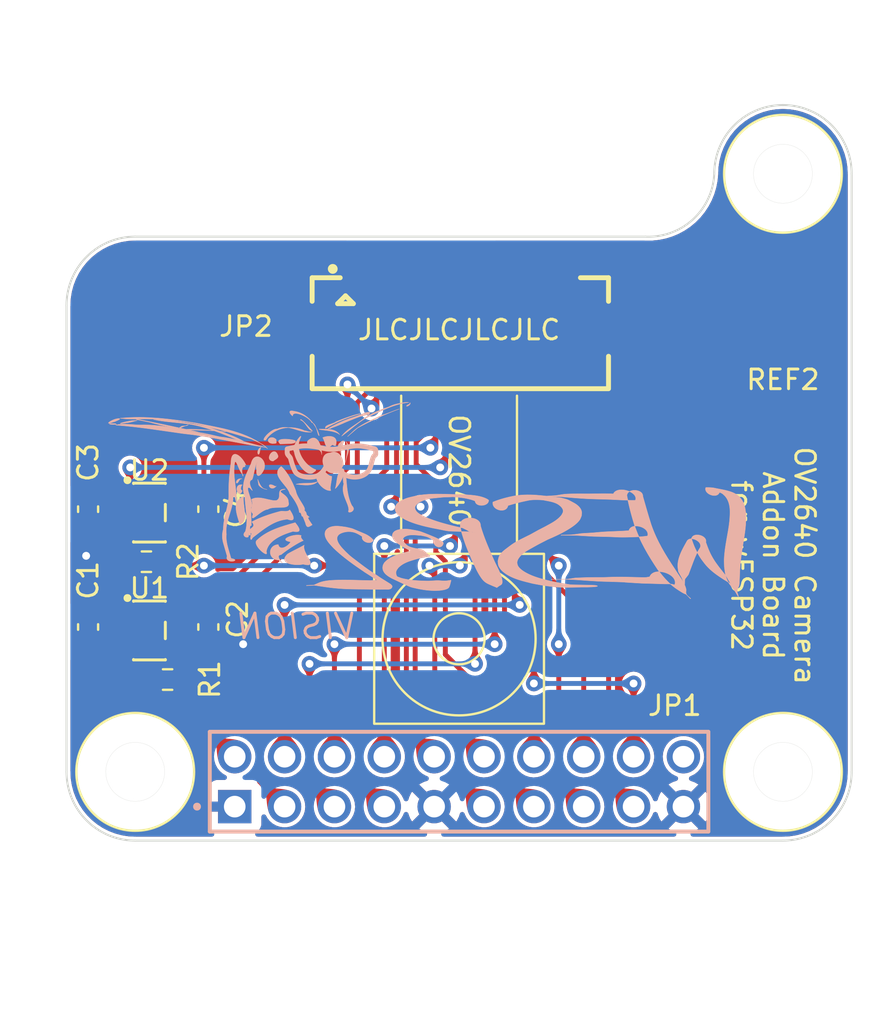
<source format=kicad_pcb>
(kicad_pcb (version 20211014) (generator pcbnew)
  (title_block (title "wESP32 Vision OV2640 Camera Addon Board") (date "2022-05-15") (rev "1.40") (company "Hobbyist") (comment 1 "Reference product: https://wesp32.com/") (comment 2 "~") (comment 3 "OV2640 Cam connector: FPC05024-43200") (comment 4 "AISLER Project ID: BQDRELER"))
  (layers (0 "F.Cu" signal) (31 "B.Cu" signal) (34 "B.Paste" user) (35 "F.Paste" user) (36 "B.SilkS" user "B.Silkscreen") (37 "F.SilkS" user "F.Silkscreen") (38 "B.Mask" user) (39 "F.Mask" user) (44 "Edge.Cuts" user))
  (net 0 "")
  (net 1 "+3V3")
  (net 2 "GND")
  (net 3 "+2V8")
  (net 4 "+1V2")
  (net 11 "/IO23")
  (net 12 "/IO36")
  (net 13 "/IO39")
  (net 14 "/IO34")
  (net 15 "/IO32")
  (net 16 "/IO35")
  (net 17 "/IO33")
  (net 18 "/IO18")
  (net 19 "/IO5")
  (net 20 "/IO13")
  (net 21 "/IO14")
  (net 22 "/IO4")
  (net 23 "/IO12")
  (net 24 "/IO15")
  (net 25 "/IO2")
  (footprint "Fiducial:Fiducial_0.5mm_Mask1.5mm" (layer "F.Cu") (at 106.5 103.25)
    (fp_text reference "REF2")
    (fp_text value "" hide)
  )
  (footprint "wESP32-Vision:Screw" (layer "F.Cu") (at 73.5 127)
    (fp_text reference "H1" hide)
    (fp_text value "NylonScrew")
  )
  (footprint "Resistor_SMD:R_0603_1608Metric" (layer "F.Cu") (at 75.15 116.8)
    (fp_text reference "R1")
    (fp_text value "10K")
  )
  (footprint "Resistor_SMD:R_0603_1608Metric" (layer "F.Cu") (at 74.071072 110.8)
    (fp_text reference "R2")
    (fp_text value "10K")
  )
  (footprint "wESP32-Vision:TSOP-5_L3.0-W1.5-P0.95-LS2.8-BL" (layer "F.Cu") (at 74.225 114.3 -90)
    (fp_text reference "U1")
    (fp_text value "NCP114ASN280T1G")
  )
  (footprint "wESP32-Vision:MountingHole_3mm" (layer "F.Cu") (at 106.5 121.5)
    (fp_text reference "MHOLE2")
    (fp_text value "HexStandoffThreaded" hide)
    (fp_circle (center 0 0) (end 1.5 0) (layer "Edge.Cuts") (width 0.01) (fill none))
  )
  (footprint "wESP32-Vision:Screw" (layer "F.Cu") (at 106.5 127)
    (fp_text reference "H3" hide)
    (fp_text value "NylonScrew")
  )
  (footprint "Capacitor_SMD:C_0603_1608Metric" (layer "F.Cu") (at 71.1 114.125 -90)
    (fp_text reference "C1")
    (fp_text value "1uF")
  )
  (footprint "wESP32-Vision:Screw" (layer "F.Cu") (at 106.576 85.55 180)
    (fp_text reference "H5" hide)
    (fp_text value "NylonScrew")
  )
  (footprint "wESP32-Vision:Screw" (layer "F.Cu") (at 106.5 131)
    (fp_text reference "H4" hide)
    (fp_text value "NylonScrew")
  )
  (footprint "Capacitor_SMD:C_0603_1608Metric" (layer "F.Cu") (at 71.1 108.125 -90)
    (fp_text reference "C3")
    (fp_text value "1uF")
  )
  (footprint "Fiducial:Fiducial_0.5mm_Mask1.5mm" (layer "F.Cu") (at 71.775 117.4)
    (fp_text reference "REF1" hide)
    (fp_text value "" hide)
  )
  (footprint "wESP32-Vision:TSOP-5_L3.0-W1.5-P0.95-LS2.8-BL" (layer "F.Cu") (at 74.225 108.3 -90)
    (fp_text reference "U2")
    (fp_text value "NCP114ASN120T1G")
  )
  (footprint "A_Personal_Library:OV2640" (layer "F.Cu") (at 90 102.35)
    (fp_text reference "GRAPHIC")
    (fp_text value "OV2640")
  )
  (footprint "wESP32-Vision:MountingHole_3mm" (layer "F.Cu") (at 106.5 91.05)
    (fp_text reference "MHOLE3")
    (fp_text value "HexStandoffThreaded" hide)
    (fp_circle (center 0 0) (end 1.5 0) (layer "Edge.Cuts") (width 0.01) (fill none))
  )
  (footprint "Capacitor_SMD:C_0603_1608Metric" (layer "F.Cu") (at 77.225 108.125 -90)
    (fp_text reference "C4")
    (fp_text value "1uF")
  )
  (footprint "wESP32-Vision:MountingHole_3mm" (layer "F.Cu") (at 73.5 121.5)
    (fp_text reference "MHOLE1")
    (fp_text value "HexStandoffThreaded" hide)
    (fp_circle (center 0 0) (end 1.5 0) (layer "Edge.Cuts") (width 0.01) (fill none))
  )
  (footprint "wESP32-Vision:FPC-SMD_FH12-24S-0.5SH-55" (layer "F.Cu") (at 90.063614 97.352129 180)
    (fp_text reference "JP2")
    (fp_text value "FPC05024-43200")
  )
  (footprint "Capacitor_SMD:C_0603_1608Metric" (layer "F.Cu") (at 77.225 114.125 -90)
    (fp_text reference "C2")
    (fp_text value "1uF")
  )
  (footprint "wESP32-Vision:Screw" (layer "F.Cu") (at 73.5 131)
    (fp_text reference "H2" hide)
    (fp_text value "NylonScrew")
  )
  (footprint "wESP32-Vision:SAMTEC_DW-10-XX-X-D-XXX" (layer "B.Cu") (at 78.57 123.27 180)
    (fp_text reference "JP1")
    (fp_text value "DW-10-10-T-D-625")
  )
  (gr_line (start 85.312554 103.242166) (end 85.307628 103.244255) (layer "B.SilkS") (width 0.028222))
  (gr_line (start 84.202698 103.656438) (end 83.769268 103.854426) (layer "B.SilkS") (width 0.028222))
  (gr_line (start 84.636273 103.44402) (end 84.765596 103.406333) (layer "B.SilkS") (width 0.028222))
  (gr_line (start 84.13064 103.626512) (end 84.254978 103.575971) (layer "B.SilkS") (width 0.028222))
  (gr_poly (pts (xy 83.405028 103.986562) (xy 83.417598 104.019998) (xy 83.421939 104.031544) (xy 83.42194 104.031544) (xy 83.517549 103.969405) (xy 83.594974 103.92261)) (layer "B.SilkS") (width 0.02) (fill solid))
  (gr_line (start 85.287976 103.257377) (end 85.283078 103.261969) (layer "B.SilkS") (width 0.028222))
  (gr_poly (pts (xy 81.042659 104.562141) (xy 80.970807 104.56986) (xy 80.908641 104.582975) (xy 80.882015 104.591711) (xy 80.8588 104.601985) (xy 80.839326 104.613857) (xy 80.823924 104.627392) (xy 80.812923 104.64265) (xy 80.806654 104.659695) (xy 80.805445 104.67859) (xy 80.809628 104.699396) (xy 80.819532 104.722177) (xy 80.835487 104.746996) (xy 80.857824 104.773913) (xy 80.886871 104.802993) (xy 81.389898 104.787541) (xy 81.458851 104.781286) (xy 81.521788 104.772372) (xy 81.576501 104.760291) (xy 81.600083 104.752903) (xy 81.620781 104.744533) (xy 81.638317 104.735116) (xy 81.652416 104.724589) (xy 81.662802 104.712889) (xy 81.669199 104.699951) (xy 81.67133 104.685711) (xy 81.668919 104.670107) (xy 81.66169 104.653075) (xy 81.649367 104.634551) (xy 81.595066 104.617128) (xy 81.529332 104.601096) (xy 81.454805 104.586955) (xy 81.374123 104.575206) (xy 81.289928 104.56635) (xy 81.204859 104.560886) (xy 81.121556 104.559317)) (layer "B.SilkS") (width 0.02) (fill solid))
  (gr_line (start 84.983596 103.368006) (end 84.868148 103.398949) (layer "B.SilkS") (width 0.028222))
  (gr_line (start 83.887067 103.737899) (end 84.007949 103.680462) (layer "B.SilkS") (width 0.028222))
  (gr_line (start 83.424827 104.004093) (end 83.536872 103.931921) (layer "B.SilkS") (width 0.028222))
  (gr_poly (pts (xy 83.954862 105.23724) (xy 83.95829 105.261361) (xy 83.964952 105.283063) (xy 83.963311 105.266832) (xy 83.960451 105.250583) (xy 83.956497 105.234317) (xy 83.954699 105.228366)) (layer "B.SilkS") (width 0.02) (fill solid))
  (gr_line (start 85.407884 103.306505) (end 85.410341 103.306027) (layer "B.SilkS") (width 0.028222))
  (gr_poly (pts (xy 102.101672 109.436081) (xy 102.068439 109.439203) (xy 102.036275 109.444786) (xy 102.005446 109.452902) (xy 101.976221 109.463621) (xy 101.948867 109.477016) (xy 101.923654 109.493157) (xy 101.90085 109.512116) (xy 101.880721 109.533965) (xy 101.863538 109.558774) (xy 101.849567 109.586616) (xy 101.839077 109.61756) (xy 101.844547 109.634831) (xy 101.820093 109.634886) (xy 101.788714 109.637649) (xy 101.758464 109.643214) (xy 101.72959 109.651698) (xy 101.702342 109.663213) (xy 101.67697 109.677875) (xy 101.653723 109.695797) (xy 101.63285 109.717094) (xy 101.6146 109.74188) (xy 101.599222 109.770269) (xy 101.599223 109.770272) (xy 101.441707 110.055098) (xy 101.366153 110.201855) (xy 101.330489 110.276369) (xy 101.296731 110.351658) (xy 101.265256 110.427735) (xy 101.236437 110.504616) (xy 101.210649 110.582313) (xy 101.188267 110.660842) (xy 101.169666 110.740214) (xy 101.155219 110.820446) (xy 101.145302 110.90155) (xy 101.140288 110.98354) (xy 101.14001 111.004054) (xy 101.140346 111.024545) (xy 101.141232 111.045016) (xy 101.142606 111.06547) (xy 101.146561 111.106332) (xy 101.151703 111.147152) (xy 101.163512 111.228734) (xy 101.169162 111.269534) (xy 101.173965 111.310366) (xy 101.248837 111.447045) (xy 101.299289 111.537393) (xy 101.332107 111.596506) (xy 101.354072 111.63948) (xy 101.371968 111.681409) (xy 101.39258 111.737389) (xy 101.449182 111.896092) (xy 101.460476 111.917945) (xy 101.482219 111.964293) (xy 101.482677 111.964338) (xy 101.483837 111.964378) (xy 101.484979 111.964341) (xy 101.486093 111.964223) (xy 101.487171 111.964024) (xy 101.488202 111.96374) (xy 101.489179 111.963369) (xy 101.490092 111.962909) (xy 101.490932 111.962357) (xy 101.49169 111.961712) (xy 101.492357 111.960972) (xy 101.492925 111.960132) (xy 101.493383 111.959193) (xy 101.493723 111.95815) (xy 101.496086 111.896479) (xy 101.497261 111.845762) (xy 101.498159 111.771264) (xy 101.498939 111.744521) (xy 101.500642 111.722807) (xy 101.503798 111.704639) (xy 101.508934 111.688538) (xy 101.516578 111.673022) (xy 101.527259 111.656609) (xy 101.541504 111.637818) (xy 101.559842 111.615168) (xy 101.610906 111.552365) (xy 101.644689 111.50925) (xy 101.684677 111.45635) (xy 101.948759 110.753797) (xy 102.019985 110.580386) (xy 102.057825 110.494736) (xy 102.097501 110.409965) (xy 102.135567 110.333639) (xy 102.163985 110.386347) (xy 102.234898 110.50628) (xy 102.272109 110.565085) (xy 102.310483 110.623066) (xy 102.333988 110.657069) (xy 102.35807 110.690664) (xy 102.382595 110.723944) (xy 102.407431 110.757005) (xy 102.457503 110.822844) (xy 102.507219 110.888934) (xy 102.557938 110.950564) (xy 102.609654 111.009693) (xy 102.662376 111.066503) (xy 102.716109 111.121179) (xy 102.77086 111.173902) (xy 102.826635 111.224854) (xy 102.883442 111.274219) (xy 102.941287 111.32218) (xy 103.000176 111.368918) (xy 103.060117 111.414616) (xy 103.121115 111.459458) (xy 103.183178 111.503625) (xy 103.310523 111.590668) (xy 103.442205 111.677206) (xy 103.488513 111.706634) (xy 103.535241 111.735411) (xy 103.629263 111.79208) (xy 103.718006 111.846358) (xy 103.71651 111.843828) (xy 103.688152 111.791589) (xy 103.663303 111.741159) (xy 103.641655 111.692231) (xy 103.622902 111.644499) (xy 103.606735 111.597654) (xy 103.592849 111.55139) (xy 103.580935 111.505399) (xy 103.580433 111.503144) (xy 103.552915 111.467746) (xy 103.426343 111.307581) (xy 103.24154 111.074699) (xy 103.139386 110.934989) (xy 103.098067 110.878225) (xy 103.060231 110.824873) (xy 103.023609 110.770951) (xy 102.985936 110.712471) (xy 102.944945 110.64545) (xy 102.898367 110.565902) (xy 102.856289 110.490102) (xy 102.816801 110.41377) (xy 102.77963 110.336829) (xy 102.744505 110.259204) (xy 102.711153 110.180817) (xy 102.679302 110.101593) (xy 102.648681 110.021454) (xy 102.638053 109.992387) (xy 102.300671 109.992387) (xy 102.298158 110.022101) (xy 102.29129 110.052105) (xy 102.279818 110.082284) (xy 102.230171 110.162231) (xy 102.183411 110.243581) (xy 102.139275 110.326202) (xy 102.135567 110.333639) (xy 102.097788 110.263569) (xy 102.03635 110.138247) (xy 101.979716 110.010683) (xy 101.92793 109.88118) (xy 101.881035 109.750038) (xy 101.844547 109.634831) (xy 101.85235 109.634813) (xy 101.885237 109.637314) (xy 101.918503 109.642277) (xy 101.951901 109.649585) (xy 101.98518 109.659126) (xy 102.018091 109.670784) (xy 102.050386 109.684446) (xy 102.081814 109.699997) (xy 102.112127 109.717324) (xy 102.141075 109.736311) (xy 102.16841 109.756844) (xy 102.193881 109.77881) (xy 102.21724 109.802094) (xy 102.238237 109.826582) (xy 102.256624 109.852159) (xy 102.27215 109.878711) (xy 102.284568 109.906124) (xy 102.293626 109.934284) (xy 102.299077 109.963076) (xy 102.300671 109.992387) (xy 102.638053 109.992387) (xy 102.619017 109.940326) (xy 102.607322 109.908293) (xy 102.595361 109.876359) (xy 102.571282 109.812548) (xy 102.577572 109.780484) (xy 102.579297 109.749381) (xy 102.576728 109.719311) (xy 102.570132 109.690346) (xy 102.559776 109.662556) (xy 102.54593 109.636013) (xy 102.528861 109.610789) (xy 102.508837 109.586955) (xy 102.486127 109.564582) (xy 102.460999 109.543742) (xy 102.433721 109.524506) (xy 102.40456 109.506945) (xy 102.373786 109.491131) (xy 102.341666 109.477136) (xy 102.308469 109.46503) (xy 102.274462 109.454886) (xy 102.239914 109.446774) (xy 102.205093 109.440767) (xy 102.170267 109.436934) (xy 102.135704 109.435348)) (layer "B.SilkS") (width 0.02) (fill solid))
  (gr_line (start 84.765596 103.406333) (end 84.895765 103.371663) (layer "B.SilkS") (width 0.028222))
  (gr_line (start 85.283078 103.261969) (end 85.278187 103.267134) (layer "B.SilkS") (width 0.028222))
  (gr_poly (pts (xy 84.223813 105.672426) (xy 84.205374 105.750658) (xy 84.220312 105.694963) (xy 84.229721 105.650686)) (layer "B.SilkS") (width 0.02) (fill solid))
  (gr_line (start 84.254978 103.575971) (end 84.380803 103.528761) (layer "B.SilkS") (width 0.028222))
  (gr_line (start 84.007949 103.680462) (end 84.13064 103.626512) (layer "B.SilkS") (width 0.028222))
  (gr_poly (pts (xy 98.240267 107.140344) (xy 98.189265 107.144131) (xy 98.140024 107.151334) (xy 98.092954 107.162073) (xy 98.048467 107.17647) (xy 98.00697 107.194644) (xy 97.968876 107.216717) (xy 97.934593 107.24281) (xy 97.904531 107.273044) (xy 97.879101 107.307538) (xy 97.858713 107.346416) (xy 97.858713 107.346413) (xy 97.706811 107.340072) (xy 97.554917 107.336567) (xy 97.403027 107.335335) (xy 97.251136 107.335817) (xy 96.643474 107.343664) (xy 96.023755 107.343037) (xy 95.854719 107.34406) (xy 95.691361 107.346846) (xy 95.53934 107.352037) (xy 95.404315 107.360279) (xy 95.345303 107.365953) (xy 95.286562 107.373248) (xy 95.22803 107.381789) (xy 95.169643 107.391202) (xy 95.053059 107.411151) (xy 94.994736 107.420938) (xy 94.936308 107.430102) (xy 94.444214 107.458914) (xy 94.569536 107.473041) (xy 94.58228 107.474588) (xy 95.240439 107.496263) (xy 95.737022 107.53847) (xy 95.985397 107.558797) (xy 96.234045 107.576535) (xy 96.46929 107.59048) (xy 96.667904 107.600127) (xy 97.002361 107.611163) (xy 97.331659 107.618916) (xy 97.750042 107.632656) (xy 98.363729 107.662324) (xy 98.599358 107.671083) (xy 98.629708 107.809293) (xy 98.673278 107.99576) (xy 98.719359 108.181572) (xy 98.767986 108.366726) (xy 98.81919 108.55122) (xy 98.873004 108.735054) (xy 98.929461 108.918225) (xy 98.953193 108.988832) (xy 98.912874 108.995109) (xy 98.872357 109.005023) (xy 98.833878 109.01838) (xy 98.797787 109.035279) (xy 98.764433 109.055821) (xy 98.734166 109.080105) (xy 98.707335 109.108229) (xy 98.684288 109.140295) (xy 98.665375 109.176401) (xy 98.650945 109.216646) (xy 98.650947 109.216648) (xy 98.650947 109.216649) (xy 98.650948 109.21665) (xy 98.491804 109.228889) (xy 98.332492 109.238514) (xy 98.01356 109.252801) (xy 97.694548 109.265267) (xy 97.535136 109.272616) (xy 97.375853 109.281669) (xy 97.234808 109.291954) (xy 97.093899 109.304083) (xy 96.812164 109.329447) (xy 96.244279 109.362425) (xy 95.908997 109.40816) (xy 95.821044 109.419553) (xy 95.753427 109.42605) (xy 95.68155 109.429718) (xy 95.58082 109.432623) (xy 95.194424 109.444404) (xy 95.194237 109.445485) (xy 95.194203 109.446529) (xy 95.194311 109.447536) (xy 95.194554 109.448503) (xy 95.194922 109.449427) (xy 95.195407 109.450307) (xy 95.195998 109.451141) (xy 95.196688 109.451925) (xy 95.197467 109.452659) (xy 95.198325 109.453339) (xy 95.199255 109.453964) (xy 95.200246 109.454531) (xy 95.201291 109.455039) (xy 95.202379 109.455484) (xy 95.203501 109.455865) (xy 95.20465 109.45618) (xy 95.205815 109.456426) (xy 95.206988 109.456602) (xy 95.208159 109.456704) (xy 95.20932 109.456732) (xy 95.210461 109.456681) (xy 95.211573 109.456552) (xy 95.212648 109.45634) (xy 95.213676 109.456045) (xy 95.214649 109.455663) (xy 95.215556 109.455193) (xy 95.21639 109.454633) (xy 95.217141 109.453979) (xy 95.2178 109.453231) (xy 95.218358 109.452386) (xy 95.218806 109.451441) (xy 95.219134 109.450395) (xy 95.747633 109.457715) (xy 95.992313 109.463236) (xy 96.863897 109.512429) (xy 97.253455 109.520477) (xy 97.642977 109.529946) (xy 97.805699 109.536224) (xy 97.968377 109.543929) (xy 98.13107 109.550912) (xy 98.212441 109.55346) (xy 98.293837 109.55502) (xy 98.358837 109.555352) (xy 98.423836 109.554889) (xy 98.553825 109.552188) (xy 98.813767 109.544002) (xy 99.011716 109.53821) (xy 99.110929 109.534538) (xy 99.163896 109.531946) (xy 99.226857 109.670727) (xy 99.296767 109.81627) (xy 99.44525 110.103068) (xy 99.603809 110.384705) (xy 99.770675 110.661852) (xy 99.94408 110.935179) (xy 100.122254 111.205354) (xy 100.198918 111.306703) (xy 100.141794 111.307585) (xy 100.083948 111.312632) (xy 100.028127 111.321961) (xy 99.974796 111.335719) (xy 99.924422 111.354058) (xy 99.877472 111.377125) (xy 99.83441 111.405071) (xy 99.795704 111.438046) (xy 99.761818 111.476198) (xy 99.733221 111.519678) (xy 99.710377 111.568634) (xy 99.710377 111.568631) (xy 99.682684 111.573175) (xy 99.655045 111.578155) (xy 99.599798 111.588377) (xy 99.572127 111.593095) (xy 99.544381 111.597203) (xy 99.51653 111.600439) (xy 99.502554 111.601648) (xy 99.48854 111.602541) (xy 99.446707 111.604049) (xy 99.40485 111.604421) (xy 99.362973 111.603918) (xy 99.321084 111.602799) (xy 99.237288 111.599751) (xy 99.153508 111.597354) (xy 98.611364 111.584339) (xy 98.340288 111.57889) (xy 98.069184 111.577809) (xy 97.887899 111.580903) (xy 97.706669 111.586492) (xy 97.344244 111.599164) (xy 96.60254 111.599791) (xy 95.934883 111.625793) (xy 95.874505 111.634622) (xy 95.814215 111.644197) (xy 95.693686 111.663796) (xy 95.633344 111.672923) (xy 95.57288 111.681004) (xy 95.512242 111.68759) (xy 95.451378 111.692235) (xy 95.37601 111.695697) (xy 95.385055 111.695765) (xy 95.480231 111.698053) (xy 95.751875 111.709819) (xy 96.023293 111.725711) (xy 96.565831 111.763114) (xy 97.108609 111.796737) (xy 97.380328 111.807905) (xy 97.652393 111.813057) (xy 98.586333 111.844512) (xy 98.472332 111.843306) (xy 98.449531 111.844813) (xy 98.470457 111.848567) (xy 99.305321 111.898676) (xy 100.443213 111.931282) (xy 100.486503 111.932011) (xy 100.529822 111.932233) (xy 100.616481 111.932264) (xy 100.659787 111.932624) (xy 100.703056 111.933581) (xy 100.74627 111.93541) (xy 100.765945 111.936768) (xy 100.817632 111.982549) (xy 100.884395 112.038451) (xy 100.952865 112.092449) (xy 101.023116 112.144427) (xy 101.095223 112.19427) (xy 101.21688 112.274057) (xy 101.313262 112.334641) (xy 101.387522 112.378716) (xy 101.442816 112.408973) (xy 101.482296 112.428104) (xy 101.509118 112.4388) (xy 101.526436 112.443753) (xy 101.537402 112.445656) (xy 101.545172 112.447201) (xy 101.5529 112.451078) (xy 101.563739 112.45998) (xy 101.580845 112.476599) (xy 101.775005 112.674081) (xy 101.775032 112.675177) (xy 101.775202 112.676208) (xy 101.775505 112.677173) (xy 101.775932 112.678073) (xy 101.776474 112.678906) (xy 101.777122 112.679673) (xy 101.777866 112.680373) (xy 101.778696 112.681005) (xy 101.779604 112.68157) (xy 101.78058 112.682067) (xy 101.781615 112.682495) (xy 101.782699 112.682855) (xy 101.783824 112.683146) (xy 101.784979 112.683367) (xy 101.786156 112.683518) (xy 101.787345 112.683599) (xy 101.788536 112.68361) (xy 101.789722 112.68355) (xy 101.790891 112.683418) (xy 101.792035 112.683215) (xy 101.793145 112.68294) (xy 101.794211 112.682593) (xy 101.795224 112.682172) (xy 101.796175 112.681679) (xy 101.797054 112.681113) (xy 101.797851 112.680472) (xy 101.798558 112.679758) (xy 101.799166 112.678969) (xy 101.799664 112.678105) (xy 101.800044 112.677166) (xy 101.800297 112.676151) (xy 101.800412 112.675061) (xy 101.786223 112.661221) (xy 101.771499 112.64776) (xy 101.74094 112.621622) (xy 101.709722 112.595949) (xy 101.678833 112.570044) (xy 101.663821 112.556786) (xy 101.649262 112.543208) (xy 101.635278 112.529224) (xy 101.621995 112.514745) (xy 101.609534 112.499684) (xy 101.598021 112.483955) (xy 101.587577 112.467469) (xy 101.582795 112.458916) (xy 101.578327 112.450141) (xy 101.57486 112.442433) (xy 101.571852 112.434612) (xy 101.569276 112.426686) (xy 101.567104 112.418659) (xy 101.563865 112.402331) (xy 101.561916 112.385677) (xy 101.561042 112.368749) (xy 101.561023 112.351597) (xy 101.561642 112.334271) (xy 101.562682 112.31682) (xy 101.565153 112.281748) (xy 101.566149 112.264226) (xy 101.566694 112.246781) (xy 101.566572 112.229463) (xy 101.565565 112.212321) (xy 101.563455 112.195407) (xy 101.560024 112.178771) (xy 101.541171 112.113353) (xy 101.517988 112.048032) (xy 101.490936 111.982874) (xy 101.482219 111.964293) (xy 101.481507 111.964223) (xy 101.480336 111.964034) (xy 101.479173 111.963775) (xy 101.478028 111.963448) (xy 101.47691 111.963054) (xy 101.475827 111.962597) (xy 101.474788 111.962078) (xy 101.473803 111.9615) (xy 101.472881 111.960865) (xy 101.47203 111.960175) (xy 101.471259 111.959433) (xy 101.470578 111.958641) (xy 101.469996 111.957801) (xy 101.469522 111.956915) (xy 101.469164 111.955987) (xy 101.468932 111.955017) (xy 101.468835 111.95401) (xy 101.468882 111.952965) (xy 101.469081 111.951887) (xy 101.449182 111.896092) (xy 101.438443 111.875314) (xy 101.00605 111.875314) (xy 100.998738 111.925622) (xy 100.983196 111.976921) (xy 100.959024 111.971805) (xy 100.934923 111.966263) (xy 100.886765 111.954922) (xy 100.862621 111.949636) (xy 100.838377 111.944948) (xy 100.813989 111.941113) (xy 100.801727 111.939596) (xy 100.789414 111.938388) (xy 100.765945 111.936768) (xy 100.7525 111.924859) (xy 100.688925 111.865497) (xy 100.626831 111.804578) (xy 100.566144 111.742218) (xy 100.506787 111.678533) (xy 100.448686 111.613638) (xy 100.391766 111.54765) (xy 100.335953 111.480684) (xy 100.227342 111.34428) (xy 100.198918 111.306703) (xy 100.201198 111.306668) (xy 100.261695 111.309733) (xy 100.322818 111.316631) (xy 100.384101 111.32721) (xy 100.445078 111.341323) (xy 100.505283 111.35882) (xy 100.564249 111.37955) (xy 100.621511 111.403365) (xy 100.676603 111.430116) (xy 100.729058 111.459651) (xy 100.778411 111.491823) (xy 100.824194 111.526481) (xy 100.865943 111.563475) (xy 100.90319 111.602658) (xy 100.935471 111.643878) (xy 100.962318 111.686987) (xy 100.983265 111.731834) (xy 100.997847 111.778271) (xy 101.005597 111.826147) (xy 101.00605 111.875314) (xy 101.438443 111.875314) (xy 101.427071 111.853312) (xy 101.39118 111.789039) (xy 101.353267 111.725195) (xy 101.313791 111.661844) (xy 101.232 111.536889) (xy 101.149499 111.414704) (xy 101.069978 111.295818) (xy 100.997128 111.18076) (xy 100.818995 110.912333) (xy 100.645362 110.640866) (xy 100.477838 110.365741) (xy 100.318033 110.086342) (xy 100.167554 109.802052) (xy 100.096314 109.657879) (xy 100.02801 109.512253) (xy 99.98095 109.405987) (xy 99.616345 109.405987) (xy 99.613378 109.446638) (xy 99.604418 109.488443) (xy 99.506479 109.503025) (xy 99.408036 109.514427) (xy 99.309214 109.523146) (xy 99.210137 109.529683) (xy 99.163896 109.531946) (xy 99.160129 109.523644) (xy 99.096805 109.374935) (xy 99.037104 109.224518) (xy 98.98125 109.072309) (xy 98.953193 108.988832) (xy 98.955082 108.988538) (xy 98.99863 108.985212) (xy 99.043169 108.98503) (xy 99.088351 108.987893) (xy 99.133825 108.993701) (xy 99.179244 109.002355) (xy 99.224257 109.013755) (xy 99.268515 109.027803) (xy 99.31167 109.044397) (xy 99.353372 109.06344) (xy 99.393273 109.08483) (xy 99.431021 109.108469) (xy 99.46627 109.134257) (xy 99.498669 109.162095) (xy 99.527869 109.191883) (xy 99.553522 109.223521) (xy 99.575277 109.25691) (xy 99.592787 109.291951) (xy 99.6057 109.328544) (xy 99.61367 109.366589) (xy 99.616345 109.405987) (xy 99.98095 109.405987) (xy 99.962842 109.365096) (xy 99.901011 109.21633) (xy 99.842718 109.065878) (xy 99.788164 108.913664) (xy 99.675904 108.555016) (xy 99.569493 108.194787) (xy 99.39721 107.595681) (xy 98.9989 107.595681) (xy 98.992192 107.635695) (xy 98.978227 107.676466) (xy 98.824418 107.676488) (xy 98.670753 107.673738) (xy 98.599358 107.671083) (xy 98.588617 107.622171) (xy 98.549972 107.434396) (xy 98.549972 107.434395) (xy 98.553948 107.399572) (xy 98.562277 107.367214) (xy 98.574663 107.337305) (xy 98.590807 107.309832) (xy 98.610413 107.284782) (xy 98.633182 107.262139) (xy 98.658819 107.24189) (xy 98.682048 107.227174) (xy 98.710919 107.240003) (xy 98.756989 107.263721) (xy 98.800312 107.289525) (xy 98.840476 107.317295) (xy 98.877072 107.346908) (xy 98.90969 107.378244) (xy 98.93792 107.411183) (xy 98.961352 107.445603) (xy 98.979576 107.481384) (xy 98.992182 107.518404) (xy 98.99876 107.556543) (xy 98.9989 107.595681) (xy 99.39721 107.595681) (xy 99.361836 107.472668) (xy 99.361154 107.437626) (xy 99.355906 107.404628) (xy 99.346389 107.373687) (xy 99.332901 107.344817) (xy 99.315739 107.318033) (xy 99.2952 107.293348) (xy 99.271582 107.270777) (xy 99.245182 107.250334) (xy 99.216297 107.232032) (xy 99.185225 107.215885) (xy 99.152262 107.201908) (xy 99.117707 107.190115) (xy 99.081856 107.18052) (xy 99.045007 107.173136) (xy 99.007457 107.167977) (xy 98.969504 107.165059) (xy 98.931444 107.164394) (xy 98.893576 107.165997) (xy 98.856195 107.169881) (xy 98.819601 107.176061) (xy 98.784089 107.184552) (xy 98.749958 107.195365) (xy 98.717504 107.208517) (xy 98.687026 107.22402) (xy 98.682048 107.227174) (xy 98.662511 107.218492) (xy 98.612174 107.199307) (xy 98.560319 107.182572) (xy 98.507356 107.168405) (xy 98.453695 107.156929) (xy 98.399746 107.148264) (xy 98.345918 107.142531) (xy 98.292622 107.13985)) (layer "B.SilkS") (width 0.02) (fill solid))
  (gr_line (start 85.121811 103.328154) (end 85.112721 103.332343) (layer "B.SilkS") (width 0.028222))
  (gr_line (start 83.743166 103.895881) (end 83.634605 103.936855) (layer "B.SilkS") (width 0.028222))
  (gr_poly (pts (xy 81.375102 108.162438) (xy 81.375117 108.162424) (xy 81.375093 108.162424)) (layer "B.SilkS") (width 0.02) (fill solid))
  (gr_poly (pts (xy 95.099402 111.696917) (xy 94.978766 111.699018) (xy 95.070673 111.6998) (xy 95.165928 111.699935) (xy 95.261142 111.699019) (xy 95.356298 111.696603) (xy 95.37601 111.695697) (xy 95.289855 111.695056)) (layer "B.SilkS") (width 0.02) (fill solid))
  (gr_line (start 85.225066 103.309167) (end 85.19062 103.312931) (layer "B.SilkS") (width 0.028222))
  (gr_line (start 85.321464 103.308329) (end 85.393582 103.307385) (layer "B.SilkS") (width 0.028222))
  (gr_line (start 84.642002 103.473392) (end 84.530874 103.515744) (layer "B.SilkS") (width 0.028222))
  (gr_poly (pts (xy 82.73347 104.024713) (xy 82.753422 104.085847) (xy 82.816139 104.299105) (xy 82.829992 104.335619) (xy 82.83698 104.350121) (xy 82.844092 104.361821) (xy 82.851387 104.370494) (xy 82.858928 104.375915) (xy 82.866776 104.37786) (xy 82.874991 104.376104) (xy 82.874989 104.376104) (xy 82.847957 104.278844) (xy 82.812154 104.1796) (xy 82.767962 104.079369) (xy 82.718253 103.983934)) (layer "B.SilkS") (width 0.02) (fill solid))
  (gr_line (start 83.798272 103.781665) (end 83.920307 103.729336) (layer "B.SilkS") (width 0.028222))
  (gr_line (start 84.313315 103.647889) (end 84.080722 103.752665) (layer "B.SilkS") (width 0.028222))
  (gr_poly (pts (xy 80.887456 105.991741) (xy 80.846006 106.033605) (xy 80.812388 106.075727) (xy 80.786187 106.118089) (xy 80.766985 106.160674) (xy 80.754365 106.203465) (xy 80.74791 106.246445) (xy 80.747203 106.289598) (xy 80.751827 106.332905) (xy 80.761364 106.376351) (xy 80.775397 106.419917) (xy 80.793511 106.463588) (xy 80.815286 106.507346) (xy 80.840307 106.551173) (xy 80.868157 106.595053) (xy 80.898417 106.63897) (xy 80.964504 106.726841) (xy 81.035231 106.814652) (xy 81.177258 106.989544) (xy 81.241885 107.076354) (xy 81.271142 107.119539) (xy 81.297805 107.162556) (xy 81.321458 107.205388) (xy 81.341683 107.248017) (xy 81.358063 107.290426) (xy 81.370181 107.332598) (xy 81.446486 107.432733) (xy 81.52718 107.544503) (xy 81.567811 107.603829) (xy 81.607906 107.664958) (xy 81.646921 107.727522) (xy 81.684311 107.791152) (xy 81.71953 107.85548) (xy 81.752036 107.920137) (xy 81.781284 107.984755) (xy 81.806728 108.048966) (xy 81.827825 108.1124) (xy 81.844029 108.174689) (xy 81.850127 108.205289) (xy 81.854798 108.235465) (xy 81.857973 108.265171) (xy 81.859585 108.29436) (xy 81.872023 108.292814) (xy 81.88338 108.29282) (xy 81.893721 108.294271) (xy 81.903111 108.297063) (xy 81.911612 108.30109) (xy 81.91929 108.306247) (xy 81.926209 108.312429) (xy 81.932432 108.319529) (xy 81.938024 108.327444) (xy 81.943049 108.336066) (xy 81.947571 108.345292) (xy 81.951654 108.355016) (xy 81.95876 108.375535) (xy 81.96488 108.39678) (xy 81.976214 108.438081) (xy 81.982454 108.45645) (xy 81.985942 108.464696) (xy 81.98976 108.472175) (xy 81.993973 108.478783) (xy 81.998645 108.484413) (xy 82.00384 108.488961) (xy 82.009622 108.492321) (xy 82.016055 108.494388) (xy 82.023203 108.495057) (xy 82.031131 108.494222) (xy 82.039903 108.491777) (xy 82.171547 108.822269) (xy 82.178048 108.849582) (xy 82.184801 108.874564) (xy 82.191808 108.897292) (xy 82.199074 108.917845) (xy 82.206601 108.936298) (xy 82.21439 108.952729) (xy 82.222446 108.967214) (xy 82.230771 108.979832) (xy 82.239367 108.990658) (xy 82.248239 108.99977) (xy 82.257387 109.007245) (xy 82.266816 109.013159) (xy 82.276527 109.017591) (xy 82.286525 109.020616) (xy 82.29681 109.022313) (xy 82.307388 109.022757) (xy 82.318259 109.022026) (xy 82.329427 109.020198) (xy 82.340895 109.017348) (xy 82.352666 109.013554) (xy 82.364742 109.008894) (xy 82.377126 109.003443) (xy 82.40283 108.990481) (xy 82.429799 108.975283) (xy 82.458057 108.958465) (xy 82.518529 108.922437) (xy 82.51853 108.922437) (xy 82.443455 108.813963) (xy 82.38501 108.727276) (xy 82.361963 108.691352) (xy 82.343 108.659974) (xy 82.328097 108.632841) (xy 82.31723 108.609653) (xy 82.310374 108.59011) (xy 82.308443 108.581611) (xy 82.307505 108.573911) (xy 82.307557 108.566972) (xy 82.308598 108.560756) (xy 82.310622 108.555226) (xy 82.313628 108.550345) (xy 82.317613 108.546074) (xy 82.322572 108.542377) (xy 82.328504 108.539215) (xy 82.335406 108.536552) (xy 82.352103 108.532569) (xy 82.372641 108.530129) (xy 82.327384 108.495938) (xy 82.308708 108.480916) (xy 82.292438 108.467141) (xy 82.278399 108.454515) (xy 82.266419 108.442937) (xy 82.256324 108.432306) (xy 82.247942 108.422522) (xy 82.241099 108.413485) (xy 82.235622 108.405095) (xy 82.231339 108.397251) (xy 82.228075 108.389853) (xy 82.225658 108.3828) (xy 82.223915 108.375993) (xy 82.221759 108.362715) (xy 82.220221 108.349214) (xy 82.217916 108.334689) (xy 82.21346 108.318337) (xy 82.209992 108.309226) (xy 82.205468 108.299357) (xy 82.199713 108.28863) (xy 82.192555 108.276945) (xy 82.183821 108.264202) (xy 82.173337 108.2503) (xy 82.160931 108.235139) (xy 82.146429 108.218619) (xy 82.129658 108.200639) (xy 82.110446 108.1811) (xy 82.120969 108.169637) (xy 82.128006 108.156034) (xy 82.131751 108.14038) (xy 82.132398 108.122763) (xy 82.130141 108.10327) (xy 82.125174 108.08199) (xy 82.117691 108.059011) (xy 82.107887 108.034421) (xy 82.08209 107.980762) (xy 82.049336 107.921717) (xy 82.011178 107.857991) (xy 81.969169 107.79029) (xy 81.879811 107.645783) (xy 81.835567 107.570387) (xy 81.793684 107.493836) (xy 81.755716 107.416836) (xy 81.738684 107.378388) (xy 81.723214 107.340091) (xy 81.709498 107.302035) (xy 81.697732 107.264307) (xy 81.688108 107.226996) (xy 81.680823 107.190189) (xy 81.615099 107.021072) (xy 81.538715 106.846088) (xy 81.496975 106.757943) (xy 81.453111 106.670187) (xy 81.407301 106.583439) (xy 81.359725 106.498318) (xy 81.310564 106.415442) (xy 81.259998 106.335431) (xy 81.208206 106.258902) (xy 81.155368 106.186474) (xy 81.101664 106.118767) (xy 81.047274 106.056398) (xy 80.992378 105.999987) (xy 80.937156 105.950151)) (layer "B.SilkS") (width 0.02) (fill solid))
  (gr_line (start 85.132743 103.324371) (end 85.121811 103.328154) (layer "B.SilkS") (width 0.028222))
  (gr_poly (pts (xy 82.588856 103.782743) (xy 82.655932 103.879942) (xy 82.715761 103.97915) (xy 82.718253 103.983934) (xy 82.71083 103.964043) (xy 82.685015 103.905632) (xy 82.670763 103.877836) (xy 82.655533 103.851278) (xy 82.639265 103.826184) (xy 82.621897 103.802777) (xy 82.603368 103.781282) (xy 82.583617 103.761923) (xy 82.562583 103.744926) (xy 82.555675 103.740477)) (layer "B.SilkS") (width 0.02) (fill solid))
  (gr_line (start 85.321464 103.308329) (end 85.321464 103.308329) (layer "B.SilkS") (width 0.028222))
  (gr_line (start 84.04379 103.680364) (end 84.168555 103.634444) (layer "B.SilkS") (width 0.028222))
  (gr_line (start 85.157994 103.311063) (end 85.421676 103.261592) (layer "B.SilkS") (width 0.028222))
  (gr_poly (pts (xy 86.943437 103.027709) (xy 86.835615 103.06313) (xy 86.726721 103.102314) (xy 86.506229 103.186695) (xy 86.394884 103.229256) (xy 86.282977 103.270306) (xy 86.170635 103.308528) (xy 86.057985 103.342602) (xy 85.856531 103.438938) (xy 85.652179 103.533629) (xy 85.447605 103.629855) (xy 85.245485 103.730799) (xy 85.146181 103.784033) (xy 85.048495 103.83964) (xy 84.95276 103.898017) (xy 84.859311 103.959562) (xy 84.768483 104.024671) (xy 84.68061 104.093743) (xy 84.596026 104.167176) (xy 84.515066 104.245367) (xy 84.323246 104.422482) (xy 84.321695 104.424462) (xy 84.324192 104.422815) (xy 84.340214 104.40966) (xy 84.408516 104.351061) (xy 84.627378 104.161954) (xy 84.742063 104.064159) (xy 84.836334 103.986012) (xy 85.092973 103.85207) (xy 85.351279 103.720874) (xy 85.611383 103.593071) (xy 85.873415 103.469313) (xy 86.137506 103.350248) (xy 86.403787 103.236526) (xy 86.672387 103.128797) (xy 86.943439 103.027708)) (layer "B.SilkS") (width 0.02) (fill solid))
  (gr_poly (pts (xy 80.044957 107.07774) (xy 80.073355 107.091094) (xy 80.103024 107.100444) (xy 80.211236 107.123182) (xy 80.164438 107.113209) (xy 80.138204 107.106712) (xy 80.110531 107.099091) (xy 80.081757 107.090259) (xy 80.052218 107.080129) (xy 80.043283 107.076694)) (layer "B.SilkS") (width 0.02) (fill solid))
  (gr_line (start 83.634605 103.936855) (end 83.528415 103.97318) (layer "B.SilkS") (width 0.028222))
  (gr_poly (pts (xy 82.539523 104.502925) (xy 82.500953 104.512015) (xy 82.46086 104.527191) (xy 82.419245 104.548774) (xy 82.376112 104.577087) (xy 82.331463 104.612451) (xy 82.285301 104.655189) (xy 82.272978 104.688331) (xy 82.266462 104.718843) (xy 82.265394 104.746914) (xy 82.269418 104.772731) (xy 82.278176 104.796484) (xy 82.291312 104.818362) (xy 82.308467 104.838553) (xy 82.329284 104.857246) (xy 82.353407 104.87463) (xy 82.380477 104.890894) (xy 82.442031 104.920816) (xy 82.511088 104.948523) (xy 82.584789 104.975525) (xy 82.660276 105.003332) (xy 82.73469 105.033455) (xy 82.805172 105.067404) (xy 82.838046 105.086286) (xy 82.868865 105.10669) (xy 82.897271 105.128807) (xy 82.922908 105.152823) (xy 82.945418 105.178929) (xy 82.964444 105.207314) (xy 82.979629 105.238165) (xy 82.990615 105.271672) (xy 82.997045 105.308023) (xy 82.998561 105.347408) (xy 82.998561 105.347407) (xy 83.000976 105.272957) (xy 82.997023 105.190641) (xy 82.986725 105.103036) (xy 82.970103 105.012718) (xy 82.947179 104.922264) (xy 82.917975 104.834251) (xy 82.882512 104.751255) (xy 82.86244 104.712444) (xy 82.840812 104.675853) (xy 82.81763 104.641805) (xy 82.792897 104.610621) (xy 82.766616 104.582624) (xy 82.738789 104.558136) (xy 82.70942 104.537478) (xy 82.67851 104.520973) (xy 82.646062 104.508944) (xy 82.61208 104.501711) (xy 82.576566 104.499597)) (layer "B.SilkS") (width 0.02) (fill solid))
  (gr_poly (pts (xy 72.837449 103.798114) (xy 72.7521 103.803065) (xy 72.669274 103.812057) (xy 72.589332 103.825694) (xy 72.512633 103.844579) (xy 72.939765 103.881846) (xy 73.366297 103.926292) (xy 73.792313 103.976668) (xy 74.217895 104.031726) (xy 75.917555 104.273802) (xy 76.451109 104.3375) (xy 76.982034 104.417009) (xy 77.511046 104.507986) (xy 78.038864 104.606089) (xy 79.093779 104.806297) (xy 79.622312 104.899717) (xy 80.152516 104.982891) (xy 80.152517 104.982891) (xy 79.116438 104.706868) (xy 79.046623 104.689329) (xy 79.054752 104.695834) (xy 79.061885 104.702704) (xy 79.065909 104.708172) (xy 79.067025 104.71232) (xy 79.065435 104.715231) (xy 79.061341 104.71699) (xy 79.054943 104.717679) (xy 79.046443 104.717381) (xy 79.023944 104.71416) (xy 78.995453 104.707993) (xy 78.962582 104.699546) (xy 78.890145 104.67848) (xy 78.773622 104.641499) (xy 78.723862 104.632655) (xy 78.409533 104.572531) (xy 78.09619 104.507885) (xy 77.826057 104.44769) (xy 77.796822 104.442094) (xy 77.705941 104.424101) (xy 77.550213 104.399509) (xy 77.034258 104.304314) (xy 76.005654 104.092041) (xy 75.702558 104.033834) (xy 75.680569 104.043691) (xy 75.611844 104.073144) (xy 75.600388 104.075585) (xy 75.607473 104.067731) (xy 75.668348 104.027265) (xy 75.490555 103.993121) (xy 74.973291 103.91112) (xy 74.713464 103.879301) (xy 74.452636 103.855117) (xy 74.190655 103.839701) (xy 73.927366 103.83419) (xy 73.839827 103.83773) (xy 73.750489 103.838068) (xy 73.659714 103.835807) (xy 73.567861 103.831551) (xy 73.196873 103.806648) (xy 73.014275 103.797921) (xy 72.924961 103.796601)) (layer "B.SilkS") (width 0.02) (fill solid))
  (gr_line (start 84.380803 103.528761) (end 84.507955 103.484804) (layer "B.SilkS") (width 0.028222))
  (gr_line (start 85.100914 103.342014) (end 84.983596 103.368006) (layer "B.SilkS") (width 0.028222))
  (gr_poly (pts (xy 81.317043 103.971703) (xy 81.299468 103.972823) (xy 81.389583 103.988558) (xy 81.496034 104.013717) (xy 81.602137 104.043358) (xy 81.81388 104.108074) (xy 81.919814 104.139141) (xy 82.025985 104.166676) (xy 82.13254 104.188677) (xy 82.239625 104.203139) (xy 82.293412 104.206916) (xy 82.347386 104.208058) (xy 82.401566 104.206314) (xy 82.455971 104.201432) (xy 82.49962 104.172941) (xy 82.48919 104.177963) (xy 82.478633 104.182125) (xy 82.467955 104.185472) (xy 82.457162 104.188051) (xy 82.446259 104.189905) (xy 82.435252 104.191083) (xy 82.424147 104.191628) (xy 82.41295 104.191586) (xy 82.390301 104.189926) (xy 82.36735 104.186467) (xy 82.344144 104.181575) (xy 82.320728 104.175613) (xy 82.225882 104.148374) (xy 82.202103 104.14254) (xy 82.178388 104.137826) (xy 82.154785 104.134598) (xy 82.131337 104.13322) (xy 82.067062 104.104925) (xy 82.00173 104.079286) (xy 81.935464 104.056316) (xy 81.868385 104.036027) (xy 81.800615 104.01843) (xy 81.732273 104.00354) (xy 81.663483 103.991367) (xy 81.594365 103.981924) (xy 81.52504 103.975224) (xy 81.455631 103.971279) (xy 81.386258 103.970101)) (layer "B.SilkS") (width 0.02) (fill solid))
  (gr_poly (pts (xy 73.458017 103.451114) (xy 73.216334 103.459453) (xy 72.974762 103.474123) (xy 72.733351 103.49552) (xy 72.870135 103.512132) (xy 73.007376 103.52405) (xy 73.145017 103.531965) (xy 73.283001 103.536568) (xy 73.55977 103.538597) (xy 73.837229 103.535658) (xy 74.114924 103.533274) (xy 74.392401 103.536968) (xy 74.530916 103.542819) (xy 74.669206 103.55226) (xy 74.807214 103.565982) (xy 74.944884 103.584674) (xy 74.995414 103.589785) (xy 75.199391 103.601083) (xy 75.581901 103.630443) (xy 75.962895 103.670828) (xy 76.15247 103.696461) (xy 76.341242 103.726418) (xy 76.529069 103.761222) (xy 76.71581 103.801395) (xy 76.901325 103.847461) (xy 77.085471 103.899941) (xy 77.193857 103.935203) (xy 77.209203 103.938415) (xy 77.766826 104.072402) (xy 78.320729 104.221236) (xy 78.870743 104.383229) (xy 79.416701 104.556692) (xy 79.856048 104.759645) (xy 79.890851 104.777715) (xy 79.846497 104.746797) (xy 79.637602 104.620376) (xy 79.422107 104.506898) (xy 79.200742 104.40522) (xy 78.974237 104.3142) (xy 78.743322 104.232697) (xy 78.508726 104.159569) (xy 78.27118 104.093674) (xy 78.031413 104.033869) (xy 77.548136 103.927964) (xy 76.58705 103.739) (xy 76.109429 103.664202) (xy 75.629833 103.595753) (xy 75.148665 103.536817) (xy 74.666329 103.490556) (xy 74.183226 103.460133) (xy 73.941513 103.451849) (xy 73.69976 103.448711)) (layer "B.SilkS") (width 0.02) (fill solid))
  (gr_line (start 83.439787 103.990631) (end 83.327975 104.030632) (layer "B.SilkS") (width 0.028222))
  (gr_poly (pts (xy 85.333179 103.191998) (xy 85.285855 103.200607) (xy 85.260328 103.207002) (xy 85.23371 103.214888) (xy 85.206115 103.224336) (xy 85.17766 103.235419) (xy 85.148457 103.248209) (xy 85.118623 103.262779) (xy 84.682296 103.427867) (xy 84.462346 103.513098) (xy 84.243779 103.602302) (xy 84.028524 103.697113) (xy 83.922743 103.747133) (xy 83.818513 103.799167) (xy 83.716077 103.853421) (xy 83.615675 103.910099) (xy 83.594974 103.92261) (xy 83.630956 103.910496) (xy 83.855202 103.829996) (xy 84.300464 103.660452) (xy 84.744455 103.487451) (xy 84.967111 103.402628) (xy 85.190814 103.32051) (xy 85.272953 103.306184) (xy 85.308026 103.298507) (xy 85.339255 103.290586) (xy 85.366753 103.282491) (xy 85.390637 103.274296) (xy 85.411021 103.266072) (xy 85.428019 103.257892) (xy 85.441746 103.249829) (xy 85.452317 103.241953) (xy 85.459847 103.234339) (xy 85.46445 103.227058) (xy 85.466242 103.220183) (xy 85.465336 103.213785) (xy 85.461848 103.207937) (xy 85.455892 103.202712) (xy 85.447583 103.198182) (xy 85.437037 103.194419) (xy 85.424366 103.191495) (xy 85.409687 103.189483) (xy 85.374762 103.188483)) (layer "B.SilkS") (width 0.02) (fill solid))
  (gr_line (start 84.805738 103.439984) (end 85.321464 103.308329) (layer "B.SilkS") (width 0.028222))
  (gr_line (start 85.268425 103.27928) (end 85.263554 103.28631) (layer "B.SilkS") (width 0.028222))
  (gr_line (start 85.145494 103.318483) (end 85.02676 103.3559) (layer "B.SilkS") (width 0.028222))
  (gr_poly (pts (xy 81.929775 104.411135) (xy 81.918607 104.416813) (xy 81.904638 104.427396) (xy 81.888213 104.442529) (xy 81.849376 104.485029) (xy 81.804855 104.541479) (xy 81.757412 104.609048) (xy 81.709807 104.684899) (xy 81.664801 104.766201) (xy 81.625154 104.850119) (xy 81.608204 104.892174) (xy 81.593628 104.933821) (xy 81.581773 104.974704) (xy 81.572983 105.014471) (xy 81.567603 105.052767) (xy 81.565979 105.089238) (xy 81.568456 105.123529) (xy 81.575378 105.155287) (xy 81.587091 105.184156) (xy 81.60394 105.209784) (xy 81.608478 105.250763) (xy 81.616301 105.294685) (xy 81.641188 105.389938) (xy 81.677381 105.492709) (xy 81.723657 105.600161) (xy 81.778795 105.709457) (xy 81.841574 105.817762) (xy 81.91077 105.922239) (xy 81.985164 106.020053) (xy 82.063533 106.108367) (xy 82.103826 106.148075) (xy 82.144655 106.184345) (xy 82.185867 106.216821) (xy 82.227309 106.24515) (xy 82.268829 106.268977) (xy 82.310274 106.287947) (xy 82.35149 106.301706) (xy 82.392327 106.309899) (xy 82.43263 106.312173) (xy 82.472247 106.308171) (xy 82.511025 106.29754) (xy 82.548812 106.279926) (xy 82.585455 106.254973) (xy 82.620801 106.222328) (xy 82.625447 106.220967) (xy 82.630313 106.219095) (xy 82.635352 106.216746) (xy 82.640514 106.213954) (xy 82.645751 106.210751) (xy 82.651015 106.207173) (xy 82.656257 106.203252) (xy 82.661428 106.199023) (xy 82.666482 106.194519) (xy 82.671368 106.189775) (xy 82.676038 106.184823) (xy 82.680445 106.179698) (xy 82.684539 106.174433) (xy 82.688272 106.169062) (xy 82.691596 106.16362) (xy 82.694462 106.158139) (xy 82.696822 106.152654) (xy 82.698628 106.147198) (xy 82.699831 106.141806) (xy 82.700382 106.13651) (xy 82.700233 106.131345) (xy 82.699336 106.126344) (xy 82.697642 106.121541) (xy 82.695103 106.116971) (xy 82.691671 106.112666) (xy 82.687296 106.108661) (xy 82.681931 106.104989) (xy 82.675527 106.101684) (xy 82.668035 106.09878) (xy 82.659408 106.096311) (xy 82.649597 106.09431) (xy 82.638553 106.092811) (xy 82.588617 106.068783) (xy 82.539173 106.041961) (xy 82.490345 106.012464) (xy 82.442258 105.980415) (xy 82.395035 105.945934) (xy 82.3488 105.909143) (xy 82.303679 105.870162) (xy 82.259794 105.829114) (xy 82.217271 105.786118) (xy 82.176233 105.741297) (xy 82.136804 105.694771) (xy 82.09911 105.646661) (xy 82.063273 105.597089) (xy 82.029418 105.546175) (xy 81.99767 105.494042) (xy 81.968151 105.440809) (xy 81.940988 105.386599) (xy 81.916303 105.331531) (xy 81.894221 105.275728) (xy 81.874867 105.219311) (xy 81.858363 105.1624) (xy 81.844836 105.105117) (xy 81.834407 105.047583) (xy 81.827203 104.989919) (xy 81.823347 104.932246) (xy 81.822963 104.874686) (xy 81.826175 104.817358) (xy 81.833108 104.760386) (xy 81.843885 104.703889) (xy 81.858632 104.64799) (xy 81.877471 104.592808) (xy 81.900528 104.538465) (xy 81.918631 104.499894) (xy 81.931517 104.468708) (xy 81.939531 104.444551) (xy 81.943019 104.427069) (xy 81.942326 104.415908) (xy 81.937796 104.410715)) (layer "B.SilkS") (width 0.02) (fill solid))
  (gr_line (start 83.424827 104.004093) (end 83.424827 104.004093) (layer "B.SilkS") (width 0.028222))
  (gr_line (start 85.278187 103.267134) (end 85.273302 103.272896) (layer "B.SilkS") (width 0.028222))
  (gr_line (start 85.337253 103.237652) (end 85.332305 103.237844) (layer "B.SilkS") (width 0.028222))
  (gr_poly (pts (xy 84.165529 106.301026) (xy 84.15598 106.307346) (xy 84.147192 106.316564) (xy 84.13915 106.328455) (xy 84.131837 106.342795) (xy 84.125239 106.359358) (xy 84.114123 106.398258) (xy 84.105677 106.443359) (xy 84.099779 106.492863) (xy 84.096303 106.544975) (xy 84.095125 106.597896) (xy 84.096122 106.64983) (xy 84.099169 106.69898) (xy 84.104142 106.74355) (xy 84.110917 106.781742) (xy 84.119371 106.81176) (xy 84.124188 106.823142) (xy 84.129378 106.831806) (xy 84.114459 106.882615) (xy 84.102903 106.932616) (xy 84.09452 106.981834) (xy 84.089119 107.030291) (xy 84.086512 107.078012) (xy 84.086509 107.125022) (xy 84.088919 107.171344) (xy 84.093553 107.217002) (xy 84.100222 107.26202) (xy 84.108735 107.306422) (xy 84.130536 107.393475) (xy 84.157438 107.478353) (xy 84.187924 107.561249) (xy 84.315346 107.876843) (xy 84.340981 107.952706) (xy 84.361092 108.027739) (xy 84.368602 108.065003) (xy 84.374161 108.102133) (xy 84.377581 108.139151) (xy 84.378671 108.176081) (xy 84.368578 108.196306) (xy 84.362365 108.214236) (xy 84.359743 108.229925) (xy 84.360422 108.243425) (xy 84.364112 108.254792) (xy 84.370522 108.264077) (xy 84.379363 108.271335) (xy 84.390344 108.276619) (xy 84.403176 108.279983) (xy 84.417568 108.28148) (xy 84.43323 108.281163) (xy 84.449873 108.279087) (xy 84.467206 108.275303) (xy 84.48494 108.269867) (xy 84.502783 108.262831) (xy 84.520447 108.254249) (xy 84.537641 108.244175) (xy 84.554074 108.232661) (xy 84.569458 108.219762) (xy 84.583501 108.20553) (xy 84.595915 108.19002) (xy 84.606408 108.173284) (xy 84.614691 108.155377) (xy 84.620473 108.136352) (xy 84.623465 108.116261) (xy 84.623377 108.09516) (xy 84.619918 108.0731) (xy 84.612799 108.050137) (xy 84.601729 108.026322) (xy 84.586419 108.00171) (xy 84.566578 107.976354) (xy 84.541916 107.950307) (xy 84.494415 107.852993) (xy 84.452829 107.752161) (xy 84.416681 107.648436) (xy 84.385496 107.542443) (xy 84.358798 107.434804) (xy 84.336112 107.326146) (xy 84.316961 107.217091) (xy 84.300871 107.108264) (xy 84.275967 106.89379) (xy 84.257595 106.687718) (xy 84.24195 106.495042) (xy 84.225226 106.320754) (xy 84.211641 106.309216) (xy 84.198894 106.301699) (xy 84.18697 106.297978) (xy 84.175853 106.297829)) (layer "B.SilkS") (width 0.02) (fill solid))
  (gr_poly (pts (xy 82.727815 106.744926) (xy 82.661754 106.764081) (xy 82.594856 106.778504) (xy 82.527227 106.788909) (xy 82.458971 106.796009) (xy 82.390193 106.800518) (xy 82.25149 106.804619) (xy 82.111956 106.806924) (xy 82.04214 106.809187) (xy 81.97243 106.813142) (xy 81.902933 106.819503) (xy 81.833751 106.828985) (xy 81.76499 106.8423) (xy 81.696756 106.860163) (xy 81.734757 106.861058) (xy 81.78229 106.864899) (xy 81.901268 106.87779) (xy 82.044323 106.891586) (xy 82.121953 106.896557) (xy 82.202089 106.899034) (xy 82.283562 106.898112) (xy 82.3652 106.892884) (xy 82.445832 106.882443) (xy 82.524288 106.865883) (xy 82.562335 106.855025) (xy 82.599398 106.842298) (xy 82.635331 106.827587) (xy 82.669989 106.81078) (xy 82.703225 106.791764) (xy 82.734892 106.770425) (xy 82.764844 106.746649) (xy 82.792935 106.720324)) (layer "B.SilkS") (width 0.02) (fill solid))
  (gr_line (start 85.36204 103.24081) (end 85.352117 103.23882) (layer "B.SilkS") (width 0.028222))
  (gr_poly (pts (xy 81.362175 108.17415) (xy 81.34879 108.184581) (xy 81.334987 108.19379) (xy 81.32079 108.201845) (xy 81.306221 108.208817) (xy 81.291304 108.214775) (xy 81.276063 108.21979) (xy 81.260521 108.223932) (xy 81.244701 108.22727) (xy 81.228627 108.229875) (xy 81.19581 108.233165) (xy 81.162257 108.234362) (xy 81.128157 108.234026) (xy 80.990026 108.228545) (xy 80.955998 108.228941) (xy 80.922548 108.231163) (xy 80.889862 108.235772) (xy 80.873864 108.239147) (xy 80.858128 108.243328) (xy 80.675873 108.293395) (xy 80.4935 108.347029) (xy 80.311763 108.404744) (xy 80.13142 108.467054) (xy 79.953227 108.534473) (xy 79.777938 108.607513) (xy 79.69162 108.646302) (xy 79.606311 108.68669) (xy 79.522107 108.72874) (xy 79.439102 108.772516) (xy 79.466559 108.803495) (xy 79.488659 108.832213) (xy 79.50576 108.858819) (xy 79.51822 108.883461) (xy 79.526399 108.90629) (xy 79.530654 108.927455) (xy 79.531344 108.947104) (xy 79.528828 108.965388) (xy 79.523464 108.982455) (xy 79.515612 108.998455) (xy 79.505629 109.013538) (xy 79.493874 109.027851) (xy 79.466484 109.05477) (xy 79.43631 109.080406) (xy 79.40622 109.105953) (xy 79.379084 109.132606) (xy 79.36752 109.14672) (xy 79.357769 109.161559) (xy 79.350192 109.177271) (xy 79.349533 109.179457) (xy 79.362467 109.26308) (xy 79.367136 109.29213) (xy 79.370435 109.298249) (xy 79.388107 109.324257) (xy 79.410821 109.352332) (xy 79.438934 109.382624) (xy 79.430877 109.389701) (xy 79.423334 109.398596) (xy 79.416313 109.409121) (xy 79.409822 109.421089) (xy 79.403871 109.434311) (xy 79.398467 109.448598) (xy 79.389339 109.479616) (xy 79.382506 109.512636) (xy 79.378037 109.546152) (xy 79.376001 109.578657) (xy 79.376468 109.608644) (xy 79.379506 109.634608) (xy 79.38201 109.645609) (xy 79.385183 109.65504) (xy 79.389034 109.662712) (xy 79.39357 109.668435) (xy 79.398801 109.672023) (xy 79.404735 109.673287) (xy 79.411381 109.672038) (xy 79.418747 109.668088) (xy 79.426842 109.661248) (xy 79.435675 109.651331) (xy 79.445254 109.638148) (xy 79.455588 109.621511) (xy 79.466686 109.601231) (xy 79.478555 109.577121) (xy 79.873761 109.273768) (xy 80.080157 109.122669) (xy 80.186176 109.050167) (xy 80.294313 108.980801) (xy 80.404747 108.915402) (xy 80.517653 108.854797) (xy 80.633212 108.799817) (xy 80.7516 108.751291) (xy 80.872996 108.710048) (xy 80.997577 108.676916) (xy 81.125522 108.652726) (xy 81.190811 108.644242) (xy 81.257008 108.638306) (xy 81.301291 108.653039) (xy 81.341542 108.66446) (xy 81.3779 108.672708) (xy 81.410509 108.677923) (xy 81.439509 108.680246) (xy 81.465041 108.679817) (xy 81.487248 108.676776) (xy 81.50627 108.671264) (xy 81.522248 108.663421) (xy 81.535326 108.653388) (xy 81.545642 108.641304) (xy 81.55334 108.62731) (xy 81.558561 108.611546) (xy 81.561445 108.594154) (xy 81.562135 108.575272) (xy 81.560771 108.555041) (xy 81.557495 108.533602) (xy 81.552449 108.511095) (xy 81.537612 108.463437) (xy 81.517389 108.413192) (xy 81.492912 108.36148) (xy 81.465313 108.309425) (xy 81.435723 108.258149) (xy 81.405272 108.208774) (xy 81.375102 108.162438)) (layer "B.SilkS") (width 0.02) (fill solid))
  (gr_line (start 85.302707 103.246797) (end 85.297791 103.249815) (layer "B.SilkS") (width 0.028222))
  (gr_poly (pts (xy 76.129384 104.058796) (xy 76.089931 104.061961) (xy 76.210068 104.087867) (xy 76.24165 104.089471) (xy 76.50761 104.099085) (xy 77.039754 104.114614) (xy 77.305692 104.124508) (xy 77.528516 104.136222) (xy 77.487678 104.121339) (xy 77.204921 104.097259) (xy 76.898389 104.075732) (xy 76.606418 104.060757) (xy 76.344815 104.054418)) (layer "B.SilkS") (width 0.02) (fill solid))
  (gr_poly (pts (xy 72.301147 103.765658) (xy 72.263569 103.767491) (xy 72.232636 103.77051) (xy 72.209012 103.774473) (xy 72.193359 103.779133) (xy 72.18873 103.781647) (xy 72.186342 103.784245) (xy 72.18628 103.786894) (xy 72.188625 103.789564) (xy 72.193461 103.792225) (xy 72.200871 103.794846) (xy 72.223743 103.799844) (xy 72.257906 103.804315) (xy 72.304023 103.808013) (xy 72.362757 103.810693) (xy 72.434773 103.812109) (xy 72.491643 103.804856) (xy 72.544697 103.817423) (xy 72.504631 103.775105) (xy 72.447111 103.769737) (xy 72.393581 103.766536) (xy 72.344705 103.765258)) (layer "B.SilkS") (width 0.02) (fill solid))
  (gr_line (start 83.550463 103.947547) (end 83.439787 103.990631) (layer "B.SilkS") (width 0.028222))
  (gr_poly (pts (xy 80.43685 104.478249) (xy 80.413389 104.482069) (xy 80.391213 104.488193) (xy 80.370469 104.496416) (xy 80.351308 104.50653) (xy 80.333878 104.518329) (xy 80.318328 104.531604) (xy 80.304806 104.54615) (xy 80.293462 104.56176) (xy 80.284445 104.578225) (xy 80.277904 104.59534) (xy 80.273987 104.612898) (xy 80.272844 104.63069) (xy 80.274623 104.648511) (xy 80.279473 104.666153) (xy 80.287543 104.68341) (xy 80.298982 104.700073) (xy 80.313939 104.715937) (xy 80.332564 104.730795) (xy 80.355003 104.744438) (xy 80.381408 104.756661) (xy 80.411926 104.767256) (xy 80.446707 104.776017) (xy 80.485899 104.782735) (xy 80.576853 104.779079) (xy 80.610189 104.776969) (xy 80.636459 104.774259) (xy 80.656435 104.770636) (xy 80.664303 104.768386) (xy 80.670887 104.765791) (xy 80.676282 104.762813) (xy 80.680586 104.759412) (xy 80.683894 104.755551) (xy 80.686304 104.75119) (xy 80.681222 104.581771) (xy 80.652904 104.555527) (xy 80.624529 104.533452) (xy 80.596247 104.515338) (xy 80.568208 104.500978) (xy 80.540559 104.490166) (xy 80.51345 104.482694) (xy 80.487029 104.478355) (xy 80.461447 104.476942)) (layer "B.SilkS") (width 0.02) (fill solid))
  (gr_line (start 85.352117 103.23882) (end 85.347159 103.238164) (layer "B.SilkS") (width 0.028222))
  (gr_poly (pts (xy 81.926138 103.557867) (xy 81.922242 103.563049) (xy 81.921096 103.571995) (xy 81.922856 103.584904) (xy 81.948045 103.595347) (xy 81.972107 103.607379) (xy 81.995117 103.620886) (xy 82.017146 103.635756) (xy 82.038268 103.651875) (xy 82.058555 103.66913) (xy 82.078081 103.687408) (xy 82.096917 103.706596) (xy 82.132815 103.747248) (xy 82.166831 103.790182) (xy 82.231549 103.87927) (xy 82.263416 103.923615) (xy 82.295732 103.966618) (xy 82.32908 104.007376) (xy 82.364043 104.044982) (xy 82.382312 104.06232) (xy 82.401202 104.078531) (xy 82.420788 104.093501) (xy 82.441142 104.107118) (xy 82.462336 104.119268) (xy 82.484444 104.129837) (xy 82.507538 104.138714) (xy 82.531691 104.145784) (xy 82.365921 103.964259) (xy 82.261388 103.851821) (xy 82.155776 103.742) (xy 82.105696 103.692071) (xy 82.059102 103.647597) (xy 82.017246 103.610178) (xy 81.98138 103.581413) (xy 81.952756 103.562903) (xy 81.941551 103.557994) (xy 81.932626 103.556248)) (layer "B.SilkS") (width 0.02) (fill solid))
  (gr_poly (pts (xy 87.351218 102.684864) (xy 87.317694 102.686059) (xy 87.284153 102.688044) (xy 87.253206 102.690676) (xy 87.227464 102.693812) (xy 87.227464 102.693811) (xy 87.200667 102.697053) (xy 87.173263 102.700699) (xy 86.981155 102.735011) (xy 86.885087 102.754692) (xy 86.78972 102.777315) (xy 86.742465 102.790025) (xy 86.695586 102.803825) (xy 86.649147 102.818833) (xy 86.603216 102.835167) (xy 86.557859 102.852945) (xy 86.513143 102.872285) (xy 86.469134 102.893306) (xy 86.425899 102.916126) (xy 86.249199 102.977677) (xy 86.073331 103.042666) (xy 85.899054 103.112054) (xy 85.727126 103.186799) (xy 85.642279 103.22648) (xy 85.558304 103.267861) (xy 85.475296 103.311061) (xy 85.393348 103.356201) (xy 85.312556 103.403399) (xy 85.233015 103.452777) (xy 85.154819 103.504453) (xy 85.078064 103.558549) (xy 85.011213 103.610567) (xy 84.942954 103.661036) (xy 84.803488 103.758751) (xy 84.52174 103.95129) (xy 84.452585 104.000904) (xy 84.384584 104.051822) (xy 84.318057 104.104403) (xy 84.253324 104.159002) (xy 84.190706 104.215977) (xy 84.130523 104.275685) (xy 84.073096 104.338482) (xy 84.018744 104.404725) (xy 84.104825 104.34237) (xy 84.189801 104.278361) (xy 84.357409 104.146837) (xy 84.69006 103.879915) (xy 84.858992 103.750323) (xy 84.944961 103.687764) (xy 85.032256 103.627181) (xy 85.121121 103.568935) (xy 85.211797 103.513391) (xy 85.30453 103.46091) (xy 85.39956 103.411855) (xy 85.891004 103.184326) (xy 86.138901 103.073034) (xy 86.389341 102.968375) (xy 86.515772 102.919702) (xy 86.643146 102.874089) (xy 86.771566 102.832004) (xy 86.901135 102.793914) (xy 87.031956 102.760287) (xy 87.16413 102.73159) (xy 87.297761 102.70829) (xy 87.432951 102.690855) (xy 87.432235 102.689869) (xy 87.430743 102.688976) (xy 87.425594 102.687455) (xy 87.41783 102.686275) (xy 87.407779 102.685419) (xy 87.382117 102.684603)) (layer "B.SilkS") (width 0.02) (fill solid))
  (gr_poly (pts (xy 75.668348 104.027265) (xy 75.702558 104.033834) (xy 75.712171 104.029526) (xy 75.674974 104.022861)) (layer "B.SilkS") (width 0.02) (fill solid))
  (gr_poly (pts (xy 80.048062 104.887302) (xy 80.241568 105.043033) (xy 80.2008 104.998077) (xy 80.157401 104.956431) (xy 80.111624 104.917802) (xy 80.063727 104.881897) (xy 80.013964 104.848422) (xy 79.962593 104.817084) (xy 79.909869 104.787589) (xy 79.890851 104.777715)) (layer "B.SilkS") (width 0.02) (fill solid))
  (gr_line (start 84.294434 103.591273) (end 84.548863 103.511958) (layer "B.SilkS") (width 0.028222))
  (gr_line (start 85.421678 103.261592) (end 85.381908 103.246829) (layer "B.SilkS") (width 0.028222))
  (gr_line (start 84.895765 103.371663) (end 85.026617 103.339933) (layer "B.SilkS") (width 0.028222))
  (gr_line (start 85.02676 103.3559) (end 84.907586 103.397798) (layer "B.SilkS") (width 0.028222))
  (gr_line (start 83.853861 103.851017) (end 83.743166 103.895881) (layer "B.SilkS") (width 0.028222))
  (gr_line (start 84.548863 103.511958) (end 84.805738 103.439984) (layer "B.SilkS") (width 0.028222))
  (gr_poly (pts (xy 77.838209 104.158668) (xy 78.101494 104.18659) (xy 78.08441 104.178292) (xy 78.05385 104.180347) (xy 78.05385 104.180346) (xy 78.053843 104.180344) (xy 77.82777 104.154941)) (layer "B.SilkS") (width 0.02) (fill solid))
  (gr_poly (pts (xy 84.014502 106.084107) (xy 83.98764 106.113186) (xy 83.981846 106.120093) (xy 83.968489 106.145579) (xy 83.958624 106.162686) (xy 83.948347 106.179118) (xy 83.937584 106.194779) (xy 83.926261 106.209575) (xy 83.914303 106.223409) (xy 83.901635 106.236185) (xy 83.896608 106.240528) (xy 83.884011 106.263149) (xy 83.868622 106.29396) (xy 83.854744 106.325012) (xy 83.842265 106.356292) (xy 83.821043 106.41948) (xy 83.804042 106.483415) (xy 83.790348 106.547989) (xy 83.779048 106.613095) (xy 83.769227 106.678622) (xy 83.750369 106.810509) (xy 83.739504 106.876652) (xy 83.726463 106.942784) (xy 83.710333 107.008795) (xy 83.690199 107.074578) (xy 83.712549 107.056481) (xy 83.735831 107.03496) (xy 83.784523 106.982665) (xy 83.834948 106.91972) (xy 83.885777 106.848154) (xy 83.935682 106.769996) (xy 83.983334 106.687275) (xy 84.027404 106.602019) (xy 84.066564 106.516257) (xy 84.099486 106.432017) (xy 84.124842 106.351328) (xy 84.134266 106.312949) (xy 84.141301 106.276218) (xy 84.145781 106.24139) (xy 84.147538 106.208717) (xy 84.146407 106.178453) (xy 84.142221 106.150852) (xy 84.134816 106.126167) (xy 84.124025 106.104652) (xy 84.109681 106.086561) (xy 84.091619 106.072147) (xy 84.069672 106.061663) (xy 84.043675 106.055364)) (layer "B.SilkS") (width 0.02) (fill solid))
  (gr_line (start 83.920307 103.729336) (end 84.04379 103.680364) (layer "B.SilkS") (width 0.028222))
  (gr_poly (pts (xy 77.783769 104.438266) (xy 77.826057 104.44769) (xy 78.419001 104.561181) (xy 78.72958 104.62286) (xy 78.824959 104.643141) (xy 78.771497 104.62162) (xy 78.595189 104.580259) (xy 78.332812 104.524415) (xy 78.068904 104.475302) (xy 77.80914 104.440398) (xy 77.760006 104.432639)) (layer "B.SilkS") (width 0.02) (fill solid))
  (gr_line (start 85.393582 103.307385) (end 85.407884 103.306505) (layer "B.SilkS") (width 0.028222))
  (gr_line (start 85.317485 103.240504) (end 85.312554 103.242166) (layer "B.SilkS") (width 0.028222))
  (gr_line (start 84.907586 103.397798) (end 84.788207 103.443418) (layer "B.SilkS") (width 0.028222))
  (gr_poly (pts (xy 72.617886 103.514206) (xy 72.584793 103.518301) (xy 72.516533 103.532631) (xy 72.447433 103.553666) (xy 72.379802 103.579628) (xy 72.315953 103.60874) (xy 72.258195 103.639227) (xy 72.208841 103.669311) (xy 72.1702 103.697215) (xy 72.144583 103.721162) (xy 72.137381 103.731097) (xy 72.134302 103.739377) (xy 72.135635 103.745779) (xy 72.141667 103.750081) (xy 72.15269 103.752062) (xy 72.16899 103.751499) (xy 72.21858 103.741853) (xy 72.29275 103.719366) (xy 72.393809 103.682263) (xy 72.399859 103.682397) (xy 72.407686 103.681421) (xy 72.428023 103.676481) (xy 72.453528 103.66812) (xy 72.482908 103.657018) (xy 72.548125 103.629301) (xy 72.613331 103.598761) (xy 72.668186 103.570825) (xy 72.6885 103.55953) (xy 72.702347 103.550922) (xy 72.708437 103.545679) (xy 72.708168 103.544532) (xy 72.705474 103.544481) (xy 72.692168 103.548005) (xy 72.667225 103.556931) (xy 72.709547 103.516861) (xy 72.680552 103.513263) (xy 72.649902 103.512452)) (layer "B.SilkS") (width 0.02) (fill solid))
  (gr_line (start 83.769268 103.854426) (end 83.550463 103.947547) (layer "B.SilkS") (width 0.028222))
  (gr_poly (pts (xy 84.093648 104.645018) (xy 84.077437 104.649468) (xy 84.05697 104.658622) (xy 84.031959 104.672754) (xy 84.002115 104.692139) (xy 83.926781 104.747762) (xy 83.908192 104.76522) (xy 83.892127 104.782617) (xy 83.87846 104.799953) (xy 83.867068 104.81723) (xy 83.857825 104.834449) (xy 83.850607 104.851611) (xy 83.845288 104.868719) (xy 83.841745 104.885774) (xy 83.839852 104.902778) (xy 83.839485 104.919731) (xy 83.840518 104.936635) (xy 83.842828 104.953492) (xy 83.84629 104.970304) (xy 83.850778 104.987072) (xy 83.856168 105.003797) (xy 83.862336 105.02048) (xy 83.876504 105.053731) (xy 83.892284 105.086835) (xy 83.924692 105.152653) (xy 83.939323 105.18539) (xy 83.951575 105.21803) (xy 83.954699 105.228366) (xy 83.954379 105.210975) (xy 83.956553 105.182838) (xy 83.961097 105.153105) (xy 83.967721 105.122048) (xy 83.986061 105.057062) (xy 84.009269 104.990072) (xy 84.03504 104.92327) (xy 84.085056 104.798995) (xy 84.104691 104.745907) (xy 84.117672 104.701773) (xy 84.120948 104.683749) (xy 84.121695 104.668786) (xy 84.119627 104.657157) (xy 84.114455 104.649137) (xy 84.105892 104.644999)) (layer "B.SilkS") (width 0.02) (fill solid))
  (gr_poly (pts (xy 76.867423 104.243282) (xy 77.176136 104.314986) (xy 77.486078 104.380571) (xy 77.705941 104.424101) (xy 77.760006 104.432639) (xy 77.361082 104.338163) (xy 76.935711 104.25068) (xy 76.804025 104.226789)) (layer "B.SilkS") (width 0.02) (fill solid))
  (gr_line (start 83.536872 103.931921) (end 83.651368 103.863551) (layer "B.SilkS") (width 0.028222))
  (gr_poly (pts (xy 87.188912 109.138294) (xy 87.150015 109.140071) (xy 87.11114 109.142794) (xy 87.072296 109.146479) (xy 87.033491 109.151144) (xy 86.994734 109.156805) (xy 86.962109 109.162474) (xy 86.927337 109.169618) (xy 86.891196 109.178388) (xy 86.872855 109.18343) (xy 86.854464 109.188934) (xy 86.836118 109.19492) (xy 86.817915 109.201406) (xy 86.799953 109.20841) (xy 86.782329 109.215953) (xy 86.765139 109.224052) (xy 86.748481 109.232726) (xy 86.732452 109.241994) (xy 86.717149 109.251874) (xy 86.711736 109.255764) (xy 86.706426 109.259938) (xy 86.701208 109.264366) (xy 86.696072 109.269019) (xy 86.691006 109.273868) (xy 86.686001 109.278883) (xy 86.676129 109.289294) (xy 86.656641 109.310821) (xy 86.646854 109.321467) (xy 86.641912 109.326659) (xy 86.636925 109.331723) (xy 86.634545 109.338239) (xy 86.632014 109.344677) (xy 86.626638 109.357393) (xy 86.615607 109.382683) (xy 86.612995 109.38908) (xy 86.61051 109.395542) (xy 86.608188 109.402088) (xy 86.606064 109.408735) (xy 86.604172 109.415501) (xy 86.602547 109.422404) (xy 86.601225 109.429462) (xy 86.600239 109.436692) (xy 86.598401 109.463759) (xy 86.598832 109.490173) (xy 86.601413 109.515934) (xy 86.606022 109.541046) (xy 86.612537 109.56551) (xy 86.620839 109.589328) (xy 86.630805 109.612501) (xy 86.642315 109.635033) (xy 86.655248 109.656924) (xy 86.669483 109.678177) (xy 86.684899 109.698794) (xy 86.701374 109.718776) (xy 86.718789 109.738125) (xy 86.73702 109.756844) (xy 86.775453 109.792397) (xy 86.815705 109.825451) (xy 86.856807 109.856019) (xy 86.897791 109.884119) (xy 86.937689 109.909765) (xy 87.067056 109.988118) (xy 87.144246 110.036766) (xy 87.213625 110.078859) (xy 87.275581 110.114867) (xy 87.330508 110.145262) (xy 87.378794 110.170515) (xy 87.420831 110.191099) (xy 87.45701 110.207484) (xy 87.487722 110.220142) (xy 87.513357 110.229545) (xy 87.534306 110.236164) (xy 87.563709 110.242938) (xy 87.579059 110.244235) (xy 87.579627 110.244183) (xy 87.578836 110.244324) (xy 87.576983 110.244677) (xy 87.574703 110.245134) (xy 87.571953 110.245709) (xy 87.56869 110.246413) (xy 87.564869 110.247259) (xy 87.560448 110.248259) (xy 87.555382 110.249425) (xy 87.549629 110.25077) (xy 87.543144 110.252307) (xy 87.535885 110.254046) (xy 87.527807 110.256002) (xy 87.518868 110.258186) (xy 87.509023 110.260611) (xy 87.498229 110.263289) (xy 87.47362 110.269453) (xy 87.444694 110.276777) (xy 87.411101 110.28536) (xy 87.372494 110.295301) (xy 87.103564 110.37216) (xy 86.968284 110.412423) (xy 86.833559 110.457244) (xy 86.766661 110.482145) (xy 86.700212 110.509125) (xy 86.634312 110.538495) (xy 86.569066 110.570568) (xy 86.504577 110.605657) (xy 86.440946 110.644075) (xy 86.378278 110.686134) (xy 86.316675 110.732148) (xy 86.308863 110.738451) (xy 86.301133 110.744968) (xy 86.293474 110.751676) (xy 86.28588 110.758554) (xy 86.27085 110.77273) (xy 86.255975 110.787317) (xy 86.226426 110.817023) (xy 86.211617 110.831788) (xy 86.196698 110.846258) (xy 86.192276 110.854483) (xy 86.187707 110.862572) (xy 86.178264 110.878467) (xy 86.159108 110.910008) (xy 86.154461 110.918023) (xy 86.149937 110.926154) (xy 86.145572 110.934431) (xy 86.141399 110.942886) (xy 86.137451 110.95155) (xy 86.133764 110.960454) (xy 86.13037 110.96963) (xy 86.127304 110.97911) (xy 86.118154 111.014023) (xy 86.11187 111.04788) (xy 86.108311 111.080696) (xy 86.107339 111.112483) (xy 86.108815 111.143257) (xy 86.1126 111.173032) (xy 86.118555 111.201821) (xy 86.12654 111.229639) (xy 86.136417 111.256499) (xy 86.148047 111.282416) (xy 86.161291 111.307404) (xy 86.176009 111.331476) (xy 86.192062 111.354647) (xy 86.209313 111.376932) (xy 86.22762 111.398343) (xy 86.246847 111.418896) (xy 86.287498 111.45748) (xy 86.330156 111.492798) (xy 86.373706 111.524962) (xy 86.417038 111.554084) (xy 86.498595 111.603654) (xy 86.565928 111.642408) (xy 87.025825 111.859901) (xy 87.256098 111.966957) (xy 87.371599 112.018583) (xy 87.487453 112.068378) (xy 87.504311 112.075204) (xy 87.52124 112.081578) (xy 87.538234 112.08754) (xy 87.555286 112.093126) (xy 87.589541 112.103325) (xy 87.623952 112.112481) (xy 87.658468 112.120897) (xy 87.693039 112.128878) (xy 87.76214 112.144751) (xy 87.878987 112.17115) (xy 87.996305 112.194768) (xy 88.113997 112.215501) (xy 88.231966 112.233244) (xy 88.350115 112.247893) (xy 88.46835 112.259344) (xy 88.586572 112.267492) (xy 88.704686 112.272232) (xy 88.742371 112.272763) (xy 88.780058 112.272553) (xy 88.855431 112.270593) (xy 88.930804 112.26772) (xy 89.006177 112.265298) (xy 89.107748 112.250934) (xy 89.170655 112.241287) (xy 89.203616 112.235382) (xy 89.237003 112.228577) (xy 89.270379 112.220741) (xy 89.303311 112.211739) (xy 89.335362 112.20144) (xy 89.366099 112.189709) (xy 89.395086 112.176414) (xy 89.421888 112.161421) (xy 89.434334 112.153247) (xy 89.446071 112.144598) (xy 89.457043 112.135458) (xy 89.467198 112.125811) (xy 89.472293 112.120108) (xy 89.477338 112.113459) (xy 89.487268 112.097553) (xy 89.496962 112.07855) (xy 89.506395 112.056906) (xy 89.515541 112.033077) (xy 89.524376 112.007519) (xy 89.532872 111.980686) (xy 89.541005 111.953036) (xy 89.556079 111.897106) (xy 89.569394 111.843376) (xy 89.589926 111.7571) (xy 89.590212 111.755694) (xy 89.59036 111.754309) (xy 89.590378 111.752951) (xy 89.590274 111.751623) (xy 89.590054 111.75033) (xy 89.589728 111.749076) (xy 89.589303 111.747866) (xy 89.588785 111.746705) (xy 89.588184 111.745596) (xy 89.587507 111.744544) (xy 89.586761 111.743554) (xy 89.585954 111.74263) (xy 89.585094 111.741777) (xy 89.584188 111.740999) (xy 89.583245 111.7403) (xy 89.582272 111.739685) (xy 89.581277 111.739159) (xy 89.580267 111.738726) (xy 89.579249 111.73839) (xy 89.578233 111.738156) (xy 89.577225 111.738028) (xy 89.576234 111.738011) (xy 89.575266 111.738109) (xy 89.57433 111.738327) (xy 89.573433 111.738669) (xy 89.572583 111.73914) (xy 89.571788 111.739743) (xy 89.571055 111.740485) (xy 89.570392 111.741368) (xy 89.569807 111.742398) (xy 89.569307 111.743579) (xy 89.568901 111.744915) (xy 89.532256 111.749443) (xy 89.495627 111.75449) (xy 89.422377 111.764896) (xy 89.385738 111.769632) (xy 89.349078 111.773643) (xy 89.312387 111.776618) (xy 89.275656 111.778244) (xy 89.25401 111.778487) (xy 89.232369 111.778253) (xy 89.189095 111.776603) (xy 89.145829 111.773792) (xy 89.102567 111.770317) (xy 89.016039 111.763357) (xy 88.972762 111.760865) (xy 88.929472 111.759694) (xy 88.85344 111.760507) (xy 88.777425 111.763582) (xy 88.625417 111.773072) (xy 88.549409 111.777767) (xy 88.47339 111.78128) (xy 88.39735 111.782751) (xy 88.35932 111.782452) (xy 88.321283 111.781319) (xy 88.16659 111.777457) (xy 88.01218 111.771284) (xy 87.858031 111.762102) (xy 87.704121 111.749214) (xy 87.550426 111.731923) (xy 87.396924 111.709533) (xy 87.243592 111.681346) (xy 87.166983 111.664861) (xy 87.090408 111.646666) (xy 87.072981 111.642002) (xy 87.05425 111.636427) (xy 87.014218 111.623216) (xy 86.972992 111.608369) (xy 86.933251 111.593224) (xy 86.868948 111.567385) (xy 86.842749 111.556395) (xy 86.839605 111.551427) (xy 86.831473 111.537267) (xy 86.826143 111.527088) (xy 86.820297 111.515029) (xy 86.814175 111.50123) (xy 86.808023 111.485829) (xy 86.802083 111.468968) (xy 86.799268 111.460032) (xy 86.796598 111.450784) (xy 86.794103 111.441239) (xy 86.791812 111.431417) (xy 86.789757 111.421334) (xy 86.787968 111.411007) (xy 86.786475 111.400454) (xy 86.785309 111.389693) (xy 86.7845 111.378741) (xy 86.784079 111.367615) (xy 86.784075 111.356333) (xy 86.78452 111.344912) (xy 86.785443 111.333369) (xy 86.786876 111.321723) (xy 86.788246 111.314082) (xy 86.789931 111.306629) (xy 86.791899 111.299344) (xy 86.794118 111.292208) (xy 86.796554 111.285202) (xy 86.799174 111.278305) (xy 86.80484 111.264764) (xy 86.816955 111.238148) (xy 86.822882 111.224763) (xy 86.825698 111.217982) (xy 86.828374 111.211118) (xy 86.839878 111.195863) (xy 86.851201 111.180239) (xy 86.873738 111.148768) (xy 86.88517 111.133366) (xy 86.896856 111.118481) (xy 86.902829 111.111302) (xy 86.908907 111.104335) (xy 86.915103 111.097609) (xy 86.921431 111.091151) (xy 86.97516 111.041669) (xy 87.031307 110.996493) (xy 87.089596 110.955305) (xy 87.149749 110.917791) (xy 87.211487 110.883633) (xy 87.274534 110.852517) (xy 87.338611 110.824125) (xy 87.403441 110.798142) (xy 87.468746 110.774253) (xy 87.534249 110.75214) (xy 87.664735 110.711981) (xy 87.915861 110.63908) (xy 88.434578 110.535685) (xy 88.440364 110.534642) (xy 88.447129 110.533745) (xy 88.46269 110.532205) (xy 88.479441 110.530697) (xy 88.49556 110.528853) (xy 88.502814 110.527689) (xy 88.509228 110.526304) (xy 88.514575 110.524649) (xy 88.516776 110.523707) (xy 88.518626 110.522681) (xy 88.520094 110.521565) (xy 88.521154 110.520352) (xy 88.521776 110.519038) (xy 88.521932 110.517617) (xy 88.521594 110.516083) (xy 88.520733 110.514429) (xy 88.51932 110.512652) (xy 88.517328 110.510743) (xy 88.297363 110.319517) (xy 88.260118 110.287794) (xy 88.227898 110.26133) (xy 88.205166 110.243784) (xy 87.583527 110.243784) (xy 87.583481 110.24383) (xy 87.579627 110.244183) (xy 87.580306 110.244063) (xy 87.581437 110.243882) (xy 87.582271 110.243769) (xy 87.582853 110.243711) (xy 87.583226 110.243696) (xy 87.583434 110.243711) (xy 87.58352 110.243744) (xy 87.583527 110.243784) (xy 88.205166 110.243784) (xy 88.19967 110.239541) (xy 88.174396 110.221839) (xy 88.151041 110.207639) (xy 88.128568 110.196352) (xy 88.105942 110.187395) (xy 88.082127 110.180179) (xy 88.056087 110.174119) (xy 88.026786 110.168627) (xy 87.954257 110.157006) (xy 87.788852 110.125075) (xy 87.750147 110.116963) (xy 87.711722 110.108321) (xy 87.673188 110.09891) (xy 87.634155 110.088492) (xy 87.585428 110.075118) (xy 87.561884 110.068431) (xy 87.538319 110.061231) (xy 87.514305 110.053131) (xy 87.501997 110.048624) (xy 87.489416 110.043748) (xy 87.47651 110.038455) (xy 87.463226 110.032696) (xy 87.449509 110.026423) (xy 87.435307 110.019589) (xy 87.419934 110.011773) (xy 87.405394 110.003881) (xy 87.39156 109.995831) (xy 87.378304 109.987539) (xy 87.3655 109.978923) (xy 87.353021 109.9699) (xy 87.34074 109.960386) (xy 87.328529 109.950299) (xy 87.316263 109.939555) (xy 87.303814 109.928072) (xy 87.291055 109.915767) (xy 87.27786 109.902556) (xy 87.249651 109.873085) (xy 87.218173 109.838997) (xy 87.208866 109.828772) (xy 87.196392 109.814324) (xy 87.189365 109.805788) (xy 87.182024 109.796524) (xy 87.174527 109.78664) (xy 87.167035 109.776245) (xy 87.159707 109.765447) (xy 87.152701 109.754356) (xy 87.146177 109.743081) (xy 87.140294 109.731731) (xy 87.135212 109.720414) (xy 87.13302 109.714802) (xy 87.131088 109.709239) (xy 87.129437 109.703739) (xy 87.128084 109.698316) (xy 87.127051 109.692983) (xy 87.126358 109.687753) (xy 87.126071 109.683305) (xy 87.12608 109.67889) (xy 87.126356 109.674503) (xy 87.126867 109.670143) (xy 87.127583 109.665805) (xy 87.128474 109.661486) (xy 87.129507 109.657182) (xy 87.130653 109.652891) (xy 87.13575 109.635783) (xy 87.138176 109.627215) (xy 87.13925 109.622916) (xy 87.140191 109.618602) (xy 87.143864 109.614315) (xy 87.147492 109.609917) (xy 87.154654 109.600893) (xy 87.168895 109.582642) (xy 87.17614 109.573821) (xy 87.17983 109.569576) (xy 87.183578 109.565474) (xy 87.187396 109.561541) (xy 87.191293 109.557803) (xy 87.195281 109.554284) (xy 87.199368 109.55101) (xy 87.221612 109.535176) (xy 87.244621 109.520786) (xy 87.268349 109.507781) (xy 87.292746 109.4961) (xy 87.317766 109.485684) (xy 87.34336 109.476473) (xy 87.396082 109.461423) (xy 87.450528 109.450471) (xy 87.506316 109.443135) (xy 87.563065 109.438934) (xy 87.620392 109.437389) (xy 87.677915 109.438017) (xy 87.735252 109.44034) (xy 87.847837 109.448142) (xy 87.955089 109.456951) (xy 88.05395 109.462919) (xy 88.171441 109.486455) (xy 88.230139 109.498672) (xy 88.259438 109.505287) (xy 88.288687 109.512389) (xy 88.314926 109.519077) (xy 88.33664 109.524875) (xy 88.355533 109.530422) (xy 88.364455 109.5333) (xy 88.373311 109.536355) (xy 88.382315 109.539665) (xy 88.39168 109.543312) (xy 88.412345 109.551932) (xy 88.43701 109.562853) (xy 88.467383 109.576713) (xy 88.480725 109.583983) (xy 88.492726 109.590327) (xy 88.513293 109.600712) (xy 88.530263 109.608811) (xy 88.544816 109.615566) (xy 88.558131 109.621921) (xy 88.571386 109.628818) (xy 88.578359 109.632764) (xy 88.58576 109.6372) (xy 88.593736 109.642242) (xy 88.602434 109.64801) (xy 88.615542 109.657195) (xy 88.628511 109.666819) (xy 88.641373 109.676779) (xy 88.654161 109.686976) (xy 88.67964 109.707672) (xy 88.692395 109.71797) (xy 88.705205 109.728099) (xy 88.703613 109.760811) (xy 88.704946 109.792016) (xy 88.709021 109.821676) (xy 88.715658 109.84975) (xy 88.724673 109.876201) (xy 88.735885 109.900989) (xy 88.749111 109.924076) (xy 88.764171 109.945422) (xy 88.780881 109.964988) (xy 88.799059 109.982737) (xy 88.818525 109.998628) (xy 88.839095 110.012623) (xy 88.860588 110.024682) (xy 88.882822 110.034768) (xy 88.905614 110.042841) (xy 88.928783 110.048861) (xy 88.952147 110.052792) (xy 88.975523 110.054592) (xy 88.99873 110.054224) (xy 89.021586 110.051648) (xy 89.043908 110.046825) (xy 89.065515 110.039718) (xy 89.086225 110.030286) (xy 89.105856 110.01849) (xy 89.124225 110.004293) (xy 89.14115 109.987654) (xy 89.156451 109.968536) (xy 89.169944 109.946898) (xy 89.181447 109.922703) (xy 89.190779 109.895911) (xy 89.197758 109.866483) (xy 89.202202 109.834381) (xy 89.202202 109.83438) (xy 89.202201 109.834379) (xy 89.202201 109.834378) (xy 89.202201 109.834377) (xy 89.2022 109.834376) (xy 89.2022 109.834375) (xy 89.202199 109.834375) (xy 89.202199 109.834374) (xy 89.202199 109.834373) (xy 89.202199 109.834372) (xy 89.176004 109.811198) (xy 89.149514 109.788846) (xy 89.122742 109.767299) (xy 89.095701 109.746541) (xy 89.068407 109.726556) (xy 89.040874 109.707327) (xy 89.013115 109.688837) (xy 88.985146 109.67107) (xy 88.956979 109.654009) (xy 88.92863 109.637638) (xy 88.900112 109.62194) (xy 88.87144 109.606898) (xy 88.842627 109.592495) (xy 88.813689 109.578717) (xy 88.755491 109.552962) (xy 88.586443 109.48235) (xy 88.41712 109.413236) (xy 88.247427 109.346276) (xy 88.077272 109.282126) (xy 88.050345 109.272678) (xy 88.022709 109.263783) (xy 87.965698 109.247504) (xy 87.907017 109.232988) (xy 87.847445 109.219937) (xy 87.787759 109.208051) (xy 87.72874 109.197032) (xy 87.615812 109.176393) (xy 87.538581 109.162108) (xy 87.461098 109.150936) (xy 87.383432 109.143013) (xy 87.344552 109.140311) (xy 87.305651 109.138472) (xy 87.266738 109.137511) (xy 87.227823 109.137446)) (layer "B.SilkS") (width 0.02) (fill solid))
  (gr_line (start 83.559221 103.89761) (end 83.677855 103.837655) (layer "B.SilkS") (width 0.028222))
  (gr_poly (pts (xy 73.372774 103.616712) (xy 73.287067 103.626976) (xy 73.197291 103.64097) (xy 73.019268 103.676046) (xy 72.866175 103.713749) (xy 72.807562 103.731025) (xy 72.765481 103.745886) (xy 72.743368 103.757308) (xy 72.740872 103.761409) (xy 72.744655 103.764266) (xy 72.772777 103.765737) (xy 72.831167 103.760697) (xy 72.923259 103.748122) (xy 73.052485 103.726988) (xy 73.089822 103.7243) (xy 73.126711 103.720282) (xy 73.16316 103.715094) (xy 73.199178 103.708895) (xy 73.269953 103.694104) (xy 73.339096 103.677183) (xy 73.472746 103.642053) (xy 73.537378 103.626396) (xy 73.569174 103.619602) (xy 73.600633 103.61371) (xy 73.518248 103.611463) (xy 73.450979 103.611199)) (layer "B.SilkS") (width 0.02) (fill solid))
  (gr_poly (pts (xy 82.010099 110.011824) (xy 81.907093 110.067162) (xy 81.694225 110.176037) (xy 81.478977 110.286602) (xy 81.372995 110.344053) (xy 81.269461 110.403766) (xy 81.222516 110.450409) (xy 81.184084 110.494701) (xy 81.153774 110.536684) (xy 81.131197 110.576397) (xy 81.115961 110.613879) (xy 81.107676 110.64917) (xy 81.105953 110.682311) (xy 81.1104 110.713341) (xy 81.120628 110.742299) (xy 81.136245 110.769226) (xy 81.156862 110.794162) (xy 81.182088 110.817145) (xy 81.211533 110.838216) (xy 81.244806 110.857416) (xy 81.281517 110.874782) (xy 81.321276 110.890356) (xy 81.408375 110.916285) (xy 81.50298 110.93552) (xy 81.601968 110.94838) (xy 81.702215 110.955183) (xy 81.8006 110.956247) (xy 81.893998 110.951892) (xy 81.979287 110.942434) (xy 82.053345 110.928193) (xy 82.130422 110.944977) (xy 82.197276 110.956383) (xy 82.254442 110.962645) (xy 82.302457 110.963996) (xy 82.341858 110.960668) (xy 82.373181 110.952896) (xy 82.396962 110.940913) (xy 82.413737 110.924952) (xy 82.424044 110.905245) (xy 82.428418 110.882028) (xy 82.427397 110.855532) (xy 82.421516 110.825992) (xy 82.411311 110.79364) (xy 82.39732 110.75871) (xy 82.360124 110.682048) (xy 82.263892 110.508052) (xy 82.213439 110.414451) (xy 82.167151 110.318936) (xy 82.14691 110.271044) (xy 82.129319 110.223374) (xy 82.114914 110.176158) (xy 82.104233 110.129631) (xy 82.097811 110.084025) (xy 82.096186 110.039574) (xy 82.099892 109.99651) (xy 82.109468 109.955069)) (layer "B.SilkS") (width 0.02) (fill solid))
  (gr_poly (pts (xy 81.060913 107.108455) (xy 81.024406 107.112012) (xy 80.992284 107.117981) (xy 80.964259 107.126216) (xy 80.940046 107.136574) (xy 80.919359 107.148908) (xy 80.901911 107.163075) (xy 80.887417 107.178929) (xy 80.875591 107.196327) (xy 80.866145 107.215122) (xy 80.858795 107.235171) (xy 80.853255 107.256328) (xy 80.849237 107.278449) (xy 80.844627 107.325004) (xy 80.841096 107.423309) (xy 80.837598 107.472744) (xy 80.834415 107.497026) (xy 80.829894 107.520824) (xy 80.823749 107.543993) (xy 80.815694 107.566389) (xy 80.805443 107.587866) (xy 80.792711 107.608281) (xy 80.77721 107.627489) (xy 80.758655 107.645344) (xy 80.73676 107.661702) (xy 80.711238 107.676419) (xy 80.681764 107.682279) (xy 80.650747 107.685784) (xy 80.618273 107.687121) (xy 80.584426 107.68648) (xy 80.512953 107.68001) (xy 80.437005 107.667877) (xy 80.274405 107.632637) (xy 80.102052 107.592786) (xy 80.013916 107.574889) (xy 79.925377 107.560349) (xy 79.837115 107.550669) (xy 79.749809 107.547352) (xy 79.706725 107.54855) (xy 79.664136 107.551902) (xy 79.622124 107.557596) (xy 79.580775 107.565821) (xy 79.540173 107.576764) (xy 79.500405 107.590613) (xy 79.461553 107.607556) (xy 79.423704 107.627782) (xy 79.436408 107.658148) (xy 79.44666 107.687663) (xy 79.454641 107.716364) (xy 79.460527 107.744291) (xy 79.4645 107.771482) (xy 79.466736 107.797975) (xy 79.467416 107.823809) (xy 79.466718 107.849023) (xy 79.46482 107.873656) (xy 79.461902 107.897745) (xy 79.453721 107.944447) (xy 79.432981 108.033032) (xy 79.423285 108.07553) (xy 79.415946 108.117245) (xy 79.413607 108.137904) (xy 79.412394 108.158484) (xy 79.412485 108.179021) (xy 79.414059 108.199556) (xy 79.417296 108.220125) (xy 79.422374 108.240769) (xy 79.429471 108.261525) (xy 79.438767 108.282433) (xy 79.450441 108.30353) (xy 79.464671 108.324855) (xy 79.481636 108.346447) (xy 79.501515 108.368344) (xy 79.485617 108.417578) (xy 79.473966 108.459353) (xy 79.466392 108.494051) (xy 79.462725 108.52205) (xy 79.462797 108.543733) (xy 79.466437 108.559478) (xy 79.473476 108.569668) (xy 79.483744 108.574682) (xy 79.497071 108.574901) (xy 79.513289 108.570706) (xy 79.532226 108.562476) (xy 79.553715 108.550593) (xy 79.603665 108.517387) (xy 79.661783 108.474132) (xy 79.797093 108.369652) (xy 79.871571 108.314514) (xy 79.94879 108.261504) (xy 80.027391 108.213664) (xy 80.066786 108.192634) (xy 80.106019 108.174039) (xy 80.144918 108.158258) (xy 80.183315 108.145672) (xy 80.22104 108.136662) (xy 80.257924 108.131608) (xy 80.2901 108.112995) (xy 80.325072 108.097166) (xy 80.362562 108.083888) (xy 80.402295 108.072928) (xy 80.443996 108.064055) (xy 80.487388 108.057035) (xy 80.578142 108.047631) (xy 80.67235 108.042856) (xy 80.767804 108.040854) (xy 80.953625 108.037736) (xy 81.039576 108.032904) (xy 81.117945 108.023413) (xy 81.153597 108.01634) (xy 81.186525 108.007405) (xy 81.216453 107.996377) (xy 81.243107 107.983023) (xy 81.26621 107.967111) (xy 81.285485 107.948408) (xy 81.300658 107.926683) (xy 81.311451 107.901703) (xy 81.317591 107.873237) (xy 81.318799 107.841051) (xy 81.314801 107.804913) (xy 81.305321 107.764592) (xy 81.304627 107.723727) (xy 81.299501 107.685003) (xy 81.290361 107.648338) (xy 81.277622 107.61365) (xy 81.261699 107.580855) (xy 81.243009 107.549871) (xy 81.221968 107.520616) (xy 81.198991 107.493006) (xy 81.174494 107.466959) (xy 81.148894 107.442393) (xy 81.096045 107.39737) (xy 80.995402 107.321453) (xy 80.954263 107.289235) (xy 80.937444 107.274272) (xy 80.923681 107.259963) (xy 80.913388 107.246224) (xy 80.906983 107.232975) (xy 80.904881 107.220131) (xy 80.907498 107.20761) (xy 80.91525 107.195329) (xy 80.928552 107.183207) (xy 80.947821 107.171159) (xy 80.973473 107.159104) (xy 81.005923 107.146958) (xy 81.045587 107.13464) (xy 81.148222 107.109154) (xy 81.10209 107.107454)) (layer "B.SilkS") (width 0.02) (fill solid))
  (gr_line (start 84.754355 103.434269) (end 84.642002 103.473392) (layer "B.SilkS") (width 0.028222))
  (gr_poly (pts (xy 79.877954 104.990338) (xy 79.853458 105.006446) (xy 79.831744 105.024216) (xy 79.812691 105.04339) (xy 79.796176 105.063708) (xy 79.782075 105.084913) (xy 79.770266 105.106745) (xy 79.760627 105.128946) (xy 79.753034 105.151256) (xy 79.747365 105.173417) (xy 79.743497 105.19517) (xy 79.741308 105.216256) (xy 79.740674 105.236417) (xy 79.741473 105.255393) (xy 79.743583 105.272926) (xy 79.74688 105.288758) (xy 79.751242 105.302628) (xy 79.756546 105.314279) (xy 79.762669 105.323451) (xy 79.769489 105.329886) (xy 79.776883 105.333324) (xy 79.784728 105.333508) (xy 79.792901 105.330179) (xy 79.80128 105.323076) (xy 79.809742 105.311943) (xy 79.818165 105.296519) (xy 79.826425 105.276546) (xy 79.834399 105.251766) (xy 79.841966 105.221918) (xy 79.849002 105.186746) (xy 79.855385 105.145989) (xy 79.860992 105.099389) (xy 79.899756 104.991544) (xy 79.905356 104.976152)) (layer "B.SilkS") (width 0.02) (fill solid))
  (gr_line (start 85.100914 103.342014) (end 85.100914 103.342014) (layer "B.SilkS") (width 0.028222))
  (gr_line (start 85.371971 103.243545) (end 85.36204 103.24081) (layer "B.SilkS") (width 0.028222))
  (gr_line (start 85.112721 103.332343) (end 85.105684 103.336957) (layer "B.SilkS") (width 0.028222))
  (gr_line (start 85.329986 103.303929) (end 85.260911 103.306511) (layer "B.SilkS") (width 0.028222))
  (gr_poly (pts (xy 102.626018 107.022771) (xy 102.568549 107.02359) (xy 102.559518 107.054067) (xy 102.554994 107.084031) (xy 102.554725 107.113389) (xy 102.558457 107.142046) (xy 102.565937 107.16991) (xy 102.576913 107.196886) (xy 102.591131 107.22288) (xy 102.608337 107.2478) (xy 102.62828 107.27155) (xy 102.650705 107.294038) (xy 102.675359 107.31517) (xy 102.70199 107.334851) (xy 102.730344 107.352988) (xy 102.760168 107.369488) (xy 102.791209 107.384257) (xy 102.823214 107.3972) (xy 102.855929 107.408225) (xy 102.889102 107.417237) (xy 102.922479 107.424142) (xy 102.955807 107.428848) (xy 102.988833 107.431259) (xy 103.021305 107.431283) (xy 103.052968 107.428826) (xy 103.083569 107.423794) (xy 103.112856 107.416092) (xy 103.140576 107.405629) (xy 103.166475 107.392309) (xy 103.190299 107.376038) (xy 103.211797 107.356724) (xy 103.230714 107.334273) (xy 103.246798 107.30859) (xy 103.259796 107.279582) (xy 103.259796 107.279581) (xy 103.259796 107.27958) (xy 103.259797 107.279578) (xy 103.259797 107.279577) (xy 103.286138 107.279693) (xy 103.291436 107.2798) (xy 103.296398 107.280022) (xy 103.301116 107.2804) (xy 103.305678 107.280976) (xy 103.310175 107.281791) (xy 103.314697 107.282887) (xy 103.319332 107.284306) (xy 103.324172 107.286089) (xy 103.329306 107.288279) (xy 103.334824 107.290915) (xy 103.340816 107.294041) (xy 103.347372 107.297698) (xy 103.400737 107.328282) (xy 103.417959 107.338361) (xy 103.42424 107.342232) (xy 103.429266 107.345503) (xy 103.433261 107.348309) (xy 103.436447 107.350782) (xy 103.43905 107.353059) (xy 103.441292 107.355272) (xy 103.451129 107.366181) (xy 103.454923 107.370094) (xy 103.459699 107.374749) (xy 103.46568 107.380281) (xy 103.473089 107.386825) (xy 103.489667 107.40144) (xy 103.505974 107.416407) (xy 103.521953 107.431745) (xy 103.537547 107.447474) (xy 103.552698 107.463614) (xy 103.567348 107.480185) (xy 103.574468 107.488638) (xy 103.581441 107.497206) (xy 103.58826 107.505892) (xy 103.594918 107.514697) (xy 103.618071 107.547422) (xy 103.639534 107.580802) (xy 103.659363 107.614806) (xy 103.677616 107.6494) (xy 103.709618 107.720228) (xy 103.735995 107.793025) (xy 103.757199 107.867526) (xy 103.773685 107.943471) (xy 103.785907 108.020595) (xy 103.794318 108.098637) (xy 103.799371 108.177333) (xy 103.801522 108.256422) (xy 103.801223 108.335641) (xy 103.798928 108.414726) (xy 103.790167 108.571448) (xy 103.778869 108.724487) (xy 103.749072 108.965422) (xy 103.711857 109.205507) (xy 103.627586 109.684561) (xy 103.58674 109.924249) (xy 103.550892 110.164524) (xy 103.523147 110.405746) (xy 103.513284 110.526824) (xy 103.50661 110.648274) (xy 103.505187 110.698844) (xy 103.504863 110.74943) (xy 103.505385 110.800027) (xy 103.506497 110.850633) (xy 103.509484 110.951855) (xy 103.511795 111.053069) (xy 103.540205 111.268786) (xy 103.553958 111.365991) (xy 103.561797 111.413007) (xy 103.570687 111.459373) (xy 103.580433 111.503144) (xy 103.617675 111.551052) (xy 103.635329 111.579258) (xy 103.660364 111.622351) (xy 103.72356 111.733346) (xy 103.757216 111.79132) (xy 103.78924 111.844327) (xy 103.803936 111.867417) (xy 103.817378 111.887404) (xy 103.829286 111.903667) (xy 103.839378 111.915586) (xy 103.851651 111.92804) (xy 103.864296 111.940084) (xy 103.877277 111.951762) (xy 103.890553 111.963116) (xy 103.904087 111.974187) (xy 103.917839 111.985019) (xy 103.945845 112.006133) (xy 104.002785 112.047345) (xy 104.031101 112.068121) (xy 104.058902 112.08946) (xy 104.058565 112.090504) (xy 104.05811 112.091445) (xy 104.057545 112.092286) (xy 104.05688 112.093028) (xy 104.056125 112.093676) (xy 104.055287 112.09423) (xy 104.054375 112.094692) (xy 104.0534 112.095066) (xy 104.052369 112.095354) (xy 104.051293 112.095557) (xy 104.050179 112.095678) (xy 104.049038 112.095719) (xy 104.047877 112.095683) (xy 104.046707 112.095572) (xy 104.045536 112.095387) (xy 104.044372 112.095132) (xy 104.043226 112.094808) (xy 104.042107 112.094419) (xy 104.041022 112.093965) (xy 104.039982 112.093449) (xy 104.038994 112.092875) (xy 104.03807 112.092243) (xy 104.037216 112.091556) (xy 104.036443 112.090816) (xy 104.03576 112.090026) (xy 104.035175 112.089189) (xy 104.034697 112.088305) (xy 104.034336 112.087378) (xy 104.0341 112.086409) (xy 104.033999 112.085401) (xy 104.034042 112.084357) (xy 104.034237 112.083278) (xy 104.006956 112.061323) (xy 103.979898 112.039065) (xy 103.925916 111.994366) (xy 103.898724 111.97229) (xy 103.871218 111.950639) (xy 103.843266 111.929593) (xy 103.814731 111.909336) (xy 103.769118 111.878866) (xy 103.722887 111.849344) (xy 103.718006 111.846358) (xy 103.732319 111.870558) (xy 103.748992 111.896715) (xy 103.766426 111.922368) (xy 103.784517 111.947586) (xy 103.803164 111.972437) (xy 103.822263 111.996991) (xy 103.861408 112.045482) (xy 103.940613 112.141928) (xy 103.979028 112.190986) (xy 103.99758 112.215965) (xy 104.015558 112.241336) (xy 104.041236 112.279603) (xy 104.066045 112.318436) (xy 104.090186 112.357703) (xy 104.113859 112.397274) (xy 104.160605 112.476806) (xy 104.207885 112.555992) (xy 104.207712 112.557074) (xy 104.207691 112.558119) (xy 104.207812 112.559125) (xy 104.208068 112.560088) (xy 104.208447 112.561008) (xy 104.208943 112.561882) (xy 104.209545 112.562708) (xy 104.210245 112.563483) (xy 104.211032 112.564207) (xy 104.2119 112.564876) (xy 104.212837 112.565489) (xy 104.213836 112.566044) (xy 104.214886 112.566538) (xy 104.21598 112.56697) (xy 104.217107 112.567337) (xy 104.21826 112.567637) (xy 104.219428 112.567869) (xy 104.220602 112.56803) (xy 104.221775 112.568117) (xy 104.222936 112.56813) (xy 104.224076 112.568066) (xy 104.225187 112.567922) (xy 104.226259 112.567697) (xy 104.227283 112.567389) (xy 104.228251 112.566996) (xy 104.229152 112.566515) (xy 104.229979 112.565944) (xy 104.230722 112.565282) (xy 104.231371 112.564525) (xy 104.231918 112.563674) (xy 104.232354 112.562724) (xy 104.23267 112.561674) (xy 104.228193 112.543753) (xy 104.223181 112.525877) (xy 104.212043 112.490218) (xy 104.188779 112.418985) (xy 104.183478 112.401133) (xy 104.178631 112.383243) (xy 104.174361 112.365305) (xy 104.170791 112.347307) (xy 104.168046 112.329241) (xy 104.166249 112.311094) (xy 104.165524 112.292858) (xy 104.165994 112.27452) (xy 104.166748 112.265379) (xy 104.167889 112.256323) (xy 104.171235 112.238447) (xy 104.175847 112.220848) (xy 104.18154 112.203485) (xy 104.188128 112.186313) (xy 104.195425 112.16929) (xy 104.211409 112.135517) (xy 104.228008 112.101824) (xy 104.236075 112.0849) (xy 104.243739 112.067866) (xy 104.250817 112.05068) (xy 104.257121 112.033298) (xy 104.262467 112.015678) (xy 104.266669 111.997777) (xy 104.273224 111.943881) (xy 104.27935 111.857665) (xy 104.289927 111.6321) (xy 104.301684 111.275269) (xy 104.334439 110.870406) (xy 104.342761 110.783485) (xy 104.35267 110.690911) (xy 104.364934 110.586999) (xy 104.380321 110.466064) (xy 104.407589 110.272608) (xy 104.437718 110.079547) (xy 104.500999 109.693857) (xy 104.531371 109.500848) (xy 104.559043 109.30748) (xy 104.582626 109.113562) (xy 104.600729 108.918905) (xy 104.607158 108.754078) (xy 104.610932 108.586855) (xy 104.610751 108.502872) (xy 104.608618 108.41892) (xy 104.604105 108.335212) (xy 104.596781 108.251957) (xy 104.586219 108.169366) (xy 104.571988 108.087649) (xy 104.553659 108.007017) (xy 104.530804 107.92768) (xy 104.502993 107.849848) (xy 104.469796 107.773732) (xy 104.430785 107.699543) (xy 104.385531 107.62749) (xy 104.378249 107.617129) (xy 104.370732 107.606949) (xy 104.363003 107.59693) (xy 104.355087 107.587054) (xy 104.33879 107.567656) (xy 104.322036 107.548606) (xy 104.287944 107.510954) (xy 104.270995 107.492053) (xy 104.254372 107.472904) (xy 104.234864 107.458168) (xy 104.215546 107.443152) (xy 104.177022 107.412949) (xy 104.15759 107.398101) (xy 104.137893 107.383646) (xy 104.117817 107.369753) (xy 104.107602 107.36307) (xy 104.09725 107.356591) (xy 104.038388 107.323518) (xy 103.975144 107.293148) (xy 103.90823 107.265309) (xy 103.838355 107.239827) (xy 103.766234 107.216529) (xy 103.692576 107.195242) (xy 103.618093 107.175794) (xy 103.543498 107.15801) (xy 103.396815 107.126748) (xy 103.25822 107.10007) (xy 103.133407 107.076594) (xy 103.028067 107.054934) (xy 102.999848 107.048952) (xy 102.971492 107.04372) (xy 102.943015 107.039192) (xy 102.914431 107.035322) (xy 102.857004 107.029374) (xy 102.799329 107.02551) (xy 102.741527 107.023365) (xy 102.683717 107.022574)) (layer "B.SilkS") (width 0.02) (fill solid))
  (gr_line (start 85.159278 103.317949) (end 85.132743 103.324371) (layer "B.SilkS") (width 0.028222))
  (gr_line (start 85.292881 103.253333) (end 85.287976 103.257377) (layer "B.SilkS") (width 0.028222))
  (gr_line (start 85.347159 103.238164) (end 85.342205 103.237767) (layer "B.SilkS") (width 0.028222))
  (gr_line (start 85.381908 103.246829) (end 85.371971 103.243545) (layer "B.SilkS") (width 0.028222))
  (gr_poly (pts (xy 81.434728 103.122924) (xy 81.415091 103.126863) (xy 81.399499 103.132851) (xy 81.387677 103.140689) (xy 81.37935 103.150175) (xy 81.374242 103.16111) (xy 81.372079 103.173293) (xy 81.372585 103.186524) (xy 81.375484 103.200602) (xy 81.380503 103.215327) (xy 81.387365 103.2305) (xy 81.395796 103.245918) (xy 81.416261 103.276693) (xy 81.439699 103.30605) (xy 81.463906 103.332386) (xy 81.486682 103.354098) (xy 81.505825 103.369583) (xy 81.513346 103.37449) (xy 81.519133 103.377239) (xy 81.522912 103.37763) (xy 81.524406 103.375463) (xy 81.523341 103.370537) (xy 81.519441 103.362653) (xy 81.523983 103.336831) (xy 81.532887 103.314714) (xy 81.545883 103.296168) (xy 81.562701 103.281058) (xy 81.583072 103.269252) (xy 81.606727 103.260615) (xy 81.633395 103.255013) (xy 81.662808 103.252314) (xy 81.694695 103.252383) (xy 81.728788 103.255086) (xy 81.764816 103.26029) (xy 81.80251 103.26786) (xy 81.841601 103.277664) (xy 81.881819 103.289567) (xy 81.964557 103.319137) (xy 82.048569 103.355499) (xy 82.131697 103.397584) (xy 82.211786 103.444321) (xy 82.28668 103.494641) (xy 82.321505 103.52081) (xy 82.354222 103.547473) (xy 82.384561 103.574497) (xy 82.412254 103.601748) (xy 82.437031 103.629092) (xy 82.458623 103.656395) (xy 82.476758 103.683524) (xy 82.49117 103.710345) (xy 82.51642 103.718912) (xy 82.540205 103.730514) (xy 82.555675 103.740477) (xy 82.514912 103.688553) (xy 82.434483 103.598369) (xy 82.347947 103.513191) (xy 82.255687 103.434017) (xy 82.158083 103.361846) (xy 82.107396 103.328698) (xy 82.055515 103.297676) (xy 82.002489 103.268904) (xy 81.948364 103.242506) (xy 81.893189 103.218608) (xy 81.837011 103.197335) (xy 81.779878 103.178811) (xy 81.721837 103.163162) (xy 81.662935 103.150511) (xy 81.603221 103.140984) (xy 81.559231 103.131671) (xy 81.520662 103.125408) (xy 81.487238 103.121996) (xy 81.458685 103.121235)) (layer "B.SilkS") (width 0.02) (fill solid))
  (gr_line (start 83.442538 103.961834) (end 83.559221 103.89761) (layer "B.SilkS") (width 0.028222))
  (gr_line (start 85.342205 103.237767) (end 85.337253 103.237652) (layer "B.SilkS") (width 0.028222))
  (gr_poly (pts (xy 82.996195 106.205786) (xy 82.938542 106.219935) (xy 82.888663 106.238676) (xy 82.846255 106.26165) (xy 82.811019 106.288503) (xy 82.78265 106.318876) (xy 82.760849 106.352414) (xy 82.745312 106.388759) (xy 82.735738 106.427556) (xy 82.731826 106.468446) (xy 82.733273 106.511075) (xy 82.739777 106.555084) (xy 82.751038 106.600118) (xy 82.766753 106.645819) (xy 82.78662 106.691831) (xy 82.810338 106.737797) (xy 82.837605 106.783361) (xy 82.868118 106.828166) (xy 82.901577 106.871855) (xy 82.937679 106.914071) (xy 82.976123 106.954458) (xy 83.016607 106.992659) (xy 83.058829 107.028318) (xy 83.102487 107.061078) (xy 83.147279 107.090581) (xy 83.192904 107.116473) (xy 83.23906 107.138394) (xy 83.285446 107.15599) (xy 83.331758 107.168903) (xy 83.377696 107.176777) (xy 83.422958 107.179255) (xy 83.467242 107.17598) (xy 83.460941 107.161542) (xy 83.455779 107.145814) (xy 83.451692 107.128871) (xy 83.448616 107.110789) (xy 83.445242 107.071512) (xy 83.445144 107.028587) (xy 83.447807 106.982623) (xy 83.452719 106.934224) (xy 83.467238 106.832548) (xy 83.500689 106.626663) (xy 83.506978 106.5782) (xy 83.511411 106.532153) (xy 83.513476 106.489128) (xy 83.512658 106.449731) (xy 83.493238 106.448334) (xy 83.474537 106.445643) (xy 83.456518 106.441745) (xy 83.439144 106.436728) (xy 83.422376 106.430679) (xy 83.406178 106.423686) (xy 83.390512 106.415835) (xy 83.37534 106.407215) (xy 83.360624 106.397913) (xy 83.346328 106.388015) (xy 83.332414 106.37761) (xy 83.318844 106.366785) (xy 83.292586 106.344223) (xy 83.267254 106.321029) (xy 83.21817 106.275539) (xy 83.193816 106.254642) (xy 83.181555 106.24496) (xy 83.169187 106.235907) (xy 83.156676 106.22757) (xy 83.143984 106.220036) (xy 83.131073 106.213392) (xy 83.117906 106.207725) (xy 83.104445 106.203124) (xy 83.090652 106.199676) (xy 83.076491 106.197467) (xy 83.061923 106.196585)) (layer "B.SilkS") (width 0.02) (fill solid))
  (gr_line (start 84.549768 103.542778) (end 84.313315 103.647889) (layer "B.SilkS") (width 0.028222))
  (gr_poly (pts (xy 78.964221 106.367472) (xy 78.974084 106.405632) (xy 78.983186 106.431933) (xy 78.990299 106.443491) (xy 78.992724 106.44284) (xy 78.99419 106.437422) (xy 78.99363 106.410843) (xy 78.987388 106.36087) (xy 78.966651 106.345578) (xy 78.958256 106.33753)) (layer "B.SilkS") (width 0.02) (fill solid))
  (gr_poly (pts (xy 81.066669 103.960008) (xy 81.012138 103.964723) (xy 80.957356 103.972812) (xy 80.902303 103.984526) (xy 80.846961 104.000115) (xy 80.791312 104.019831) (xy 80.735338 104.043922) (xy 80.707007 104.042076) (xy 80.676897 104.0443) (xy 80.645251 104.050314) (xy 80.612313 104.059836) (xy 80.578325 104.072583) (xy 80.543532 104.088274) (xy 80.508175 104.106627) (xy 80.472499 104.127361) (xy 80.40116 104.174843) (xy 80.331462 104.228465) (xy 80.265351 104.285974) (xy 80.204771 104.345115) (xy 80.151669 104.403635) (xy 80.107992 104.459279) (xy 80.075684 104.509793) (xy 80.064402 104.532422) (xy 80.056692 104.552924) (xy 80.052798 104.571016) (xy 80.052962 104.586417) (xy 80.057428 104.598844) (xy 80.066439 104.608017) (xy 80.080239 104.613654) (xy 80.09907 104.615472) (xy 80.123176 104.61319) (xy 80.1528 104.606527) (xy 80.19337 104.546733) (xy 80.236525 104.489967) (xy 80.282144 104.436215) (xy 80.330106 104.385466) (xy 80.380289 104.337707) (xy 80.432572 104.292925) (xy 80.486833 104.251109) (xy 80.542951 104.212245) (xy 80.600806 104.176322) (xy 80.660274 104.143327) (xy 80.721235 104.113248) (xy 80.783568 104.086072) (xy 80.847151 104.061787) (xy 80.911863 104.040381) (xy 80.977583 104.021841) (xy 81.044188 104.006155) (xy 81.111558 103.993311) (xy 81.179572 103.983295) (xy 81.248107 103.976097) (xy 81.299468 103.972823) (xy 81.282636 103.969884) (xy 81.228931 103.963605) (xy 81.175047 103.9597) (xy 81.120966 103.958417)) (layer "B.SilkS") (width 0.02) (fill solid))
  (gr_line (start 84.530874 103.515744) (end 84.420758 103.560752) (layer "B.SilkS") (width 0.028222))
  (gr_poly (pts (xy 80.562105 105.193553) (xy 80.535323 105.198779) (xy 80.50896 105.20842) (xy 80.483285 105.22205) (xy 80.45857 105.239242) (xy 80.435087 105.259572) (xy 80.413106 105.282613) (xy 80.392898 105.30794) (xy 80.374734 105.335126) (xy 80.358887 105.363745) (xy 80.345625 105.393373) (xy 80.335222 105.423582) (xy 80.327947 105.453947) (xy 80.324073 105.484043) (xy 80.323869 105.513442) (xy 80.327607 105.54172) (xy 80.335559 105.56845) (xy 80.347994 105.593207) (xy 80.365186 105.615564) (xy 80.387403 105.635097) (xy 80.414918 105.651378) (xy 80.448002 105.663982) (xy 80.486925 105.672483) (xy 80.531959 105.676456) (xy 80.547346 105.66239) (xy 80.56485 105.648735) (xy 80.584018 105.635338) (xy 80.604392 105.622047) (xy 80.646941 105.595174) (xy 80.668204 105.581289) (xy 80.688851 105.566901) (xy 80.708428 105.551858) (xy 80.726479 105.536009) (xy 80.734789 105.527734) (xy 80.742547 105.519201) (xy 80.749696 105.51039) (xy 80.756178 105.501283) (xy 80.761938 105.491859) (xy 80.766917 105.482101) (xy 80.771058 105.471989) (xy 80.774306 105.461505) (xy 80.776603 105.450629) (xy 80.777891 105.439341) (xy 80.778115 105.427625) (xy 80.777217 105.415459) (xy 80.758873 105.361786) (xy 80.738507 105.316362) (xy 80.71639 105.278759) (xy 80.692794 105.248553) (xy 80.667989 105.225316) (xy 80.642247 105.208624) (xy 80.615838 105.19805) (xy 80.589034 105.193168)) (layer "B.SilkS") (width 0.02) (fill solid))
  (gr_poly (pts (xy 76.144682 103.848419) (xy 76.076704 103.872462) (xy 76.052382 103.882295) (xy 76.064565 103.881125) (xy 76.085954 103.878251) (xy 76.107082 103.874322) (xy 76.127888 103.869081) (xy 76.148311 103.862272) (xy 76.158361 103.858199) (xy 76.168292 103.853638) (xy 76.178097 103.848557) (xy 76.187769 103.842924) (xy 76.197299 103.836706) (xy 76.206682 103.829872)) (layer "B.SilkS") (width 0.02) (fill solid))
  (gr_poly (pts (xy 80.369343 106.87848) (xy 80.353906 106.884226) (xy 80.342042 106.892491) (xy 80.3336 106.902901) (xy 80.328434 106.915079) (xy 80.326395 106.928649) (xy 80.327333 106.943237) (xy 80.331101 106.958465) (xy 80.33755 106.973959) (xy 80.346532 106.989343) (xy 80.357898 107.004241) (xy 80.371499 107.018277) (xy 80.387188 107.031076) (xy 80.404816 107.042262) (xy 80.424234 107.05146) (xy 80.445294 107.058292) (xy 80.467848 107.062385) (xy 80.491746 107.063362) (xy 80.516841 107.060847) (xy 80.542984 107.054465) (xy 80.570026 107.043839) (xy 80.59782 107.028596) (xy 80.626216 107.008357) (xy 80.655066 106.982749) (xy 80.684222 106.951395) (xy 80.639239 106.968307) (xy 80.589883 106.94037) (xy 80.545286 106.917958) (xy 80.5053 106.900696) (xy 80.469777 106.888207) (xy 80.438568 106.880117) (xy 80.411525 106.87605) (xy 80.3885 106.875629)) (layer "B.SilkS") (width 0.02) (fill solid))
  (gr_poly (pts (xy 79.683035 105.456856) (xy 79.64793 105.464419) (xy 79.613576 105.477461) (xy 79.580282 105.496228) (xy 79.548357 105.520962) (xy 79.518109 105.551909) (xy 79.489846 105.589311) (xy 79.463878 105.633414) (xy 79.440512 105.684461) (xy 79.420057 105.742696) (xy 79.402823 105.808363) (xy 79.309259 106.007789) (xy 79.21689 106.210104) (xy 79.173381 106.312333) (xy 79.132844 106.415271) (xy 79.096169 106.518913) (xy 79.064249 106.623254) (xy 79.037974 106.728289) (xy 79.018236 106.834015) (xy 79.005925 106.940426) (xy 79.002833 106.993887) (xy 79.001932 107.047517) (xy 79.003333 107.101317) (xy 79.007149 107.155285) (xy 79.013489 107.209421) (xy 79.022466 107.263725) (xy 79.034191 107.318195) (xy 79.048775 107.372831) (xy 79.06633 107.427633) (xy 79.086967 107.4826) (xy 79.090717 107.59472) (xy 79.09785 107.706817) (xy 79.119107 107.930899) (xy 79.167496 108.378302) (xy 79.176214 108.489929) (xy 79.182001 108.601444) (xy 79.184069 108.712837) (xy 79.181629 108.824096) (xy 79.173892 108.93521) (xy 79.160068 109.046168) (xy 79.139369 109.156958) (xy 79.111004 109.26757) (xy 79.087633 109.291827) (xy 79.068687 109.315392) (xy 79.053907 109.338208) (xy 79.04303 109.360218) (xy 79.035796 109.381365) (xy 79.031942 109.401593) (xy 79.031208 109.420845) (xy 79.033332 109.439064) (xy 79.038053 109.456193) (xy 79.045109 109.472176) (xy 79.054239 109.486955) (xy 79.065181 109.500475) (xy 79.077675 109.512679) (xy 79.091459 109.523509) (xy 79.10627 109.532909) (xy 79.121849 109.540822) (xy 79.137934 109.547191) (xy 79.154262 109.551961) (xy 79.170574 109.555073) (xy 79.186607 109.556471) (xy 79.2021 109.556099) (xy 79.216792 109.5539) (xy 79.230421 109.549816) (xy 79.242726 109.543792) (xy 79.253446 109.53577) (xy 79.262319 109.525694) (xy 79.269083 109.513508) (xy 79.273478 109.499153) (xy 79.275242 109.482574) (xy 79.274113 109.463713) (xy 79.269831 109.442515) (xy 79.262134 109.418922) (xy 79.286458 109.433716) (xy 79.30736 109.444029) (xy 79.325058 109.450121) (xy 79.339769 109.45225) (xy 79.35171 109.450676) (xy 79.361099 109.445658) (xy 79.368153 109.437455) (xy 79.37309 109.426326) (xy 79.376128 109.412532) (xy 79.377483 109.396329) (xy 79.376017 109.35774) (xy 79.370431 109.312633) (xy 79.367136 109.29213) (xy 79.357446 109.274161) (xy 79.348781 109.251841) (xy 79.344082 109.231142) (xy 79.34299 109.211913) (xy 79.345146 109.194006) (xy 79.349533 109.179457) (xy 79.346359 109.158935) (xy 79.341695 109.108489) (xy 79.340972 109.08458) (xy 79.341612 109.061893) (xy 79.343831 109.040686) (xy 79.347848 109.021219) (xy 79.353879 109.003752) (xy 79.362144 108.988542) (xy 79.372857 108.975851) (xy 79.386239 108.965935) (xy 79.402505 108.959056) (xy 79.421873 108.955472) (xy 79.410455 108.680033) (xy 79.404174 108.446979) (xy 79.402096 108.234362) (xy 79.403291 108.020234) (xy 79.419757 108.004393) (xy 79.431824 107.983824) (xy 79.439815 107.958905) (xy 79.444051 107.930016) (xy 79.444855 107.897535) (xy 79.44255 107.861841) (xy 79.429896 107.782329) (xy 79.408666 107.69451) (xy 79.381436 107.601414) (xy 79.319283 107.41151) (xy 79.264049 107.236859) (xy 79.245468 107.162828) (xy 79.236345 107.1017) (xy 79.236136 107.076922) (xy 79.239257 107.056506) (xy 79.246032 107.040831) (xy 79.256781 107.030275) (xy 79.271828 107.025218) (xy 79.291493 107.026038) (xy 79.3161 107.033113) (xy 79.34597 107.046823) (xy 79.442263 107.154392) (xy 79.462865 107.174104) (xy 79.467535 107.176575) (xy 79.468929 107.174557) (xy 79.463323 107.158345) (xy 79.448916 107.12806) (xy 79.405171 107.035645) (xy 79.381571 106.978699) (xy 79.360643 106.918053) (xy 79.352078 106.887152) (xy 79.345257 106.856297) (xy 79.340538 106.825814) (xy 79.33828 106.796027) (xy 79.338842 106.767258) (xy 79.342582 106.739833) (xy 79.349858 106.714075) (xy 79.36103 106.690309) (xy 79.376455 106.668858) (xy 79.396493 106.650048) (xy 79.421502 106.634201) (xy 79.45184 106.621642) (xy 79.471696 106.574237) (xy 79.490373 106.518003) (xy 79.508092 106.454587) (xy 79.525072 106.385637) (xy 79.590009 106.087451) (xy 79.62377 105.947993) (xy 79.641744 105.886439) (xy 79.66074 105.832532) (xy 79.680979 105.787919) (xy 79.691633 105.769614) (xy 79.702681 105.75425) (xy 79.714149 105.742033) (xy 79.726066 105.73317) (xy 79.738458 105.727866) (xy 79.751353 105.726327) (xy 79.736754 105.742698) (xy 79.723678 105.759773) (xy 79.712057 105.777448) (xy 79.701819 105.795622) (xy 79.692893 105.814191) (xy 79.685209 105.833052) (xy 79.678696 105.852104) (xy 79.673283 105.871242) (xy 79.665474 105.90937) (xy 79.661218 105.946613) (xy 79.659949 105.982151) (xy 79.6611 106.01516) (xy 79.664106 106.044819) (xy 79.668401 106.070306) (xy 79.67342 106.0908) (xy 79.678596 106.105478) (xy 79.683363 106.113518) (xy 79.685417 106.114792) (xy 79.686793 106.114244) (xy 79.68525 106.127996) (xy 79.682367 106.163961) (xy 79.680863 106.197504) (xy 79.680689 106.228639) (xy 79.681798 106.257383) (xy 79.684142 106.283748) (xy 79.687673 106.307751) (xy 79.692342 106.329406) (xy 79.698101 106.348727) (xy 79.704902 106.365729) (xy 79.712697 106.380428) (xy 79.721439 106.392837) (xy 79.731078 106.402973) (xy 79.741567 106.410848) (xy 79.752858 106.416479) (xy 79.764902 106.419879) (xy 79.777652 106.421064) (xy 79.79106 106.420049) (xy 79.805077 106.416848) (xy 79.819654 106.411475) (xy 79.834745 106.403947) (xy 79.850302 106.394277) (xy 79.866275 106.382479) (xy 79.882616 106.36857) (xy 79.899279 106.352564) (xy 79.916214 106.334475) (xy 79.933374 106.314318) (xy 79.95071 106.292109) (xy 79.968174 106.267861) (xy 79.985719 106.241589) (xy 80.003296 106.213309) (xy 80.020857 106.183034) (xy 80.020857 106.183036) (xy 80.047294 106.131774) (xy 80.064116 106.089594) (xy 79.68956 106.089594) (xy 79.689411 106.106398) (xy 79.688512 106.111335) (xy 79.687157 106.114099) (xy 79.686793 106.114244) (xy 79.68956 106.089594) (xy 80.064116 106.089594) (xy 80.067693 106.080624) (xy 80.082364 106.02983) (xy 80.091615 105.979635) (xy 80.095753 105.930284) (xy 80.095089 105.882021) (xy 80.08993 105.83509) (xy 80.080585 105.789734) (xy 80.067363 105.746198) (xy 80.050572 105.704726) (xy 80.030521 105.665562) (xy 80.007518 105.628949) (xy 79.981872 105.595132) (xy 79.953891 105.564355) (xy 79.923885 105.536862) (xy 79.892161 105.512897) (xy 79.859028 105.492704) (xy 79.824796 105.476527) (xy 79.789772 105.464609) (xy 79.754264 105.457196) (xy 79.718582 105.45453)) (layer "B.SilkS") (width 0.02) (fill solid))
  (gr_line (start 85.273302 103.272896) (end 85.268425 103.27928) (layer "B.SilkS") (width 0.028222))
  (gr_poly (pts (xy 94.689405 111.698916) (xy 94.689392 111.700028) (xy 94.689545 111.701096) (xy 94.689853 111.702118) (xy 94.690304 111.703092) (xy 94.69089 111.704016) (xy 94.691599 111.704888) (xy 94.69242 111.705706) (xy 94.693344 111.706467) (xy 94.694359 111.70717) (xy 94.695455 111.707812) (xy 94.696621 111.708392) (xy 94.697847 111.708907) (xy 94.699123 111.709355) (xy 94.700437 111.709733) (xy 94.701779 111.710041) (xy 94.703138 111.710275) (xy 94.704505 111.710434) (xy 94.705868 111.710516) (xy 94.707217 111.710517) (xy 94.708541 111.710437) (xy 94.70983 111.710273) (xy 94.711073 111.710023) (xy 94.712259 111.709685) (xy 94.713379 111.709256) (xy 94.714421 111.708736) (xy 94.715375 111.70812) (xy 94.71623 111.707409) (xy 94.716976 111.706598) (xy 94.717602 111.705686) (xy 94.718098 111.704672) (xy 94.718452 111.703553) (xy 94.978766 111.699018) (xy 94.88011 111.69818) (xy 94.689594 111.697763)) (layer "B.SilkS") (width 0.02) (fill solid))
  (gr_line (start 84.507955 103.484804) (end 84.636273 103.44402) (layer "B.SilkS") (width 0.028222))
  (gr_line (start 85.263554 103.28631) (end 85.263554 103.28631) (layer "B.SilkS") (width 0.028222))
  (gr_line (start 84.168555 103.634444) (end 84.294434 103.591273) (layer "B.SilkS") (width 0.028222))
  (gr_line (start 83.768153 103.798903) (end 83.887067 103.737899) (layer "B.SilkS") (width 0.028222))
  (gr_line (start 84.788207 103.443418) (end 84.549768 103.542778) (layer "B.SilkS") (width 0.028222))
  (gr_poly (pts (xy 78.842241 106.573032) (xy 78.814433 106.577556) (xy 78.78893 106.584569) (xy 78.76569 106.593775) (xy 78.744668 106.60488) (xy 78.725821 106.617587) (xy 78.709105 106.631603) (xy 78.694475 106.64663) (xy 78.68189 106.662376) (xy 78.671304 106.678543) (xy 78.662675 106.694837) (xy 78.655958 106.710963) (xy 78.65111 106.726625) (xy 78.648087 106.741528) (xy 78.646845 106.755378) (xy 78.647342 106.767878) (xy 78.649532 106.778733) (xy 78.653372 106.787649) (xy 78.658819 106.794329) (xy 78.665829 106.79848) (xy 78.674358 106.799805) (xy 78.684363 106.798009) (xy 78.695799 106.792798) (xy 78.708624 106.783875) (xy 78.722793 106.770946) (xy 78.738263 106.753715) (xy 78.75499 106.731888) (xy 78.77293 106.705168) (xy 78.79204 106.673261) (xy 78.812276 106.635872) (xy 78.882042 106.584011) (xy 78.939937 106.577345) (xy 78.904949 106.572631) (xy 78.872398 106.571292)) (layer "B.SilkS") (width 0.02) (fill solid))
  (gr_line (start 85.409953 103.305549) (end 85.38421 103.304003) (layer "B.SilkS") (width 0.028222))
  (gr_poly (pts (xy 84.861061 104.902271) (xy 84.901318 104.904119) (xy 84.942831 104.907107) (xy 84.98604 104.911257) (xy 85.031381 104.916589) (xy 85.079294 104.923125) (xy 85.150898 104.933631) (xy 85.208086 104.942285) (xy 85.254136 104.949715) (xy 85.292328 104.95655) (xy 85.325939 104.963418) (xy 85.358248 104.970948) (xy 85.392533 104.979768) (xy 85.432072 104.990505) (xy 85.507875 105.011115) (xy 85.537269 105.018838) (xy 85.562512 105.02521) (xy 85.584745 105.030506) (xy 85.60511 105.035005) (xy 85.624747 105.038983) (xy 85.644797 105.042716) (xy 85.655048 105.044593) (xy 85.664408 105.046404) (xy 85.67294 105.048173) (xy 85.680703 105.049926) (xy 85.68776 105.051687) (xy 85.694171 105.053482) (xy 85.699997 105.055334) (xy 85.705298 105.057268) (xy 85.707772 105.058275) (xy 85.710137 105.059311) (xy 85.712402 105.06038) (xy 85.714574 105.061485) (xy 85.716661 105.06263) (xy 85.71867 105.063817) (xy 85.720609 105.065049) (xy 85.722485 105.06633) (xy 85.724307 105.067663) (xy 85.726082 105.069051) (xy 85.72952 105.072002) (xy 85.732862 105.07521) (xy 85.736167 105.0787) (xy 85.739442 105.082625) (xy 85.742395 105.086624) (xy 85.745032 105.090735) (xy 85.747362 105.094999) (xy 85.749392 105.099455) (xy 85.75113 105.104143) (xy 85.752584 105.109103) (xy 85.753761 105.114374) (xy 85.75467 105.119997) (xy 85.755318 105.126011) (xy 85.755712 105.132456) (xy 85.755861 105.139372) (xy 85.755773 105.146798) (xy 85.755454 105.154775) (xy 85.754913 105.163342) (xy 85.754158 105.172539) (xy 85.753332 105.182375) (xy 85.752708 105.192294) (xy 85.752292 105.202279) (xy 85.752085 105.212314) (xy 85.752094 105.222382) (xy 85.752322 105.232467) (xy 85.752774 105.242551) (xy 85.753452 105.252619) (xy 85.754535 105.266867) (xy 85.755254 105.279902) (xy 85.755583 105.29181) (xy 85.755594 105.297367) (xy 85.755497 105.302675) (xy 85.755291 105.307743) (xy 85.754971 105.312583) (xy 85.754535 105.317205) (xy 85.75398 105.32162) (xy 85.753301 105.325837) (xy 85.752497 105.329869) (xy 85.751564 105.333726) (xy 85.750498 105.337418) (xy 85.749297 105.340956) (xy 85.747958 105.344351) (xy 85.746476 105.347613) (xy 85.74485 105.350753) (xy 85.743076 105.353781) (xy 85.741151 105.356709) (xy 85.739071 105.359547) (xy 85.736833 105.362305) (xy 85.734435 105.364995) (xy 85.731873 105.367627) (xy 85.729144 105.370211) (xy 85.726245 105.372759) (xy 85.723173 105.37528) (xy 85.719923 105.377786) (xy 85.712883 105.382794) (xy 85.698934 105.392716) (xy 85.68621 105.402771) (xy 85.674535 105.413356) (xy 85.663737 105.424868) (xy 85.653641 105.437706) (xy 85.644075 105.452266) (xy 85.634864 105.468946) (xy 85.625835 105.488142) (xy 85.616815 105.510254) (xy 85.607629 105.535677) (xy 85.598104 105.56481) (xy 85.588066 105.598049) (xy 85.565758 105.678438) (xy 85.539317 105.780022) (xy 85.518944 105.857958) (xy 85.510742 105.888077) (xy 85.503333 105.914033) (xy 85.496322 105.937129) (xy 85.48931 105.958665) (xy 85.481902 105.979946) (xy 85.4737 106.002272) (xy 85.460806 106.034807) (xy 85.446728 106.066267) (xy 85.431468 106.096651) (xy 85.415023 106.125959) (xy 85.397394 106.15419) (xy 85.37858 106.181343) (xy 85.358581 106.207418) (xy 85.337395 106.232415) (xy 85.315024 106.256333) (xy 85.291465 106.279171) (xy 85.266718 106.30093) (xy 85.240784 106.321607) (xy 85.213661 106.341204) (xy 85.185349 106.359719) (xy 85.155847 106.377152) (xy 85.125155 106.393503) (xy 85.08153 106.414027) (xy 85.036355 106.432203) (xy 84.98979 106.448021) (xy 84.941998 106.461473) (xy 84.893138 106.47255) (xy 84.843374 106.481243) (xy 84.792866 106.487543) (xy 84.741774 106.491442) (xy 84.690261 106.492931) (xy 84.638487 106.492001) (xy 84.586615 106.488643) (xy 84.534804 106.482849) (xy 84.483216 106.474609) (xy 84.432013 106.463915) (xy 84.381356 106.450759) (xy 84.331405 106.43513) (xy 84.289671 106.42) (xy 84.249743 106.403537) (xy 84.211545 106.385673) (xy 84.174998 106.366339) (xy 84.140024 106.345466) (xy 84.106545 106.322988) (xy 84.074482 106.298836) (xy 84.043759 106.272941) (xy 84.014297 106.245235) (xy 83.986017 106.21565) (xy 83.958843 106.184118) (xy 83.932695 106.150571) (xy 83.907496 106.11494) (xy 83.883167 106.077157) (xy 83.859632 106.037154) (xy 83.836811 105.994863) (xy 83.819428 105.960125) (xy 83.803121 105.925377) (xy 83.787673 105.890051) (xy 83.77287 105.853576) (xy 83.758497 105.815381) (xy 83.744339 105.774896) (xy 83.730181 105.731549) (xy 83.715808 105.684772) (xy 83.70966 105.665178) (xy 83.703269 105.646375) (xy 83.696657 105.628399) (xy 83.689846 105.611289) (xy 83.682857 105.595083) (xy 83.675711 105.579817) (xy 83.668432 105.56553) (xy 83.661039 105.55226) (xy 83.653556 105.540043) (xy 83.646004 105.528919) (xy 83.638404 105.518925) (xy 83.634593 105.514363) (xy 83.630778 105.510097) (xy 83.626962 105.506133) (xy 83.623148 105.502475) (xy 83.619338 105.499128) (xy 83.615535 105.496096) (xy 83.611742 105.493384) (xy 83.607962 105.490997) (xy 83.604197 105.48894) (xy 83.60045 105.487216) (xy 83.595879 105.485866) (xy 83.589117 105.484601) (xy 83.570249 105.482366) (xy 83.546295 105.480593) (xy 83.519708 105.479367) (xy 83.492939 105.478769) (xy 83.468439 105.478882) (xy 83.448661 105.479789) (xy 83.441308 105.480566) (xy 83.436055 105.481572) (xy 83.431611 105.482933) (xy 83.427389 105.484521) (xy 83.423363 105.486365) (xy 83.419508 105.488495) (xy 83.415797 105.490939) (xy 83.412206 105.493726) (xy 83.408707 105.496885) (xy 83.405275 105.500446) (xy 83.401885 105.504436) (xy 83.398511 105.508885) (xy 83.395126 105.513821) (xy 83.391705 105.519275) (xy 83.388221 105.525274) (xy 83.38465 105.531848) (xy 83.380966 105.539026) (xy 83.377141 105.546836) (xy 83.369843 105.56256) (xy 83.363141 105.578172) (xy 83.356802 105.594355) (xy 83.350595 105.611791) (xy 83.344289 105.631161) (xy 83.337652 105.653149) (xy 83.330454 105.678435) (xy 83.322461 105.707702) (xy 83.311345 105.74864) (xy 83.301399 105.78312) (xy 83.296672 105.798452) (xy 83.292007 105.812787) (xy 83.287326 105.826331) (xy 83.282553 105.839289) (xy 83.27761 105.851866) (xy 83.272421 105.864268) (xy 83.266908 105.876702) (xy 83.260995 105.889372) (xy 83.247659 105.916245) (xy 83.231797 105.946533) (xy 83.217969 105.972116) (xy 83.204251 105.996763) (xy 83.190623 106.020506) (xy 83.177061 106.043376) (xy 83.163545 106.065405) (xy 83.150053 106.086624) (xy 83.136563 106.107064) (xy 83.123053 106.126758) (xy 83.109502 106.145737) (xy 83.095888 106.164032) (xy 83.082189 106.181675) (xy 83.068384 106.198697) (xy 83.05445 106.215131) (xy 83.040367 106.231006) (xy 83.026112 106.246356) (xy 83.011664 106.261211) (xy 82.986794 106.28538) (xy 82.961746 106.308037) (xy 82.936452 106.329215) (xy 82.910841 106.348948) (xy 82.884843 106.367268) (xy 82.858389 106.384211) (xy 82.831409 106.399809) (xy 82.803833 106.414096) (xy 82.775592 106.427105) (xy 82.746615 106.438871) (xy 82.716833 106.449426) (xy 82.686177 106.458805) (xy 82.654575 106.467041) (xy 82.621959 106.474167) (xy 82.588259 106.480217) (xy 82.553405 106.485225) (xy 82.492387 106.491793) (xy 82.431703 106.495785) (xy 82.371558 106.497246) (xy 82.312155 106.496221) (xy 82.253696 106.492755) (xy 82.196385 106.486893) (xy 82.140425 106.478679) (xy 82.086019 106.468159) (xy 82.03337 106.455378) (xy 81.982681 106.44038) (xy 81.934155 106.423211) (xy 81.887995 106.403915) (xy 81.844404 106.382538) (xy 81.803587 106.359124) (xy 81.765744 106.333718) (xy 81.73108 106.306366) (xy 81.722301 106.298541) (xy 81.713814 106.290529) (xy 81.705605 106.28231) (xy 81.69766 106.273861) (xy 81.689965 106.265163) (xy 81.682507 106.256193) (xy 81.67527 106.24693) (xy 81.668242 106.237354) (xy 81.661408 106.227443) (xy 81.654754 106.217176) (xy 81.648267 106.206532) (xy 81.641932 106.195489) (xy 81.635736 106.184027) (xy 81.629664 106.172124) (xy 81.623703 106.159759) (xy 81.617839 106.146911) (xy 81.590099 106.08299) (xy 81.563538 106.0178) (xy 81.538209 105.951493) (xy 81.514166 105.884224) (xy 81.491462 105.816144) (xy 81.470152 105.747407) (xy 81.450288 105.678165) (xy 81.431925 105.608572) (xy 81.423564 105.576658) (xy 81.419599 105.562861) (xy 81.415636 105.550242) (xy 81.411568 105.538603) (xy 81.407288 105.527746) (xy 81.402688 105.517474) (xy 81.397661 105.507589) (xy 81.392102 105.497895) (xy 81.385902 105.488193) (xy 81.378955 105.478287) (xy 81.371153 105.467979) (xy 81.362391 105.457071) (xy 81.35256 105.445367) (xy 81.329266 105.418777) (xy 81.314471 105.401843) (xy 81.301374 105.386294) (xy 81.28988 105.371828) (xy 81.279894 105.358144) (xy 81.27132 105.344939) (xy 81.264061 105.331911) (xy 81.258023 105.31876) (xy 81.253111 105.305183) (xy 81.249227 105.290878) (xy 81.246278 105.275544) (xy 81.244166 105.258879) (xy 81.242797 105.240581) (xy 81.242075 105.220348) (xy 81.241905 105.197878) (xy 81.242836 105.145022) (xy 81.243883 105.110637) (xy 81.244864 105.082404) (xy 81.245713 105.063166) (xy 81.246067 105.05781) (xy 81.246223 105.056353) (xy 81.246364 105.055769) (xy 81.247907 105.055266) (xy 81.251832 105.054325) (xy 81.265766 105.051359) (xy 81.286051 105.047335) (xy 81.310569 105.042716) (xy 81.40873 105.023005) (xy 81.624894 104.9771) (xy 81.684082 104.964687) (xy 81.738163 104.9538) (xy 81.788053 104.944277) (xy 81.834665 104.935957) (xy 81.878911 104.928679) (xy 81.921707 104.922281) (xy 81.963965 104.916603) (xy 82.0066 104.911483) (xy 82.040491 104.908705) (xy 82.083197 104.90672) (xy 82.131987 104.90553) (xy 82.184135 104.905133) (xy 82.236911 104.90553) (xy 82.287587 104.90672) (xy 82.333435 104.908705) (xy 82.371725 104.911483) (xy 82.449193 104.919446) (xy 82.525277 104.928223) (xy 82.599649 104.93777) (xy 82.671983 104.94804) (xy 82.741952 104.958987) (xy 82.80923 104.970568) (xy 82.87349 104.982735) (xy 82.934405 104.995444) (xy 83.054218 105.021572) (xy 83.129051 105.037513) (xy 83.155594 105.042904) (xy 83.178087 105.047236) (xy 83.198925 105.051007) (xy 83.220508 105.054711) (xy 83.257298 105.060745) (xy 83.291185 105.06568) (xy 83.323336 105.069606) (xy 83.354916 105.072614) (xy 83.387092 105.074796) (xy 83.421029 105.076241) (xy 83.457893 105.077042) (xy 83.49885 105.077289) (xy 83.564575 105.076675) (xy 83.626787 105.074235) (xy 83.689412 105.069463) (xy 83.756378 105.061855) (xy 83.831612 105.050906) (xy 83.919041 105.036113) (xy 84.022594 105.01697) (xy 84.146197 104.992975) (xy 84.256738 104.971428) (xy 84.351933 104.953623) (xy 84.434328 104.939167) (xy 84.506471 104.927667) (xy 84.570908 104.918729) (xy 84.630186 104.911963) (xy 84.686851 104.906973) (xy 84.74345 104.903369) (xy 84.782565 104.901917) (xy 84.821623 104.901545)) (layer "B.SilkS") (width 0.25) (fill none))
  (gr_poly (pts (xy 78.547936 105.332251) (xy 78.522275 105.341613) (xy 78.498148 105.356128) (xy 78.475726 105.376044) (xy 78.455178 105.40161) (xy 78.436672 105.433075) (xy 78.420377 105.470688) (xy 78.406464 105.514697) (xy 78.3951 105.565351) (xy 78.386456 105.622899) (xy 78.3807 105.68759) (xy 78.378001 105.759673) (xy 78.34773 105.970758) (xy 78.321801 106.185722) (xy 78.300375 106.40304) (xy 78.283608 106.62119) (xy 78.271661 106.838649) (xy 78.264691 107.053894) (xy 78.262858 107.265402) (xy 78.266319 107.47165) (xy 78.259584 107.575432) (xy 78.247959 107.679272) (xy 78.23219 107.783177) (xy 78.213024 107.887155) (xy 78.167484 108.095356) (xy 78.117311 108.303935) (xy 78.068474 108.512948) (xy 78.046422 108.617636) (xy 78.026942 108.722454) (xy 78.010782 108.82741) (xy 77.998688 108.932511) (xy 77.991405 109.037765) (xy 77.98968 109.143177) (xy 77.976711 109.190577) (xy 77.965756 109.236929) (xy 77.956737 109.282307) (xy 77.949575 109.326788) (xy 77.940506 109.413358) (xy 77.937919 109.497238) (xy 77.941182 109.579032) (xy 77.949665 109.65934) (xy 77.962737 109.738765) (xy 77.979766 109.817907) (xy 78.182774 110.513093) (xy 78.172067 110.552455) (xy 78.167327 110.588148) (xy 78.168065 110.620309) (xy 78.173796 110.649075) (xy 78.18403 110.674583) (xy 78.19828 110.69697) (xy 78.216059 110.716371) (xy 78.236879 110.732924) (xy 78.260253 110.746765) (xy 78.285692 110.758032) (xy 78.312709 110.766861) (xy 78.340817 110.773388) (xy 78.369528 110.777751) (xy 78.398353 110.780086) (xy 78.4544 110.779219) (xy 78.505057 110.771881) (xy 78.527144 110.766127) (xy 78.546421 110.759165) (xy 78.5624 110.751133) (xy 78.574594 110.742167) (xy 78.582513 110.732403) (xy 78.585672 110.721978) (xy 78.583582 110.71103) (xy 78.575756 110.699694) (xy 78.561706 110.688108) (xy 78.540944 110.676407) (xy 78.512983 110.66473) (xy 78.477335 110.653213) (xy 78.433513 110.641991) (xy 78.381029 110.631203) (xy 78.336116 110.472417) (xy 78.289402 110.315435) (xy 78.243999 110.160061) (xy 78.20302 110.006099) (xy 78.185162 109.929587) (xy 78.169577 109.853355) (xy 78.156655 109.777378) (xy 78.146784 109.701632) (xy 78.140354 109.626093) (xy 78.137753 109.550735) (xy 78.139372 109.475536) (xy 78.145598 109.400469) (xy 78.138754 109.341449) (xy 78.134741 109.282659) (xy 78.133389 109.224083) (xy 78.134526 109.165704) (xy 78.143587 109.049471) (xy 78.160556 108.933828) (xy 78.184067 108.818644) (xy 78.212755 108.703787) (xy 78.280192 108.474523) (xy 78.351937 108.244979) (xy 78.386008 108.129772) (xy 78.417057 108.0141) (xy 78.443717 107.897829) (xy 78.464621 107.780828) (xy 78.478404 107.662965) (xy 78.483699 107.544107) (xy 78.49438 107.509544) (xy 78.504931 107.483905) (xy 78.515331 107.466542) (xy 78.525558 107.456807) (xy 78.535592 107.454053) (xy 78.545412 107.457632) (xy 78.554997 107.466894) (xy 78.564326 107.481192) (xy 78.582132 107.522304) (xy 78.598663 107.575782) (xy 78.627231 107.699101) (xy 78.648692 107.809668) (xy 78.658637 107.852719) (xy 78.652332 107.876677) (xy 78.643819 107.922254) (xy 78.638262 107.968952) (xy 78.635463 108.016643) (xy 78.635224 108.065202) (xy 78.637348 108.114499) (xy 78.64789 108.214801) (xy 78.665507 108.316528) (xy 78.688618 108.41866) (xy 78.715639 108.520177) (xy 78.831181 108.899685) (xy 78.876281 108.878347) (xy 78.916163 108.853596) (xy 78.951099 108.825613) (xy 78.981361 108.794579) (xy 79.007222 108.760675) (xy 79.028954 108.724083) (xy 79.04683 108.684984) (xy 79.061121 108.643558) (xy 79.072102 108.599988) (xy 79.080043 108.554453) (xy 79.085217 108.507137) (xy 79.087898 108.458219) (xy 79.086866 108.356304) (xy 79.079126 108.250157) (xy 79.024678 107.812252) (xy 79.016091 107.706694) (xy 79.013874 107.605601) (xy 79.015834 107.557183) (xy 79.020205 107.510424) (xy 79.027257 107.465507) (xy 79.037263 107.422613) (xy 78.997612 107.485841) (xy 78.943533 107.510662) (xy 78.894585 107.538007) (xy 78.85057 107.56775) (xy 78.811292 107.599762) (xy 78.776552 107.633916) (xy 78.746152 107.670084) (xy 78.719894 107.708139) (xy 78.697581 107.747954) (xy 78.679015 107.7894) (xy 78.664908 107.829746) (xy 78.664628 107.860879) (xy 78.663484 107.866758) (xy 78.661707 107.866007) (xy 78.658637 107.852719) (xy 78.663998 107.83235) (xy 78.664908 107.829746) (xy 78.664936 107.826639) (xy 78.657042 107.650086) (xy 78.656783 107.542353) (xy 78.652794 107.435032) (xy 78.645687 107.328058) (xy 78.636073 107.221369) (xy 78.611773 107.008588) (xy 78.584788 106.796178) (xy 78.560011 106.583631) (xy 78.549981 106.477147) (xy 78.542337 106.370437) (xy 78.537693 106.263437) (xy 78.536659 106.156085) (xy 78.539848 106.048315) (xy 78.547871 105.940066) (xy 78.557851 105.833959) (xy 78.563913 105.793939) (xy 78.57067 105.762019) (xy 78.57811 105.737755) (xy 78.586219 105.720706) (xy 78.594984 105.710429) (xy 78.60439 105.706483) (xy 78.614424 105.708424) (xy 78.625073 105.715811) (xy 78.636324 105.728201) (xy 78.648161 105.745152) (xy 78.673545 105.790968) (xy 78.701116 105.849721) (xy 78.762384 105.991883) (xy 78.795865 106.068216) (xy 78.831098 106.143332) (xy 78.867976 106.213694) (xy 78.906389 106.275763) (xy 78.926138 106.302582) (xy 78.94623 106.326001) (xy 78.958256 106.33753) (xy 78.95483 106.320335) (xy 78.947139 106.267107) (xy 78.942381 106.210669) (xy 78.941784 106.153906) (xy 78.943431 106.126303) (xy 78.946581 106.099701) (xy 78.951386 106.074459) (xy 78.958 106.050938) (xy 78.966578 106.029499) (xy 78.977274 106.010501) (xy 78.99024 105.994306) (xy 79.005631 105.981273) (xy 79.023601 105.971763) (xy 79.044304 105.966137) (xy 79.067893 105.964755) (xy 79.094522 105.967978) (xy 79.08985 105.892453) (xy 79.090761 105.883069) (xy 79.091623 105.87892) (xy 79.092794 105.875208) (xy 79.094306 105.871989) (xy 79.096187 105.86932) (xy 79.098467 105.867259) (xy 79.101176 105.86586) (xy 79.104343 105.865182) (xy 79.107998 105.86528) (xy 79.112171 105.866211) (xy 79.11689 105.868031) (xy 79.122187 105.870798) (xy 79.12809 105.874568) (xy 79.13463 105.879397) (xy 79.141835 105.885342) (xy 79.141836 105.885343) (xy 79.102176 105.802515) (xy 79.055123 105.720396) (xy 79.002031 105.640976) (xy 78.944253 105.566246) (xy 78.883142 105.498196) (xy 78.85176 105.467297) (xy 78.820052 105.438815) (xy 78.788188 105.412998) (xy 78.756336 105.390094) (xy 78.724666 105.370353) (xy 78.693347 105.354024) (xy 78.662548 105.341354) (xy 78.632438 105.332593) (xy 78.603187 105.32799) (xy 78.574963 105.327793)) (layer "B.SilkS") (width 0.02) (fill solid))
  (gr_line (start 84.868148 103.398949) (end 84.754355 103.434269) (layer "B.SilkS") (width 0.028222))
  (gr_poly (pts (xy 81.394779 108.883058) (xy 81.137575 108.959132) (xy 80.881005 109.042732) (xy 80.754004 109.088344) (xy 80.628417 109.137027) (xy 80.504664 109.189175) (xy 80.383163 109.245185) (xy 80.264332 109.305454) (xy 80.148591 109.370377) (xy 80.036358 109.440351) (xy 79.928053 109.515772) (xy 79.824093 109.597035) (xy 79.724898 109.684537) (xy 79.696478 109.707145) (xy 79.675297 109.7327) (xy 79.660904 109.760886) (xy 79.652851 109.791385) (xy 79.65069 109.823878) (xy 79.653971 109.858048) (xy 79.662247 109.893578) (xy 79.675068 109.930148) (xy 79.691986 109.967443) (xy 79.712553 110.005143) (xy 79.736319 110.042932) (xy 79.762836 110.080491) (xy 79.791655 110.117502) (xy 79.822327 110.153648) (xy 79.887439 110.222074) (xy 79.954581 110.283225) (xy 80.020165 110.33456) (xy 80.080601 110.373536) (xy 80.107767 110.387595) (xy 80.1323 110.397611) (xy 80.153751 110.403267) (xy 80.171672 110.404243) (xy 80.185615 110.400224) (xy 80.195129 110.39089) (xy 80.199768 110.375924) (xy 80.199082 110.355009) (xy 80.192622 110.327826) (xy 80.179941 110.294058) (xy 80.189559 110.240156) (xy 80.202842 110.187932) (xy 80.219636 110.137357) (xy 80.239787 110.0884) (xy 80.263141 110.041033) (xy 80.289544 109.995226) (xy 80.318842 109.950949) (xy 80.35088 109.908173) (xy 80.385504 109.866868) (xy 80.422561 109.827005) (xy 80.503354 109.751484) (xy 80.592027 109.681376) (xy 80.687347 109.616443) (xy 80.788081 109.556448) (xy 80.892996 109.501156) (xy 81.000859 109.450329) (xy 81.110437 109.403732) (xy 81.220497 109.361128) (xy 81.329806 109.32228) (xy 81.541241 109.254908) (xy 81.585171 109.262867) (xy 81.625394 109.268734) (xy 81.662019 109.272578) (xy 81.695154 109.274467) (xy 81.724909 109.27447) (xy 81.751393 109.272654) (xy 81.774715 109.269089) (xy 81.794984 109.263842) (xy 81.81231 109.256983) (xy 81.826801 109.248578) (xy 81.838566 109.238698) (xy 81.847715 109.22741) (xy 81.854357 109.214783) (xy 81.858601 109.200884) (xy 81.860555 109.185783) (xy 81.860329 109.169548) (xy 81.858033 109.152247) (xy 81.853775 109.133948) (xy 81.847663 109.114721) (xy 81.839809 109.094633) (xy 81.819305 109.052148) (xy 81.793136 109.007042) (xy 81.762175 108.959861) (xy 81.727294 108.911152) (xy 81.689366 108.861464) (xy 81.649264 108.811341)) (layer "B.SilkS") (width 0.02) (fill solid))
  (gr_poly (pts (xy 78.773622 104.641499) (xy 79.039245 104.688707) (xy 79.039248 104.688706) (xy 78.824959 104.643141) (xy 78.847319 104.652142) (xy 78.763597 104.638317)) (layer "B.SilkS") (width 0.02) (fill solid))
  (gr_poly (pts (xy 87.500075 102.712639) (xy 87.499055 102.720941) (xy 87.497178 102.728706) (xy 87.4945 102.735968) (xy 87.491077 102.742762) (xy 87.486964 102.749124) (xy 87.482216 102.755089) (xy 87.476888 102.760692) (xy 87.471036 102.765969) (xy 87.464716 102.770954) (xy 87.457981 102.775683) (xy 87.450889 102.780191) (xy 87.43585 102.788685) (xy 87.420043 102.796717) (xy 87.387891 102.812523) (xy 87.372432 102.82086) (xy 87.357974 102.829861) (xy 87.351258 102.834699) (xy 87.344959 102.839809) (xy 87.339132 102.845226) (xy 87.333831 102.850986) (xy 87.329113 102.857122) (xy 87.325032 102.863672) (xy 87.321644 102.870669) (xy 87.319005 102.878149) (xy 87.323659 102.88138) (xy 87.329172 102.883602) (xy 87.335464 102.88486) (xy 87.342454 102.885198) (xy 87.350065 102.884662) (xy 87.358217 102.883296) (xy 87.36683 102.881146) (xy 87.375825 102.878255) (xy 87.385123 102.874671) (xy 87.394645 102.870436) (xy 87.404311 102.865596) (xy 87.414041 102.860196) (xy 87.423758 102.854281) (xy 87.433381 102.847896) (xy 87.442831 102.841085) (xy 87.452029 102.833895) (xy 87.460895 102.826368) (xy 87.46935 102.818551) (xy 87.477316 102.810489) (xy 87.484712 102.802226) (xy 87.491459 102.793807) (xy 87.497478 102.785277) (xy 87.50269 102.776681) (xy 87.507015 102.768065) (xy 87.510375 102.759472) (xy 87.512689 102.750948) (xy 87.513879 102.742537) (xy 87.513865 102.734286) (xy 87.512567 102.726238) (xy 87.509908 102.718438) (xy 87.505807 102.710932) (xy 87.500184 102.703764)) (layer "B.SilkS") (width 0.02) (fill solid))
  (gr_line (start 85.026617 103.339933) (end 85.157994 103.311063) (layer "B.SilkS") (width 0.028222))
  (gr_line (start 83.677855 103.837655) (end 83.798272 103.781665) (layer "B.SilkS") (width 0.028222))
  (gr_line (start 85.332305 103.237844) (end 85.327361 103.238367) (layer "B.SilkS") (width 0.028222))
  (gr_line (start 85.19062 103.312931) (end 85.159278 103.317949) (layer "B.SilkS") (width 0.028222))
  (gr_poly (pts (xy 81.727483 109.44254) (xy 81.637745 109.451) (xy 81.547192 109.46621) (xy 81.459056 109.487152) (xy 81.376568 109.512808) (xy 81.30296 109.542161) (xy 81.241461 109.574192) (xy 81.216263 109.590894) (xy 81.195304 109.607883) (xy 81.178988 109.625034) (xy 81.167719 109.642218) (xy 81.161901 109.659308) (xy 81.161937 109.676177) (xy 81.168233 109.692698) (xy 81.18119 109.708743) (xy 81.201214 109.724186) (xy 81.228709 109.738899) (xy 81.264077 109.752754) (xy 81.307723 109.765625) (xy 81.360052 109.777385) (xy 81.421466 109.787905) (xy 81.410078 109.807984) (xy 81.396866 109.828341) (xy 81.38196 109.84885) (xy 81.365486 109.869379) (xy 81.347573 109.8898) (xy 81.328348 109.909984) (xy 81.286476 109.949122) (xy 81.240894 109.985757) (xy 81.217032 110.002813) (xy 81.192625 110.018856) (xy 81.167803 110.033756) (xy 81.142693 110.047383) (xy 81.117423 110.059609) (xy 81.092121 110.070304) (xy 81.066915 110.079338) (xy 81.041932 110.086584) (xy 81.017302 110.09191) (xy 80.993151 110.095188) (xy 80.969608 110.096288) (xy 80.946801 110.095081) (xy 80.924857 110.091438) (xy 80.903904 110.08523) (xy 80.884071 110.076326) (xy 80.865485 110.064598) (xy 80.848275 110.049917) (xy 80.832568 110.032153) (xy 80.818492 110.011176) (xy 80.806175 109.986857) (xy 80.795745 109.959068) (xy 80.78733 109.927678) (xy 80.736581 109.932897) (xy 80.689223 109.942042) (xy 80.645252 109.954847) (xy 80.604662 109.971045) (xy 80.567451 109.990368) (xy 80.533612 110.012549) (xy 80.503142 110.037322) (xy 80.476036 110.064419) (xy 80.452289 110.093574) (xy 80.431898 110.124518) (xy 80.414856 110.156985) (xy 80.401161 110.190708) (xy 80.390807 110.22542) (xy 80.383789 110.260853) (xy 80.380104 110.296741) (xy 80.379746 110.332817) (xy 80.382712 110.368813) (xy 80.388996 110.404462) (xy 80.398595 110.439497) (xy 80.411503 110.473652) (xy 80.427716 110.506659) (xy 80.447229 110.53825) (xy 80.470038 110.56816) (xy 80.496139 110.59612) (xy 80.525527 110.621864) (xy 80.558197 110.645124) (xy 80.594144 110.665634) (xy 80.633365 110.683126) (xy 80.675855 110.697334) (xy 80.721609 110.707989) (xy 80.770622 110.714826) (xy 80.822891 110.717577) (xy 81.000538 110.873257) (xy 80.911045 110.765567) (xy 80.876317 110.717483) (xy 80.844483 110.666267) (xy 80.830876 110.640316) (xy 80.819461 110.614582) (xy 80.810729 110.589397) (xy 80.805169 110.565095) (xy 80.803272 110.542008) (xy 80.805526 110.520471) (xy 80.812422 110.500815) (xy 80.824449 110.483375) (xy 80.842098 110.468483) (xy 80.865857 110.456473) (xy 80.896217 110.447678) (xy 80.933667 110.44243) (xy 80.99667 110.391248) (xy 81.064769 110.338394) (xy 81.212754 110.229847) (xy 81.370619 110.121142) (xy 81.531361 110.01663) (xy 81.687974 109.920662) (xy 81.833457 109.837589) (xy 81.899835 109.802248) (xy 81.960805 109.771762) (xy 82.015489 109.746676) (xy 82.063014 109.727533) (xy 82.01497 109.672824) (xy 82.002479 109.657578) (xy 81.990405 109.641815) (xy 81.979052 109.625589) (xy 81.968723 109.608956) (xy 81.964039 109.600504) (xy 81.959724 109.591971) (xy 81.955818 109.583363) (xy 81.952359 109.574688) (xy 81.949383 109.565953) (xy 81.946931 109.557164) (xy 81.945039 109.548328) (xy 81.943745 109.539452) (xy 81.943088 109.530544) (xy 81.943105 109.521609) (xy 81.943835 109.512655) (xy 81.945315 109.503689) (xy 81.947585 109.494717) (xy 81.950681 109.485747) (xy 81.954641 109.476785) (xy 81.959505 109.467838) (xy 81.927065 109.4576) (xy 81.891594 109.449941) (xy 81.853497 109.444733) (xy 81.813177 109.441848)) (layer "B.SilkS") (width 0.02) (fill solid))
  (gr_line (start 85.38421 103.304003) (end 85.329986 103.303929) (layer "B.SilkS") (width 0.028222))
  (gr_line (start 85.105684 103.336957) (end 85.100914 103.342014) (layer "B.SilkS") (width 0.028222))
  (gr_line (start 84.420758 103.560752) (end 84.202698 103.656438) (layer "B.SilkS") (width 0.028222))
  (gr_poly (pts (xy 78.863305 106.881724) (xy 78.826553 106.888888) (xy 78.794411 106.900064) (xy 78.766678 106.914845) (xy 78.743155 106.932823) (xy 78.723639 106.95359) (xy 78.70793 106.976739) (xy 78.695828 107.00186) (xy 78.687133 107.028547) (xy 78.681642 107.056391) (xy 78.679156 107.084985) (xy 78.679474 107.11392) (xy 78.682396 107.142789) (xy 78.68772 107.171184) (xy 78.695246 107.198697) (xy 78.704774 107.22492) (xy 78.716102 107.249446) (xy 78.72903 107.271865) (xy 78.743357 107.291772) (xy 78.758883 107.308756) (xy 78.775407 107.322412) (xy 78.792729 107.33233) (xy 78.810646 107.338103) (xy 78.82896 107.339324) (xy 78.847469 107.335583) (xy 78.865973 107.326474) (xy 78.884271 107.311588) (xy 78.902161 107.290517) (xy 78.919445 107.262854) (xy 78.93592 107.228191) (xy 78.951387 107.18612) (xy 78.940462 107.180066) (xy 78.930553 107.173443) (xy 78.921628 107.166285) (xy 78.913657 107.158626) (xy 78.906609 107.1505) (xy 78.900452 107.141943) (xy 78.895155 107.132989) (xy 78.890688 107.123673) (xy 78.887019 107.114028) (xy 78.884117 107.104089) (xy 78.881951 107.093892) (xy 78.88049 107.08347) (xy 78.879703 107.072858) (xy 78.879559 107.062091) (xy 78.880026 107.051202) (xy 78.881074 107.040228) (xy 78.882672 107.029201) (xy 78.884788 107.018158) (xy 78.887391 107.007131) (xy 78.890451 106.996156) (xy 78.897815 106.9745) (xy 78.90663 106.953465) (xy 78.91665 106.933328) (xy 78.927624 106.914365) (xy 78.939304 106.896852) (xy 78.951442 106.881065) (xy 78.904868 106.87898)) (layer "B.SilkS") (width 0.02) (fill solid))
  (gr_poly (pts (xy 75.712171 104.029526) (xy 76.08084 104.095586) (xy 76.804025 104.226789) (xy 76.560368 104.163402) (xy 76.210068 104.087867) (xy 75.975929 104.075971) (xy 76.043921 104.065654) (xy 76.089931 104.061961) (xy 75.786013 103.996428)) (layer "B.SilkS") (width 0.02) (fill solid))
  (gr_line (start 83.528415 103.97318) (end 83.424827 104.004093) (layer "B.SilkS") (width 0.028222))
  (gr_poly (pts (xy 83.359019 104.41516) (xy 83.325693 104.416957) (xy 83.292422 104.420123) (xy 83.259401 104.424577) (xy 83.226827 104.430234) (xy 83.194897 104.437012) (xy 83.163805 104.444828) (xy 83.13375 104.453598) (xy 83.104927 104.46324) (xy 83.077532 104.473671) (xy 83.051762 104.484807) (xy 83.065208 104.505005) (xy 83.077684 104.526776) (xy 83.10016 104.574179) (xy 83.120048 104.625298) (xy 83.13821 104.678413) (xy 83.172793 104.783755) (xy 83.190934 104.832543) (xy 83.210788 104.876449) (xy 83.221627 104.896035) (xy 83.233216 104.913756) (xy 83.245663 104.929397) (xy 83.259076 104.942743) (xy 83.273562 104.953579) (xy 83.289229 104.961691) (xy 83.306184 104.966863) (xy 83.324535 104.968881) (xy 83.34439 104.967529) (xy 83.365854 104.962593) (xy 83.389038 104.953858) (xy 83.414047 104.941109) (xy 83.440989 104.924131) (xy 83.469971 104.902709) (xy 83.501102 104.876628) (xy 83.534489 104.845674) (xy 83.540374 104.846033) (xy 83.546146 104.846758) (xy 83.551815 104.84782) (xy 83.557388 104.849188) (xy 83.562875 104.850833) (xy 83.568282 104.852724) (xy 83.578895 104.857126) (xy 83.589293 104.862154) (xy 83.599542 104.867569) (xy 83.619863 104.878598) (xy 83.630067 104.883733) (xy 83.640389 104.888296) (xy 83.645616 104.890287) (xy 83.650896 104.892046) (xy 83.65624 104.893541) (xy 83.661655 104.894743) (xy 83.667149 104.895623) (xy 83.672731 104.896149) (xy 83.678409 104.896293) (xy 83.684191 104.896023) (xy 83.690087 104.895311) (xy 83.696103 104.894126) (xy 83.702249 104.892438) (xy 83.708533 104.890217) (xy 83.723685 104.840874) (xy 83.734572 104.794728) (xy 83.741391 104.751694) (xy 83.744337 104.711691) (xy 83.743608 104.674635) (xy 83.739398 104.640443) (xy 83.731906 104.609033) (xy 83.721326 104.58032) (xy 83.707856 104.554223) (xy 83.691691 104.530658) (xy 83.673029 104.509542) (xy 83.652064 104.490792) (xy 83.628995 104.474325) (xy 83.604016 104.460058) (xy 83.577324 104.447908) (xy 83.549117 104.437792) (xy 83.519589 104.429627) (xy 83.488937 104.42333) (xy 83.457358 104.418817) (xy 83.425047 104.416007) (xy 83.392202 104.414815)) (layer "B.SilkS") (width 0.02) (fill solid))
  (gr_poly (pts (xy 83.701722 108.989689) (xy 83.646319 108.993573) (xy 83.591454 109.000423) (xy 83.537269 109.010567) (xy 83.483903 109.024335) (xy 83.431495 109.042057) (xy 83.380185 109.064061) (xy 83.372738 109.067779) (xy 83.365415 109.07173) (xy 83.358203 109.07589) (xy 83.351089 109.080235) (xy 83.344059 109.084741) (xy 83.337103 109.089383) (xy 83.323355 109.098982) (xy 83.296167 109.11876) (xy 83.282522 109.128552) (xy 83.268707 109.138022) (xy 83.264046 109.144234) (xy 83.25924 109.150355) (xy 83.249323 109.162411) (xy 83.229221 109.186356) (xy 83.224336 109.192429) (xy 83.219574 109.198578) (xy 83.21497 109.204824) (xy 83.210556 109.211187) (xy 83.206368 109.21769) (xy 83.202437 109.224351) (xy 83.198799 109.231192) (xy 83.195486 109.238234) (xy 83.183666 109.268617) (xy 83.174732 109.299125) (xy 83.168555 109.329726) (xy 83.165007 109.360387) (xy 83.16396 109.391075) (xy 83.165286 109.421759) (xy 83.168855 109.452405) (xy 83.17454 109.482982) (xy 83.182213 109.513455) (xy 83.191743 109.543794) (xy 83.203005 109.573965) (xy 83.215868 109.603936) (xy 83.245886 109.663148) (xy 83.280771 109.721168) (xy 83.319496 109.777738) (xy 83.361033 109.832596) (xy 83.404355 109.885483) (xy 83.448435 109.936137) (xy 83.53476 110.02971) (xy 83.61179 110.111232) (xy 83.703581 110.198145) (xy 83.796813 110.283152) (xy 83.891394 110.36637) (xy 83.987231 110.447915) (xy 84.182306 110.606449) (xy 84.381306 110.759685) (xy 84.583492 110.908553) (xy 84.78813 111.053984) (xy 85.20182 111.33825) (xy 85.462557 111.504431) (xy 85.592361 111.588487) (xy 85.721167 111.674137) (xy 85.760274 111.699838) (xy 85.781293 111.71386) (xy 85.802389 111.728718) (xy 85.812756 111.736472) (xy 85.822888 111.744451) (xy 85.832703 111.752658) (xy 85.842116 111.761098) (xy 85.846541 111.765401) (xy 85.838646 111.76171) (xy 85.829293 111.7581) (xy 85.819406 111.754961) (xy 85.798193 111.749994) (xy 85.775337 111.746618) (xy 85.751165 111.744638) (xy 85.726005 111.743862) (xy 85.700187 111.744096) (xy 85.674038 111.745146) (xy 85.622061 111.748925) (xy 85.572701 111.753652) (xy 85.528585 111.757781) (xy 85.509314 111.759138) (xy 85.492338 111.759766) (xy 85.204709 111.753516) (xy 84.944293 111.746698) (xy 84.634884 111.737921) (xy 84.325148 111.731391) (xy 84.170254 111.730039) (xy 84.015393 111.730534) (xy 83.860606 111.733304) (xy 83.705929 111.738777) (xy 83.593342 111.74385) (xy 83.48077 111.750125) (xy 83.424571 111.754273) (xy 83.368474 111.759394) (xy 83.312511 111.765713) (xy 83.256714 111.773454) (xy 83.200168 111.782532) (xy 83.149009 111.79164) (xy 83.102534 111.800896) (xy 83.060041 111.810418) (xy 83.020831 111.820326) (xy 82.9842 111.830737) (xy 82.949447 111.841771) (xy 82.915872 111.853545) (xy 82.882772 111.866177) (xy 82.849445 111.879788) (xy 82.779309 111.910415) (xy 82.605459 111.98861) (xy 82.224299 112.007691) (xy 82.223811 112.008666) (xy 82.223473 112.009653) (xy 82.223278 112.010647) (xy 82.223219 112.011643) (xy 82.223288 112.012638) (xy 82.223477 112.013625) (xy 82.223779 112.0146) (xy 82.224185 112.015558) (xy 82.224688 112.016494) (xy 82.225281 112.017403) (xy 82.225955 112.018282) (xy 82.226704 112.019124) (xy 82.227518 112.019925) (xy 82.228391 112.020679) (xy 82.229315 112.021384) (xy 82.230282 112.022032) (xy 82.231285 112.02262) (xy 82.232315 112.023143) (xy 82.233365 112.023596) (xy 82.234428 112.023974) (xy 82.235495 112.024272) (xy 82.236559 112.024485) (xy 82.237612 112.024609) (xy 82.238647 112.024638) (xy 82.239655 112.024569) (xy 82.24063 112.024395) (xy 82.241563 112.024113) (xy 82.242447 112.023717) (xy 82.243273 112.023202) (xy 82.244035 112.022565) (xy 82.244724 112.021799) (xy 82.245334 112.0209) (xy 82.626475 112.001848) (xy 83.247402 112.093113) (xy 83.396422 112.112836) (xy 83.548197 112.131036) (xy 83.705347 112.147572) (xy 83.870492 112.162301) (xy 84.097941 112.17776) (xy 84.325675 112.188086) (xy 84.553617 112.194462) (xy 84.781688 112.198069) (xy 85.237904 112.201701) (xy 85.693693 112.208433) (xy 85.998288 112.210612) (xy 85.988825 112.210029) (xy 86.003742 112.209071) (xy 86.223967 112.206175) (xy 86.266004 112.206909) (xy 86.311789 112.208503) (xy 86.359631 112.209027) (xy 86.383793 112.208285) (xy 86.407834 112.206552) (xy 86.431542 112.203588) (xy 86.454706 112.19915) (xy 86.477113 112.192998) (xy 86.487967 112.189204) (xy 86.498553 112.184891) (xy 86.508843 112.180029) (xy 86.518812 112.174588) (xy 86.528434 112.168537) (xy 86.537681 112.161847) (xy 86.546527 112.154487) (xy 86.554946 112.146427) (xy 86.562911 112.137638) (xy 86.570396 112.128088) (xy 86.573199 112.123906) (xy 86.575678 112.119549) (xy 86.577865 112.115034) (xy 86.579796 112.11038) (xy 86.581502 112.105605) (xy 86.583019 112.100727) (xy 86.584378 112.095764) (xy 86.585615 112.090735) (xy 86.590002 112.070314) (xy 86.59233 112.060177) (xy 86.593645 112.05519) (xy 86.595105 112.050281) (xy 86.59049 112.041289) (xy 86.585833 112.032736) (xy 86.581129 112.024601) (xy 86.576373 112.016863) (xy 86.571557 112.009499) (xy 86.566677 112.002488) (xy 86.561727 111.995808) (xy 86.5567 111.989437) (xy 86.551592 111.983354) (xy 86.546395 111.977538) (xy 86.535714 111.966616) (xy 86.524612 111.956498) (xy 86.513042 111.94701) (xy 86.500957 111.937979) (xy 86.48831 111.929231) (xy 86.475056 111.920593) (xy 86.461146 111.911891) (xy 86.431176 111.8936) (xy 86.398028 111.87297) (xy 86.277216 111.797299) (xy 85.874058 111.797299) (xy 85.867098 111.787873) (xy 85.859397 111.778701) (xy 85.851042 111.769778) (xy 85.846541 111.765401) (xy 85.847424 111.765814) (xy 85.855586 111.770436) (xy 85.856422 111.770986) (xy 85.857225 111.771574) (xy 85.857996 111.772196) (xy 85.858738 111.772851) (xy 85.86014 111.774254) (xy 85.861443 111.775767) (xy 85.862659 111.777376) (xy 85.863803 111.779067) (xy 85.864886 111.780826) (xy 85.865923 111.782637) (xy 85.867904 111.78636) (xy 85.869852 111.790122) (xy 85.870846 111.791981) (xy 85.871869 111.793806) (xy 85.872936 111.795584) (xy 85.874058 111.797299) (xy 86.277216 111.797299) (xy 86.259125 111.785967) (xy 86.119785 111.699697) (xy 86.050438 111.656027) (xy 85.981565 111.611569) (xy 85.913362 111.565997) (xy 85.846022 111.518988) (xy 85.5773 111.341959) (xy 85.44453 111.252537) (xy 85.378087 111.206746) (xy 85.311432 111.159909) (xy 85.170816 111.057997) (xy 85.023317 110.947966) (xy 84.876713 110.836674) (xy 84.738783 110.730982) (xy 84.601883 110.627515) (xy 84.567791 110.601469) (xy 84.533937 110.575107) (xy 84.500412 110.548307) (xy 84.467311 110.520946) (xy 84.43689 110.494774) (xy 84.406929 110.468043) (xy 84.377322 110.440881) (xy 84.347963 110.413417) (xy 84.289563 110.358103) (xy 84.230879 110.303132) (xy 84.164633 110.235339) (xy 84.085094 110.15199) (xy 84.042985 110.10556) (xy 84.000726 110.056535) (xy 83.959374 110.005346) (xy 83.919989 109.952424) (xy 83.883627 109.898201) (xy 83.86691 109.870736) (xy 83.851346 109.843108) (xy 83.837066 109.81537) (xy 83.824203 109.787576) (xy 83.81289 109.759781) (xy 83.803258 109.732037) (xy 83.795439 109.7044) (xy 83.789566 109.676922) (xy 83.785771 109.649658) (xy 83.784187 109.622662) (xy 83.784945 109.595988) (xy 83.788177 109.569689) (xy 83.794017 109.543819) (xy 83.802595 109.518433) (xy 83.805205 109.512328) (xy 83.808092 109.50638) (xy 83.811228 109.500572) (xy 83.814584 109.494888) (xy 83.818132 109.489313) (xy 83.821842 109.483829) (xy 83.825687 109.478421) (xy 83.829637 109.473073) (xy 83.845916 109.451948) (xy 83.853941 109.441321) (xy 83.857824 109.435935) (xy 83.861583 109.430478) (xy 83.873111 109.422332) (xy 83.884484 109.413901) (xy 83.907139 109.396868) (xy 83.918605 109.388607) (xy 83.924413 109.384616) (xy 83.930287 109.380746) (xy 83.936238 109.377018) (xy 83.942277 109.373454) (xy 83.948416 109.370074) (xy 83.954667 109.366902) (xy 84.002816 109.345299) (xy 84.052414 109.326441) (xy 84.103232 109.310329) (xy 84.155042 109.296964) (xy 84.207615 109.286346) (xy 84.260723 109.278476) (xy 84.314138 109.273354) (xy 84.367631 109.270981) (xy 84.420973 109.271357) (xy 84.473937 109.274484) (xy 84.526294 109.280361) (xy 84.577816 109.288989) (xy 84.628273 109.300368) (xy 84.677438 109.3145) (xy 84.725082 109.331385) (xy 84.770978 109.351023) (xy 84.81183 109.370494) (xy 84.847984 109.388565) (xy 84.881256 109.406177) (xy 84.913464 109.424269) (xy 84.946423 109.443781) (xy 84.98195 109.465653) (xy 85.067976 109.520233) (xy 85.06235 109.545631) (xy 85.060261 109.570378) (xy 85.061504 109.59441) (xy 85.065874 109.617665) (xy 85.073167 109.640077) (xy 85.083179 109.661584) (xy 85.095703 109.682121) (xy 85.110537 109.701625) (xy 85.127474 109.720033) (xy 85.146311 109.73728) (xy 85.166843 109.753303) (xy 85.188864 109.768038) (xy 85.21217 109.781421) (xy 85.236557 109.79339) (xy 85.26182 109.803879) (xy 85.287754 109.812826) (xy 85.314155 109.820166) (xy 85.340817 109.825836) (xy 85.367536 109.829772) (xy 85.394108 109.831911) (xy 85.420327 109.832189) (xy 85.445989 109.830542) (xy 85.470889 109.826906) (xy 85.494823 109.821218) (xy 85.517586 109.813413) (xy 85.538973 109.80343) (xy 85.558779 109.791202) (xy 85.5768 109.776668) (xy 85.592831 109.759763) (xy 85.606667 109.740423) (xy 85.618105 109.718585) (xy 85.626938 109.694185) (xy 85.626936 109.694186) (xy 85.602933 109.666825) (xy 85.57809 109.640472) (xy 85.55244 109.61511) (xy 85.526021 109.590725) (xy 85.498866 109.567299) (xy 85.47101 109.544817) (xy 85.442489 109.523263) (xy 85.413337 109.50262) (xy 85.38359 109.482873) (xy 85.353282 109.464005) (xy 85.322448 109.446001) (xy 85.291124 109.428845) (xy 85.259344 109.41252) (xy 85.227144 109.39701) (xy 85.194558 109.3823) (xy 85.161621 109.368373) (xy 84.597453 109.130593) (xy 84.538608 109.109629) (xy 84.474559 109.091858) (xy 84.254687 109.041495) (xy 84.037645 109.010215) (xy 83.925935 108.997219) (xy 83.869771 108.992535) (xy 83.813588 108.989499) (xy 83.757525 108.98844)) (layer "B.SilkS") (width 0.02) (fill solid))
  (gr_poly (pts (xy 77.807452 104.237878) (xy 78.155545 104.373665) (xy 78.771497 104.62162) (xy 78.856308 104.641516) (xy 79.046623 104.689329) (xy 79.04431 104.687477) (xy 79.012688 104.665972) (xy 78.965409 104.637522) (xy 78.900862 104.601461) (xy 78.727205 104.515743) (xy 78.550136 104.4351) (xy 78.370246 104.358969) (xy 78.188123 104.286785) (xy 78.004357 104.217984) (xy 77.838209 104.158668) (xy 77.836685 104.158507) (xy 77.571377 104.138476) (xy 77.528516 104.136222)) (layer "B.SilkS") (width 0.02) (fill solid))
  (gr_line (start 84.080722 103.752665) (end 83.853861 103.851017) (layer "B.SilkS") (width 0.028222))
  (gr_line (start 85.421678 103.261592) (end 85.421678 103.261592) (layer "B.SilkS") (width 0.028222))
  (gr_poly (pts (xy 79.743852 106.616754) (xy 79.78918 106.888159) (xy 79.798126 106.902399) (xy 79.807769 106.916086) (xy 79.818065 106.929228) (xy 79.828973 106.941839) (xy 79.840451 106.953928) (xy 79.852456 106.965507) (xy 79.864945 106.976586) (xy 79.877877 106.987177) (xy 79.904901 107.006935) (xy 79.933188 107.024871) (xy 79.962402 107.041071) (xy 79.992203 107.055622) (xy 80.022255 107.068612) (xy 80.043283 107.076694) (xy 80.01783 107.060798) (xy 79.991977 107.040688) (xy 79.967397 107.017826) (xy 79.944093 106.992632) (xy 79.922065 106.965523) (xy 79.901314 106.936917) (xy 79.863647 106.876887) (xy 79.831102 106.815886) (xy 79.803687 106.757258) (xy 79.78141 106.704347) (xy 79.752304 106.629052) (xy 79.745492 106.613356) (xy 79.744025 106.612459)) (layer "B.SilkS") (width 0.02) (fill solid))
  (gr_poly (pts (xy 84.261157 104.728631) (xy 84.276556 104.770567) (xy 84.288605 104.816743) (xy 84.297551 104.866584) (xy 84.307122 104.974974) (xy 84.307246 105.091152) (xy 84.299901 105.210531) (xy 84.287062 105.328526) (xy 84.252813 105.542025) (xy 84.229721 105.650686) (xy 84.291443 105.423583) (xy 84.304474 105.38931) (xy 84.31756 105.351716) (xy 84.330229 105.311185) (xy 84.342007 105.2681) (xy 84.352424 105.222844) (xy 84.361008 105.175802) (xy 84.367286 105.127358) (xy 84.370786 105.077893) (xy 84.371037 105.027793) (xy 84.367566 104.977441) (xy 84.364288 104.95229) (xy 84.359902 104.92722) (xy 84.35435 104.902278) (xy 84.347573 104.877513) (xy 84.339511 104.852973) (xy 84.330106 104.828706) (xy 84.319298 104.804758) (xy 84.30703 104.78118) (xy 84.293241 104.758017) (xy 84.277872 104.735319) (xy 84.260865 104.713134) (xy 84.242161 104.691508)) (layer "B.SilkS") (width 0.02) (fill solid))
  (gr_line (start 85.307628 103.244255) (end 85.302707 103.246797) (layer "B.SilkS") (width 0.028222))
  (gr_poly (pts (xy 73.54636 103.544984) (xy 73.542622 103.547488) (xy 73.543749 103.550497) (xy 73.559451 103.55793) (xy 73.591163 103.567085) (xy 73.693401 103.589766) (xy 73.832037 103.61695) (xy 74.144794 103.678471) (xy 74.282061 103.709627) (xy 74.337855 103.72461) (xy 74.382017 103.738929) (xy 74.802908 103.845147) (xy 75.226996 103.936997) (xy 75.6533 104.018977) (xy 75.674974 104.022861) (xy 75.68707 104.01482) (xy 75.734777 103.98538) (xy 75.066796 103.841343) (xy 74.318674 103.687529) (xy 73.569588 103.541591)) (layer "B.SilkS") (width 0.02) (fill solid))
  (gr_line (start 85.297791 103.249815) (end 85.292881 103.253333) (layer "B.SilkS") (width 0.028222))
  (gr_line (start 83.327975 104.030632) (end 83.442538 103.961834) (layer "B.SilkS") (width 0.028222))
  (gr_poly (pts (xy 88.55519 107.36138) (xy 88.428617 107.367785) (xy 88.302322 107.376974) (xy 88.17636 107.389292) (xy 88.050787 107.405082) (xy 88.002793 107.412351) (xy 87.954947 107.420533) (xy 87.907229 107.429489) (xy 87.85962 107.439078) (xy 87.764654 107.459592) (xy 87.669897 107.480953) (xy 87.587624 107.499635) (xy 87.505528 107.519185) (xy 87.464655 107.52961) (xy 87.423958 107.54064) (xy 87.383478 107.552404) (xy 87.34326 107.565034) (xy 87.309208 107.576836) (xy 87.275536 107.58967) (xy 87.242156 107.603295) (xy 87.208982 107.617476) (xy 87.142896 107.64655) (xy 87.109809 107.660968) (xy 87.076576 107.67499) (xy 87.051379 107.691459) (xy 87.025728 107.707361) (xy 86.974155 107.738823) (xy 86.948777 107.755065) (xy 86.936309 107.763463) (xy 86.924033 107.772103) (xy 86.911984 107.781027) (xy 86.900195 107.790277) (xy 86.888701 107.799897) (xy 86.877536 107.809929) (xy 86.863202 107.823806) (xy 86.849625 107.837981) (xy 86.83681 107.852442) (xy 86.824761 107.867174) (xy 86.813486 107.882164) (xy 86.80299 107.897396) (xy 86.793277 107.912857) (xy 86.784355 107.928532) (xy 86.776227 107.944409) (xy 86.768901 107.960472) (xy 86.762381 107.976707) (xy 86.756673 107.993101) (xy 86.751782 108.009639) (xy 86.747715 108.026307) (xy 86.744477 108.043092) (xy 86.742073 108.059978) (xy 86.740508 108.076952) (xy 86.73979 108.094) (xy 86.739922 108.111108) (xy 86.740911 108.128262) (xy 86.742762 108.145447) (xy 86.745482 108.162649) (xy 86.749074 108.179855) (xy 86.753545 108.19705) (xy 86.758901 108.21422) (xy 86.765148 108.231351) (xy 86.772289 108.248429) (xy 86.780332 108.26544) (xy 86.789282 108.28237) (xy 86.799145 108.299204) (xy 86.809925 108.315929) (xy 86.821629 108.33253) (xy 86.845063 108.362681) (xy 86.869231 108.390599) (xy 86.894116 108.416495) (xy 86.919701 108.44058) (xy 86.945968 108.463066) (xy 86.972899 108.484163) (xy 87.000478 108.504082) (xy 87.028686 108.523034) (xy 87.057506 108.541231) (xy 87.08692 108.558882) (xy 87.147461 108.593394) (xy 87.21017 108.628257) (xy 87.274905 108.66516) (xy 87.37577 108.71074) (xy 87.477603 108.753425) (xy 87.580335 108.793394) (xy 87.683897 108.830824) (xy 87.78822 108.86589) (xy 87.893238 108.898771) (xy 88.105079 108.958682) (xy 88.318872 109.011973) (xy 88.534069 109.060058) (xy 88.750121 109.104353) (xy 88.966482 109.146273) (xy 89.089527 109.171215) (xy 89.212468 109.196948) (xy 89.274046 109.209107) (xy 89.335773 109.220261) (xy 89.397707 109.230009) (xy 89.459907 109.237947) (xy 89.526908 109.244277) (xy 89.594051 109.24874) (xy 89.661303 109.251768) (xy 89.728632 109.25379) (xy 89.863388 109.256543) (xy 89.930749 109.258135) (xy 89.998056 109.260445) (xy 90.116752 109.263941) (xy 90.125983 109.299388) (xy 90.145198 109.367769) (xy 90.165465 109.435847) (xy 90.186503 109.503599) (xy 90.229761 109.638041) (xy 90.275408 109.774085) (xy 90.322625 109.906881) (xy 90.371433 110.037286) (xy 90.421852 110.16616) (xy 90.473905 110.294359) (xy 90.52761 110.422741) (xy 90.640068 110.68349) (xy 90.845932 111.126363) (xy 90.900129 111.235872) (xy 90.95719 111.343799) (xy 90.987071 111.396997) (xy 91.018001 111.449595) (xy 91.05009 111.501522) (xy 91.083449 111.552711) (xy 91.120409 111.607186) (xy 91.139374 111.634143) (xy 91.158828 111.660734) (xy 91.178895 111.686821) (xy 91.199698 111.712271) (xy 91.210414 111.724715) (xy 91.221362 111.736948) (xy 91.232555 111.748953) (xy 91.244011 111.760715) (xy 91.271163 111.786859) (xy 91.298086 111.810643) (xy 91.324885 111.832304) (xy 91.351665 111.852078) (xy 91.378531 111.870201) (xy 91.405588 111.88691) (xy 91.432943 111.90244) (xy 91.4607 111.917029) (xy 91.488966 111.930912) (xy 91.517844 111.944326) (xy 91.577862 111.97069) (xy 91.641598 111.998013) (xy 91.709894 112.028184) (xy 91.90816 112.10915) (xy 91.908197 112.110246) (xy 91.908376 112.111276) (xy 91.908688 112.11224) (xy 91.909123 112.113137) (xy 91.909672 112.113968) (xy 91.910325 112.114731) (xy 91.911074 112.115427) (xy 91.911909 112.116055) (xy 91.91282 112.116615) (xy 91.913799 112.117107) (xy 91.914836 112.11753) (xy 91.915922 112.117884) (xy 91.917048 112.118169) (xy 91.918203 112.118384) (xy 91.91938 112.11853) (xy 91.920568 112.118605) (xy 91.921759 112.118609) (xy 91.922943 112.118543) (xy 91.92411 112.118406) (xy 91.925252 112.118197) (xy 91.926359 112.117916) (xy 91.927422 112.117563) (xy 91.928431 112.117138) (xy 91.929377 112.11664) (xy 91.930252 112.11607) (xy 91.931045 112.115425) (xy 91.931747 112.114708) (xy 91.932349 112.113916) (xy 91.932842 112.11305) (xy 91.933217 112.112109) (xy 91.933464 112.111094) (xy 91.933573 112.110003) (xy 92.029648 112.039756) (xy 92.039113 112.033104) (xy 92.048949 112.026778) (xy 92.059069 112.020703) (xy 92.06939 112.014802) (xy 92.090287 112.003228) (xy 92.110956 111.991453) (xy 92.120991 111.985302) (xy 92.130713 111.978875) (xy 92.140035 111.972098) (xy 92.148873 111.964894) (xy 92.157141 111.957189) (xy 92.164753 111.948907) (xy 92.168286 111.944526) (xy 92.171624 111.939973) (xy 92.174754 111.935238) (xy 92.177668 111.930312) (xy 92.182538 111.920654) (xy 92.186754 111.910389) (xy 92.190341 111.89956) (xy 92.193328 111.88821) (xy 92.197606 111.864119) (xy 92.199808 111.838457) (xy 92.200149 111.811569) (xy 92.198848 111.783796) (xy 92.196121 111.755482) (xy 92.192187 111.726968) (xy 92.187262 111.698599) (xy 92.181565 111.670717) (xy 92.168722 111.617782) (xy 92.155397 111.570908) (xy 92.143329 111.532836) (xy 92.123833 111.476647) (xy 92.10291 111.421028) (xy 92.080727 111.365914) (xy 92.057447 111.31124) (xy 92.00826 111.202955) (xy 91.956672 111.095654) (xy 91.85158 110.881935) (xy 91.80072 110.774482) (xy 91.752746 110.665942) (xy 91.569933 110.250218) (xy 91.480834 110.041296) (xy 91.394468 109.831281) (xy 91.311729 109.619885) (xy 91.233514 109.406818) (xy 91.201374 109.311879) (xy 90.813684 109.311879) (xy 90.813646 109.312924) (xy 90.813469 109.313921) (xy 90.81316 109.314869) (xy 90.81273 109.315766) (xy 90.812186 109.316611) (xy 90.811539 109.317402) (xy 90.810797 109.318137) (xy 90.80997 109.318816) (xy 90.809067 109.319436) (xy 90.808097 109.319996) (xy 90.807069 109.320494) (xy 90.805992 109.320929) (xy 90.804876 109.321299) (xy 90.80373 109.321603) (xy 90.802563 109.321838) (xy 90.801383 109.322004) (xy 90.800201 109.322099) (xy 90.799026 109.322121) (xy 90.797866 109.322069) (xy 90.796731 109.321941) (xy 90.79563 109.321736) (xy 90.794572 109.321452) (xy 90.793566 109.321087) (xy 90.792622 109.32064) (xy 90.791749 109.320109) (xy 90.790955 109.319493) (xy 90.790251 109.31879) (xy 90.789644 109.317998) (xy 90.789146 109.317117) (xy 90.788763 109.316144) (xy 90.788507 109.315078) (xy 90.565703 109.284824) (xy 90.506853 109.277769) (xy 90.458369 109.274002) (xy 90.116752 109.263941) (xy 90.108101 109.230724) (xy 90.091835 109.161799) (xy 90.077466 109.092635) (xy 90.073502 109.070188) (xy 90.072152 109.061159) (xy 90.122273 109.069767) (xy 90.156404 109.076355) (xy 90.170537 109.080397) (xy 90.185456 109.085929) (xy 90.225876 109.104442) (xy 90.406613 109.192112) (xy 90.516869 109.258929) (xy 90.532802 109.26804) (xy 90.546428 109.274927) (xy 90.558917 109.279994) (xy 90.571442 109.283649) (xy 90.585175 109.286298) (xy 90.601288 109.288347) (xy 90.645341 109.29227) (xy 90.712977 109.298667) (xy 90.758568 109.303809) (xy 90.813571 109.310788) (xy 90.813684 109.311879) (xy 91.201374 109.311879) (xy 91.160718 109.191789) (xy 91.094237 108.97451) (xy 91.09396 108.929603) (xy 91.087798 108.887236) (xy 91.076133 108.847432) (xy 91.059344 108.810215) (xy 91.037812 108.775607) (xy 91.011919 108.743632) (xy 90.982044 108.714311) (xy 90.948569 108.68767) (xy 90.911873 108.663729) (xy 90.872339 108.642513) (xy 90.830346 108.624045) (xy 90.786275 108.608347) (xy 90.740507 108.595442) (xy 90.693422 108.585354) (xy 90.645401 108.578106) (xy 90.596825 108.57372) (xy 90.548075 108.57222) (xy 90.499531 108.573628) (xy 90.451573 108.577968) (xy 90.404583 108.585263) (xy 90.358942 108.595535) (xy 90.315029 108.608808) (xy 90.273225 108.625105) (xy 90.233912 108.644449) (xy 90.19747 108.666862) (xy 90.164279 108.692368) (xy 90.134721 108.72099) (xy 90.109175 108.752751) (xy 90.088024 108.787674) (xy 90.071646 108.825781) (xy 90.060423 108.867096) (xy 90.054736 108.911643) (xy 90.054735 108.911638) (xy 90.059867 108.956974) (xy 90.064634 109.002369) (xy 90.067223 109.025034) (xy 90.070133 109.047647) (xy 90.072152 109.061159) (xy 90.066615 109.060208) (xy 89.972982 109.041723) (xy 89.906785 109.027272) (xy 89.824927 109.008356) (xy 89.629371 108.960969) (xy 89.43414 108.911105) (xy 89.239546 108.858272) (xy 89.045902 108.801981) (xy 88.853521 108.741741) (xy 88.662716 108.677062) (xy 88.4738 108.607453) (xy 88.287086 108.532424) (xy 88.14436 108.460281) (xy 88.067289 108.419641) (xy 88.028878 108.397731) (xy 87.991143 108.374589) (xy 87.954525 108.350088) (xy 87.919469 108.3241) (xy 87.886418 108.296497) (xy 87.855815 108.26715) (xy 87.841571 108.251782) (xy 87.828104 108.235931) (xy 87.815472 108.21958) (xy 87.803729 108.202713) (xy 87.79293 108.185314) (xy 87.783132 108.167367) (xy 87.774389 108.148856) (xy 87.766757 108.129765) (xy 87.761531 108.113696) (xy 87.757642 108.09797) (xy 87.755036 108.082582) (xy 87.75366 108.067527) (xy 87.75346 108.052801) (xy 87.75438 108.0384) (xy 87.756367 108.024319) (xy 87.759367 108.010553) (xy 87.763326 107.997097) (xy 87.76819 107.983948) (xy 87.773904 107.9711) (xy 87.780415 107.958549) (xy 87.787668 107.94629) (xy 87.795609 107.934319) (xy 87.804184 107.922631) (xy 87.81334 107.911221) (xy 87.833174 107.889219) (xy 87.854679 107.868276) (xy 87.877422 107.848355) (xy 87.90097 107.82942) (xy 87.924891 107.811434) (xy 87.94875 107.79436) (xy 87.994555 107.762801) (xy 88.023678 107.750003) (xy 88.052655 107.736826) (xy 88.110524 107.710245) (xy 88.139589 107.697295) (xy 88.168855 107.684875) (xy 88.198411 107.673213) (xy 88.228341 107.662534) (xy 88.276056 107.646914) (xy 88.320386 107.633196) (xy 88.361847 107.621211) (xy 88.400953 107.610789) (xy 88.438219 107.601759) (xy 88.474159 107.593954) (xy 88.509288 107.587201) (xy 88.544121 107.581333) (xy 88.614957 107.571569) (xy 88.690784 107.563304) (xy 88.87388 107.545839) (xy 89.068436 107.527027) (xy 89.165805 107.518709) (xy 89.263284 107.511916) (xy 89.308003 107.509664) (xy 89.343819 107.508639) (xy 89.410146 107.508122) (xy 89.451359 107.507555) (xy 89.505073 107.506065) (xy 89.57664 107.503116) (xy 89.671409 107.498169) (xy 89.860944 107.510487) (xy 90.037517 107.527707) (xy 90.200979 107.549411) (xy 90.351181 107.575182) (xy 90.487974 107.604601) (xy 90.611207 107.637251) (xy 90.720732 107.672716) (xy 90.8164 107.710577) (xy 90.820371 107.740089) (xy 90.827998 107.767433) (xy 90.839029 107.792628) (xy 90.853211 107.815689) (xy 90.870292 107.836634) (xy 90.89002 107.855479) (xy 90.912143 107.872242) (xy 90.936407 107.88694) (xy 90.962561 107.899589) (xy 90.990353 107.910207) (xy 91.01953 107.918811) (xy 91.04984 107.925417) (xy 91.08103 107.930042) (xy 91.112849 107.932705) (xy 91.145043 107.93342) (xy 91.177361 107.932206) (xy 91.209551 107.92908) (xy 91.241359 107.924058) (xy 91.272534 107.917157) (xy 91.302824 107.908394) (xy 91.331975 107.897787) (xy 91.359737 107.885353) (xy 91.385856 107.871107) (xy 91.410079 107.855068) (xy 91.432156 107.837252) (xy 91.451833 107.817677) (xy 91.468859 107.796358) (xy 91.48298 107.773314) (xy 91.493945 107.748561) (xy 91.501501 107.722116) (xy 91.505397 107.693996) (xy 91.505379 107.664218) (xy 91.50538 107.664217) (xy 91.493444 107.656252) (xy 91.481624 107.648087) (xy 91.458054 107.631639) (xy 91.446165 107.623594) (xy 91.434114 107.615828) (xy 91.428006 107.612087) (xy 91.421831 107.608461) (xy 91.415582 107.604965) (xy 91.409248 107.601613) (xy 91.336492 107.567338) (xy 91.260334 107.537125) (xy 91.181198 107.510681) (xy 91.09951 107.487712) (xy 91.015698 107.467925) (xy 90.930185 107.451027) (xy 90.843399 107.436725) (xy 90.755766 107.424725) (xy 90.579659 107.406458) (xy 90.405273 107.39388) (xy 90.075288 107.376406) (xy 89.823835 107.374742) (xy 89.571026 107.369071) (xy 89.063131 107.356719) (xy 88.808942 107.355546)) (layer "B.SilkS") (width 0.02) (fill solid))
  (gr_poly (pts (xy 74.629156 103.598161) (xy 74.825047 103.630504) (xy 75.021777 103.65731) (xy 75.219106 103.680151) (xy 75.614595 103.72023) (xy 75.812275 103.740614) (xy 76.00959 103.763326) (xy 76.195503 103.786693) (xy 76.379759 103.816829) (xy 76.562471 103.853202) (xy 76.743747 103.895282) (xy 76.923698 103.942538) (xy 77.102436 103.994439) (xy 77.28007 104.050455) (xy 77.45671 104.110054) (xy 77.487678 104.121339) (xy 77.510211 104.123258) (xy 77.798454 104.151647) (xy 77.82777 104.154941) (xy 77.819536 104.152002) (xy 77.449092 104.026237) (xy 77.268107 103.959359) (xy 77.193857 103.935203) (xy 76.648029 103.820961) (xy 76.083472 103.721728) (xy 75.5157 103.642403) (xy 74.995414 103.589785) (xy 74.434346 103.558708)) (layer "B.SilkS") (width 0.02) (fill solid))
  (gr_line (start 85.260911 103.306511) (end 85.225066 103.309167) (layer "B.SilkS") (width 0.028222))
  (gr_poly (pts (xy 84.928959 103.273796) (xy 84.882441 103.280515) (xy 84.824933 103.292419) (xy 84.757866 103.308965) (xy 84.600774 103.353819) (xy 84.42261 103.410742) (xy 84.234814 103.475399) (xy 84.048831 103.543455) (xy 83.876102 103.610576) (xy 83.728071 103.672427) (xy 83.716532 103.682548) (xy 83.702893 103.692377) (xy 83.670022 103.71129) (xy 83.630877 103.729423) (xy 83.586877 103.747031) (xy 83.390702 103.817332) (xy 83.343709 103.836156) (xy 83.300372 103.85599) (xy 83.262112 103.877091) (xy 83.245329 103.888197) (xy 83.230346 103.899715) (xy 83.217343 103.911678) (xy 83.206494 103.924118) (xy 83.197979 103.937067) (xy 83.191975 103.950556) (xy 83.188658 103.964618) (xy 83.188206 103.979285) (xy 83.190797 103.994589) (xy 83.196608 104.010561) (xy 83.196608 104.01056) (xy 83.40617 103.893063) (xy 83.619237 103.78302) (xy 83.835664 103.680315) (xy 84.055304 103.584831) (xy 84.27801 103.496454) (xy 84.503635 103.415068) (xy 84.732033 103.340556) (xy 84.963057 103.272803)) (layer "B.SilkS") (width 0.02) (fill solid))
  (gr_poly (pts (xy 93.305366 107.399104) (xy 93.147488 107.409043) (xy 92.989682 107.425252) (xy 92.831961 107.448334) (xy 92.674337 107.478889) (xy 92.553591 107.506096) (xy 92.433104 107.535093) (xy 92.312994 107.566191) (xy 92.193379 107.599701) (xy 92.074378 107.635934) (xy 91.956108 107.675202) (xy 91.838689 107.717817) (xy 91.722238 107.76409) (xy 91.71784 107.802958) (xy 91.718089 107.840331) (xy 91.722704 107.87614) (xy 91.731404 107.910323) (xy 91.743906 107.942814) (xy 91.759931 107.973546) (xy 91.779196 108.002456) (xy 91.801419 108.029478) (xy 91.826321 108.054547) (xy 91.853618 108.077597) (xy 91.883029 108.098564) (xy 91.914274 108.117382) (xy 91.947071 108.133986) (xy 91.981137 108.148311) (xy 92.016193 108.160291) (xy 92.051956 108.169862) (xy 92.088145 108.176958) (xy 92.124479 108.181515) (xy 92.160675 108.183466) (xy 92.196454 108.182747) (xy 92.231532 108.179292) (xy 92.26563 108.173037) (xy 92.298465 108.163916) (xy 92.329756 108.151864) (xy 92.359221 108.136816) (xy 92.38658 108.118706) (xy 92.41155 108.097469) (xy 92.433851 108.073041) (xy 92.4532 108.045356) (xy 92.469317 108.014349) (xy 92.48192 107.979954) (xy 92.490726 107.942109) (xy 92.490737 107.942106) (xy 92.490727 107.942106) (xy 92.490726 107.942109) (xy 92.490725 107.94211) (xy 92.490727 107.942106) (xy 92.490737 107.942106) (xy 92.616832 107.903917) (xy 92.743193 107.867332) (xy 92.86983 107.832388) (xy 92.996766 107.799118) (xy 93.12402 107.767555) (xy 93.251615 107.737731) (xy 93.379572 107.709679) (xy 93.507911 107.683433) (xy 93.550831 107.673873) (xy 93.597289 107.665988) (xy 93.6467 107.659652) (xy 93.698477 107.65474) (xy 93.752037 107.651129) (xy 93.806793 107.648691) (xy 93.917555 107.646842) (xy 94.026079 107.648195) (xy 94.127682 107.651749) (xy 94.291398 107.66147) (xy 94.32104 107.668946) (xy 94.355951 107.676384) (xy 94.439186 107.691976) (xy 94.536318 107.709909) (xy 94.64256 107.731844) (xy 94.697602 107.744831) (xy 94.753127 107.759441) (xy 94.808537 107.775882) (xy 94.863234 107.794362) (xy 94.916618 107.815087) (xy 94.968093 107.838267) (xy 95.017059 107.864108) (xy 95.040415 107.878091) (xy 95.062919 107.892817) (xy 95.08034 107.904964) (xy 95.097815 107.917636) (xy 95.115249 107.930858) (xy 95.132546 107.944655) (xy 95.149611 107.959053) (xy 95.166349 107.974076) (xy 95.182664 107.989749) (xy 95.198462 108.006099) (xy 95.213646 108.02315) (xy 95.228122 108.040926) (xy 95.241793 108.059455) (xy 95.254566 108.078759) (xy 95.266344 108.098866) (xy 95.277033 108.119799) (xy 95.286536 108.141585) (xy 95.290814 108.152805) (xy 95.294759 108.164247) (xy 95.296649 108.170821) (xy 95.298091 108.177497) (xy 95.299131 108.184264) (xy 95.299815 108.191112) (xy 95.300189 108.198031) (xy 95.300301 108.205009) (xy 95.300196 108.212036) (xy 95.299921 108.219103) (xy 95.298048 108.247544) (xy 95.297298 108.261722) (xy 95.297132 108.268764) (xy 95.297166 108.275759) (xy 95.287349 108.295121) (xy 95.277971 108.314864) (xy 95.259477 108.354579) (xy 95.249836 108.374093) (xy 95.244801 108.383665) (xy 95.239579 108.393074) (xy 95.234138 108.402294) (xy 95.228445 108.411294) (xy 95.222466 108.420047) (xy 95.21617 108.428524) (xy 95.177675 108.47532) (xy 95.136826 108.51987) (xy 95.093855 108.562303) (xy 95.048994 108.602753) (xy 95.002475 108.641351) (xy 94.95453 108.67823) (xy 94.905389 108.713521) (xy 94.855286 108.747356) (xy 94.804452 108.779866) (xy 94.753119 108.811185) (xy 94.649882 108.870774) (xy 94.447619 108.981453) (xy 94.350038 109.03369) (xy 94.251915 109.084563) (xy 94.055346 109.185489) (xy 93.631107 109.41971) (xy 93.225995 109.620239) (xy 93.114073 109.677479) (xy 93.006855 109.734023) (xy 92.908819 109.788105) (xy 92.824447 109.837954) (xy 92.780821 109.865681) (xy 92.737654 109.894363) (xy 92.694882 109.923853) (xy 92.65244 109.954009) (xy 92.568282 110.015736) (xy 92.48466 110.078386) (xy 92.368247 110.166316) (xy 92.307608 110.214781) (xy 92.277442 110.240236) (xy 92.247668 110.266542) (xy 92.218503 110.293728) (xy 92.190165 110.321822) (xy 92.162871 110.350851) (xy 92.136838 110.380843) (xy 92.112285 110.411826) (xy 92.089428 110.443828) (xy 92.068486 110.476876) (xy 92.049674 110.510999) (xy 92.042447 110.526065) (xy 92.03589 110.541482) (xy 92.029932 110.557214) (xy 92.024505 110.573224) (xy 92.019539 110.589477) (xy 92.014966 110.605936) (xy 92.006719 110.639326) (xy 91.991886 110.706979) (xy 91.984193 110.740661) (xy 91.975577 110.773857) (xy 91.977894 110.788925) (xy 91.979884 110.804119) (xy 91.983181 110.83477) (xy 91.98917 110.896306) (xy 91.993073 110.926723) (xy 91.995517 110.941741) (xy 91.99839 110.956594) (xy 92.001768 110.971252) (xy 92.005727 110.985686) (xy 92.010342 110.999866) (xy 92.01569 111.013764) (xy 92.031853 111.049177) (xy 92.050212 111.083541) (xy 92.070576 111.116844) (xy 92.092752 111.149073) (xy 92.116549 111.180217) (xy 92.141775 111.210262) (xy 92.168237 111.239196) (xy 92.195745 111.267008) (xy 92.224105 111.293684) (xy 92.253127 111.319212) (xy 92.282619 111.343581) (xy 92.312388 111.366777) (xy 92.342243 111.388788) (xy 92.371991 111.409603) (xy 92.401442 111.429208) (xy 92.430402 111.447591) (xy 92.506869 111.492869) (xy 92.584498 111.534789) (xy 92.663186 111.573596) (xy 92.742832 111.609537) (xy 92.823332 111.642856) (xy 92.904585 111.673801) (xy 92.986488 111.702617) (xy 93.06894 111.729551) (xy 93.235076 111.778752) (xy 93.402176 111.823373) (xy 93.735992 111.906744) (xy 93.942089 111.94647) (xy 94.148717 111.983274) (xy 94.355839 112.016552) (xy 94.563418 112.045704) (xy 94.771416 112.070127) (xy 94.979796 112.089219) (xy 95.188521 112.102378) (xy 95.397552 112.109001) (xy 95.532408 112.109867) (xy 95.667261 112.108757) (xy 95.936964 112.102771) (xy 96.206671 112.095369) (xy 96.246082 112.094713) (xy 96.341629 112.096119) (xy 96.54527 112.093872) (xy 96.665337 112.089616) (xy 96.476532 112.089616) (xy 96.476394 112.090878) (xy 96.246082 112.094713) (xy 96.218694 112.094309) (xy 96.205967 112.092408) (xy 96.235589 112.090122) (xy 96.451436 112.085238) (xy 96.451717 112.084009) (xy 96.452121 112.082891) (xy 96.45264 112.081883) (xy 96.453264 112.080981) (xy 96.453984 112.080185) (xy 96.454791 112.079492) (xy 96.455677 112.0789) (xy 96.456631 112.078406) (xy 96.457644 112.07801) (xy 96.458708 112.077708) (xy 96.459814 112.077499) (xy 96.460952 112.077381) (xy 96.462112 112.077351) (xy 96.463287 112.077408) (xy 96.464467 112.077549) (xy 96.465642 112.077773) (xy 96.466803 112.078077) (xy 96.467942 112.078459) (xy 96.46905 112.078918) (xy 96.470116 112.079451) (xy 96.471132 112.080056) (xy 96.47209 112.080731) (xy 96.472978 112.081474) (xy 96.47379 112.082282) (xy 96.474514 112.083155) (xy 96.475143 112.084089) (xy 96.475667 112.085084) (xy 96.476077 112.086135) (xy 96.476364 112.087243) (xy 96.476519 112.088404) (xy 96.476532 112.089616) (xy 96.665337 112.089616) (xy 96.770494 112.085889) (xy 96.958178 112.070489) (xy 97.019467 112.059483) (xy 97.038739 112.053061) (xy 97.049199 112.045992) (xy 97.049922 112.03825) (xy 97.039984 112.029808) (xy 96.984433 112.01072) (xy 96.950906 112.005377) (xy 96.897589 112.000805) (xy 96.74288 111.993612) (xy 96.320247 111.984458) (xy 95.897293 111.977393) (xy 95.742183 111.972812) (xy 95.654779 111.966555) (xy 95.173699 111.891648) (xy 94.679243 111.794243) (xy 94.35703 111.712941) (xy 94.196688 111.66971) (xy 94.037346 111.622743) (xy 93.879371 111.570525) (xy 93.801012 111.541974) (xy 93.723132 111.511543) (xy 93.645778 111.479043) (xy 93.568995 111.444285) (xy 93.492831 111.40708) (xy 93.417329 111.367237) (xy 93.36462 111.337486) (xy 93.308499 111.303604) (xy 93.279725 111.285152) (xy 93.250777 111.265713) (xy 93.221882 111.245302) (xy 93.193265 111.223935) (xy 93.165154 111.201627) (xy 93.137774 111.178393) (xy 93.111352 111.154248) (xy 93.086114 111.129207) (xy 93.062287 111.103287) (xy 93.040097 111.076502) (xy 93.01977 111.048867) (xy 93.001533 111.020398) (xy 92.996174 111.010695) (xy 92.991357 111.000674) (xy 92.987028 110.990368) (xy 92.983129 110.97981) (xy 92.979605 110.969033) (xy 92.976399 110.95807) (xy 92.970718 110.935715) (xy 92.960704 110.890217) (xy 92.955472 110.8676) (xy 92.952603 110.856439) (xy 92.949491 110.845421) (xy 92.954939 110.825493) (xy 92.959786 110.805226) (xy 92.969118 110.764489) (xy 92.974326 110.744425) (xy 92.977223 110.734558) (xy 92.980375 110.724836) (xy 92.983828 110.715283) (xy 92.987628 110.705925) (xy 92.991818 110.696787) (xy 92.996444 110.687896) (xy 93.012251 110.660462) (xy 93.028734 110.633886) (xy 93.045868 110.60814) (xy 93.063626 110.583196) (xy 93.081983 110.559026) (xy 93.100911 110.535603) (xy 93.14038 110.490886) (xy 93.181822 110.448823) (xy 93.22503 110.409192) (xy 93.269793 110.371771) (xy 93.315903 110.336339) (xy 93.363151 110.302675) (xy 93.411326 110.270556) (xy 93.460221 110.239761) (xy 93.509625 110.210067) (xy 93.609126 110.1531) (xy 93.708156 110.09788) (xy 93.951455 109.96235) (xy 94.099855 109.882064) (xy 94.506724 109.67314) (xy 94.806561 109.540604) (xy 94.955583 109.472026) (xy 95.103637 109.400912) (xy 95.250444 109.326514) (xy 95.395725 109.248085) (xy 95.539201 109.164879) (xy 95.680593 109.076147) (xy 95.739756 109.036725) (xy 95.801506 108.993652) (xy 95.864379 108.947115) (xy 95.895777 108.922608) (xy 95.926907 108.897307) (xy 95.957583 108.871234) (xy 95.987624 108.844415) (xy 96.016846 108.816872) (xy 96.045065 108.788629) (xy 96.072099 108.759711) (xy 96.097764 108.73014) (xy 96.121877 108.699941) (xy 96.144254 108.669137) (xy 96.151977 108.657411) (xy 96.159252 108.645343) (xy 96.166127 108.632969) (xy 96.172647 108.620325) (xy 96.178858 108.607445) (xy 96.184807 108.594365) (xy 96.196104 108.567747) (xy 96.217587 108.513662) (xy 96.228514 108.48676) (xy 96.240057 108.46033) (xy 96.240608 108.431399) (xy 96.242097 108.40233) (xy 96.245635 108.344108) (xy 96.246559 108.315122) (xy 96.246563 108.300697) (xy 96.246168 108.28633) (xy 96.245303 108.272033) (xy 96.243898 108.257815) (xy 96.241884 108.243687) (xy 96.239188 108.22966) (xy 96.236023 108.216459) (xy 96.23235 108.2034) (xy 96.223565 108.177719) (xy 96.213 108.152649) (xy 96.200824 108.128222) (xy 96.187202 108.10447) (xy 96.172303 108.081424) (xy 96.156293 108.059118) (xy 96.13934 108.037582) (xy 96.121611 108.016849) (xy 96.103272 107.996951) (xy 96.084491 107.97792) (xy 96.065436 107.959787) (xy 96.046274 107.942584) (xy 96.027171 107.926344) (xy 96.008295 107.911098) (xy 95.989813 107.896879) (xy 95.976677 107.887217) (xy 95.963394 107.87784) (xy 95.936433 107.859853) (xy 95.909025 107.842751) (xy 95.881261 107.826365) (xy 95.853236 107.810528) (xy 95.825043 107.795072) (xy 95.768526 107.764628) (xy 95.67191 107.712868) (xy 95.599822 107.675764) (xy 95.57029 107.661529) (xy 95.543667 107.649544) (xy 95.518879 107.639337) (xy 95.494852 107.630436) (xy 95.470512 107.62237) (xy 95.444784 107.614668) (xy 95.384869 107.598469) (xy 95.306514 107.578066) (xy 95.201125 107.549688) (xy 94.58228 107.474588) (xy 94.411999 107.46898) (xy 94.411579 107.47002) (xy 94.411017 107.470956) (xy 94.410324 107.471791) (xy 94.40951 107.472527) (xy 94.408588 107.473167) (xy 94.407568 107.473712) (xy 94.40646 107.474165) (xy 94.405276 107.474529) (xy 94.404026 107.474806) (xy 94.402721 107.474998) (xy 94.401373 107.475108) (xy 94.399992 107.475137) (xy 94.398589 107.475089) (xy 94.397175 107.474965) (xy 94.395761 107.474769) (xy 94.394357 107.474501) (xy 94.392975 107.474166) (xy 94.391625 107.473764) (xy 94.390319 107.473299) (xy 94.389068 107.472773) (xy 94.387881 107.472188) (xy 94.38677 107.471546) (xy 94.385747 107.470851) (xy 94.384821 107.470103) (xy 94.384004 107.469306) (xy 94.383307 107.468462) (xy 94.38274 107.467574) (xy 94.382315 107.466643) (xy 94.382042 107.465671) (xy 94.381932 107.464663) (xy 94.381996 107.463619) (xy 94.382245 107.462542) (xy 94.444214 107.458914) (xy 94.253472 107.437412) (xy 93.937357 107.41) (xy 93.779312 107.400882) (xy 93.62129 107.395625) (xy 93.463304 107.394832)) (layer "B.SilkS") (width 0.02) (fill solid))
  (gr_line (start 85.322421 103.239246) (end 85.317485 103.240504) (layer "B.SilkS") (width 0.028222))
  (gr_line (start 83.651368 103.863551) (end 83.768153 103.798903) (layer "B.SilkS") (width 0.028222))
  (gr_line (start 85.327361 103.238367) (end 85.322421 103.239246) (layer "B.SilkS") (width 0.028222))
  (gr_line (start 85.321464 103.308329) (end 85.321464 103.308329) (layer "B.SilkS") (width 0.028222))
  (gr_line (start 85.263554 103.28631) (end 85.145494 103.318483) (layer "B.SilkS") (width 0.028222))
  (gr_poly (pts (xy 76.042974 103.883199) (xy 75.955806 103.88863) (xy 75.934115 103.890553) (xy 75.912586 103.893214) (xy 75.891278 103.89687) (xy 75.870253 103.901777) (xy 75.734777 103.98538) (xy 75.786013 103.996428) (xy 75.932615 103.930717) (xy 76.052382 103.882295)) (layer "B.SilkS") (width 0.02) (fill solid))
  (gr_line (start 85.410341 103.306027) (end 85.409953 103.305549) (layer "B.SilkS") (width 0.028222))
  (gr_poly (pts (xy 82.8746 104.051841) (xy 82.874127 104.056973) (xy 82.878698 104.061745) (xy 82.888025 104.06622) (xy 82.919798 104.074533) (xy 82.967146 104.082415) (xy 83.266325 104.119722) (xy 83.357072 104.133013) (xy 83.449603 104.148899) (xy 83.541619 104.167883) (xy 83.630822 104.190469) (xy 83.714912 104.217162) (xy 83.79159 104.248464) (xy 83.826432 104.266002) (xy 83.858559 104.284882) (xy 83.887684 104.305166) (xy 83.913519 104.326918) (xy 83.891523 104.297602) (xy 83.868247 104.270416) (xy 83.84375 104.24528) (xy 83.818096 104.222113) (xy 83.791346 104.200836) (xy 83.763561 104.181367) (xy 83.734804 104.163625) (xy 83.705136 104.147532) (xy 83.674619 104.133006) (xy 83.643315 104.119966) (xy 83.578591 104.098024) (xy 83.511459 104.081062) (xy 83.442413 104.068437) (xy 83.371946 104.059505) (xy 83.300553 104.053621) (xy 83.228728 104.050142) (xy 83.156964 104.048425) (xy 82.880403 104.046287)) (layer "B.SilkS") (width 0.02) (fill solid))
  (gr_poly (pts (xy 83.58648 105.219997) (xy 83.549341 105.225176) (xy 83.510983 105.233711) (xy 83.471412 105.245739) (xy 83.430635 105.261394) (xy 83.370476 105.266668) (xy 83.316034 105.278096) (xy 83.267174 105.295234) (xy 83.223759 105.317636) (xy 83.185653 105.344856) (xy 83.15272 105.376449) (xy 83.124825 105.411968) (xy 83.101832 105.450968) (xy 83.083604 105.493003) (xy 83.070007 105.537627) (xy 83.060903 105.584395) (xy 83.056158 105.63286) (xy 83.055634 105.682578) (xy 83.059197 105.733102) (xy 83.06671 105.783986) (xy 83.078038 105.834785) (xy 83.093044 105.885053) (xy 83.111593 105.934344) (xy 83.133549 105.982213) (xy 83.158776 106.028213) (xy 83.187138 106.0719) (xy 83.218499 106.112827) (xy 83.252723 106.150548) (xy 83.289675 106.184617) (xy 83.329217 106.21459) (xy 83.371216 106.24002) (xy 83.415534 106.260461) (xy 83.462036 106.275468) (xy 83.510586 106.284595) (xy 83.561047 106.287396) (xy 83.613285 106.283425) (xy 83.667163 106.272237) (xy 83.694155 106.279604) (xy 83.719544 106.284767) (xy 83.743404 106.287822) (xy 83.765809 106.288863) (xy 83.786835 106.287986) (xy 83.806555 106.285287) (xy 83.825045 106.280862) (xy 83.842378 106.274806) (xy 83.858629 106.267215) (xy 83.873872 106.258184) (xy 83.888183 106.247809) (xy 83.896608 106.240528) (xy 83.901027 106.232593) (xy 83.919784 106.202305) (xy 83.940395 106.172299) (xy 83.962976 106.142588) (xy 83.981846 106.120093) (xy 83.987282 106.109723) (xy 84.023206 106.034118) (xy 84.041528 105.995898) (xy 84.060885 105.958421) (xy 84.071138 105.9402) (xy 84.081873 105.92245) (xy 84.093164 105.905269) (xy 84.105087 105.888751) (xy 84.102942 105.82052) (xy 84.09522 105.751109) (xy 84.081974 105.6816) (xy 84.063256 105.613075) (xy 84.039117 105.546616) (xy 84.009609 105.483305) (xy 83.992858 105.453169) (xy 83.974784 105.424225) (xy 83.955394 105.396609) (xy 83.934694 105.370456) (xy 83.91269 105.345902) (xy 83.88939 105.323082) (xy 83.864799 105.302131) (xy 83.838924 105.283184) (xy 83.811772 105.266377) (xy 83.783349 105.251845) (xy 83.753661 105.239723) (xy 83.722715 105.230146) (xy 83.690518 105.22325) (xy 83.657075 105.219169) (xy 83.622394 105.21804)) (layer "B.SilkS") (width 0.02) (fill solid))
  (gr_line (start 83.327975 104.030632) (end 83.327975 104.030632) (layer "B.SilkS") (width 0.028222))
  (gr_line (start 85.421676 103.261592) (end 85.421678 103.261592) (layer "B.SilkS") (width 0.028222))
  (gr_arc (start 73.5 125) (mid 71.025126 123.974874) (end 70 121.5) (layer "Edge.Cuts") (width 0.1))
  (gr_line (start 110 121.5) (end 110 91.05) (layer "Edge.Cuts") (width 0.1))
  (gr_line (start 73.5 94.25) (end 99.5 94.25) (layer "Edge.Cuts") (width 0.1))
  (gr_arc (start 103 91.05) (mid 104.025126 88.575126) (end 106.5 87.55) (layer "Edge.Cuts") (width 0.1))
  (gr_line (start 73.5 125) (end 106.5 125) (layer "Edge.Cuts") (width 0.1))
  (gr_arc (start 106.5 87.55) (mid 108.974874 88.575126) (end 110 91.05) (layer "Edge.Cuts") (width 0.1))
  (gr_arc (start 110 121.5) (mid 108.974874 123.974874) (end 106.5 125) (layer "Edge.Cuts") (width 0.1))
  (gr_arc (start 103 91.05) (mid 101.912742 93.374874) (end 99.5 94.25) (layer "Edge.Cuts") (width 0.1))
  (gr_line (start 70 97.75) (end 70 121.5) (layer "Edge.Cuts") (width 0.1))
  (gr_arc (start 70 97.75) (mid 71.025126 95.275126) (end 73.5 94.25) (layer "Edge.Cuts") (width 0.1))
  (gr_text "VISION" (at 84.904062 114.09596) (layer "B.SilkS") (effects (font (size 1.25 1.25) (thickness 0.15) italic) (justify left mirror)))
  (gr_text "OV2640 Camera\nAddon Board\nfor wESP32" (at 106 111 270) (layer "F.SilkS") (effects (font (size 1 1))))
  (gr_text "JLCJLCJLCJLC" (at 90 99) (layer "F.SilkS") (effects (font (size 1 1))))
  (segment (start 73.246072 109.075) (end 72.39211 109.075) (width 0.25) (layer "F.Cu") (net 1))
  (segment (start 74.325 116.8) (end 74.325 117.825) (width 0.25) (layer "F.Cu") (net 1))
  (segment (start 73.246072 106) (end 73.246072 107.35) (width 0.25) (layer "F.Cu") (net 1))
  (segment (start 73.246072 113.35) (end 71.1 113.35) (width 0.25) (layer "F.Cu") (net 1))
  (segment (start 72.56711 115.25) (end 72 114.68289) (width 0.25) (layer "F.Cu") (net 1))
  (segment (start 73.0875 115.075) (end 72.39211 115.075) (width 0.25) (layer "F.Cu") (net 1))
  (segment (start 73.246072 107.35) (end 71.1 107.35) (width 0.25) (layer "F.Cu") (net 1))
  (segment (start 74.325 117.825) (end 74.5 118) (width 0.25) (layer "F.Cu") (net 1))
  (segment (start 72.56711 109.25) (end 72 108.68289) (width 0.25) (layer "F.Cu") (net 1))
  (segment (start 74.325 116.8) (end 73.48664 116.8) (width 0.25) (layer "F.Cu") (net 1))
  (segment (start 89.313487 95.762129) (end 89.313487 106) (width 0.25) (layer "F.Cu") (net 1))
  (segment (start 73.48664 116.8) (end 73.0875 116.40086) (width 0.25) (layer "F.Cu") (net 1))
  (segment (start 72 108.68289) (end 72 107.35) (width 0.25) (layer "F.Cu") (net 1))
  (segment (start 73.0875 116.40086) (end 73.0875 115.075) (width 0.25) (layer "F.Cu") (net 1))
  (segment (start 72 113.35) (end 72 114.68289) (width 0.25) (layer "F.Cu") (net 1))
  (segment (start 74.5 118) (end 75.84 118) (width 0.25) (layer "F.Cu") (net 1))
  (segment (start 75.84 118) (end 78.57 120.73) (width 0.25) (layer "F.Cu") (net 1))
  (segment (start 73.246072 113.35) (end 73.246072 109.075) (width 0.25) (layer "F.Cu") (net 1))
  (via (at 73.246072 106) (size 0.8) (drill 0.4) (layers "F.Cu" "B.Cu") (net 1))
  (via (at 89.038487 106) (size 0.8) (drill 0.4) (layers "F.Cu" "B.Cu") (net 1))
  (segment (start 73.246072 106) (end 89.038487 106) (width 0.25) (layer "B.Cu") (net 1))
  (segment (start 91.313487 94.737129) (end 91.313487 95.762129) (width 0.25) (layer "F.Cu") (net 2))
  (segment (start 87.813614 95.762129) (end 87.813614 94.787618) (width 0.25) (layer "F.Cu") (net 2))
  (segment (start 84.813614 95.762129) (end 84.813614 94.737129) (width 0.25) (layer "F.Cu") (net 2))
  (segment (start 84.813614 94.737129) (end 91.313487 94.737129) (width 0.25) (layer "F.Cu") (net 2))
  (via (at 71 110.5) (size 0.8) (drill 0.4) (layers "F.Cu" "B.Cu") (net 2))
  (via (at 79 115) (size 0.8) (drill 0.4) (layers "F.Cu" "B.Cu") (net 2))
  (segment (start 84.313487 106.036513) (end 84.313487 101.774873) (width 0.25) (layer "F.Cu") (net 3))
  (segment (start 85.813614 95.762129) (end 85.813614 103) (width 0.25) (layer "F.Cu") (net 3))
  (segment (start 77.225 113.35) (end 77.225 112.277907) (width 0.25) (layer "F.Cu") (net 3))
  (segment (start 78.66 111.61) (end 84.313487 106.036513) (width 0.25) (layer "F.Cu") (net 3))
  (segment (start 77.225 112.277907) (end 77.892907 111.61) (width 0.25) (layer "F.Cu") (net 3))
  (segment (start 77.892907 111.61) (end 78.66 111.61) (width 0.25) (layer "F.Cu") (net 3))
  (segment (start 75.1375 113.35) (end 77.225 113.35) (width 0.25) (layer "F.Cu") (net 3))
  (via (at 84.313487 101.774873) (size 0.8) (drill 0.4) (layers "F.Cu" "B.Cu") (net 3))
  (via (at 85.538614 103) (size 0.8) (drill 0.4) (layers "F.Cu" "B.Cu") (net 3))
  (segment (start 85.538614 103) (end 84.313487 101.774873) (width 0.25) (layer "B.Cu") (net 3))
  (segment (start 75.3625 107.35) (end 77.225 107.35) (width 0.25) (layer "F.Cu") (net 4))
  (segment (start 77 107.35) (end 77 105) (width 0.25) (layer "F.Cu") (net 4))
  (segment (start 88.813614 95.762129) (end 88.813614 105) (width 0.25) (layer "F.Cu") (net 4))
  (via (at 77 105) (size 0.8) (drill 0.4) (layers "F.Cu" "B.Cu") (net 4))
  (via (at 88.538614 105) (size 0.8) (drill 0.4) (layers "F.Cu" "B.Cu") (net 4))
  (segment (start 77 105) (end 88.538614 105) (width 0.25) (layer "B.Cu") (net 4))
  (segment (start 84.814103 102.699897) (end 84.814103 106.635897) (width 0.25) (layer "F.Cu") (net 11))
  (segment (start 84.814103 106.635897) (end 79.84 111.61) (width 0.25) (layer "F.Cu") (net 11))
  (segment (start 79.59 116.8) (end 79.84 117.05) (width 0.25) (layer "F.Cu") (net 11))
  (segment (start 79.84 122) (end 81.11 123.27) (width 0.25) (layer "F.Cu") (net 11))
  (segment (start 79.59 116.8) (end 79.84 116.55) (width 0.25) (layer "F.Cu") (net 11))
  (segment (start 85.313487 95.762129) (end 85.313487 102.200513) (width 0.25) (layer "F.Cu") (net 11))
  (segment (start 79.84 111.61) (end 79.84 122) (width 0.25) (layer "F.Cu") (net 11))
  (segment (start 75.975 116.8) (end 79.84 116.8) (width 0.25) (layer "F.Cu") (net 11))
  (segment (start 85.313487 102.200513) (end 84.814103 102.699897) (width 0.25) (layer "F.Cu") (net 11))
  (segment (start 81.11 120.73) (end 81.11 113) (width 0.25) (layer "F.Cu") (net 12))
  (segment (start 92.813614 95.762129) (end 92.813614 113) (width 0.25) (layer "F.Cu") (net 12))
  (via (at 93.088614 113) (size 0.8) (drill 0.4) (layers "F.Cu" "B.Cu") (net 12))
  (via (at 81.11 113) (size 0.8) (drill 0.4) (layers "F.Cu" "B.Cu") (net 12))
  (segment (start 81.11 113) (end 93.088614 113) (width 0.25) (layer "B.Cu") (net 12))
  (segment (start 90.813614 95.762129) (end 90.813614 116) (width 0.25) (layer "F.Cu") (net 13))
  (segment (start 83.65 123.27) (end 82.38 122) (width 0.25) (layer "F.Cu") (net 13))
  (segment (start 82.38 122) (end 82.38 116) (width 0.25) (layer "F.Cu") (net 13))
  (via (at 90.813614 116) (size 0.8) (drill 0.4) (layers "F.Cu" "B.Cu") (net 13))
  (via (at 82.38 116) (size 0.8) (drill 0.4) (layers "F.Cu" "B.Cu") (net 13))
  (segment (start 82.38 116) (end 90.813614 116) (width 0.25) (layer "B.Cu") (net 13))
  (segment (start 91.813614 95.762129) (end 91.813614 115) (width 0.25) (layer "F.Cu") (net 14))
  (segment (start 83.65 120.73) (end 83.65 115) (width 0.25) (layer "F.Cu") (net 14))
  (via (at 83.65 115) (size 0.8) (drill 0.4) (layers "F.Cu" "B.Cu") (net 14))
  (via (at 91.813614 115) (size 0.8) (drill 0.4) (layers "F.Cu" "B.Cu") (net 14))
  (segment (start 83.65 115) (end 91.813614 115) (width 0.25) (layer "B.Cu") (net 14))
  (segment (start 86.19 123.27) (end 84.92 122) (width 0.25) (layer "F.Cu") (net 15))
  (segment (start 74.896072 111) (end 77 111) (width 0.25) (layer "F.Cu") (net 15))
  (segment (start 84.625 111) (end 84.92 111.25) (width 0.25) (layer "F.Cu") (net 15))
  (segment (start 84.92 107.48) (end 86.313487 106.086513) (width 0.25) (layer "F.Cu") (net 15))
  (segment (start 86.313487 95.762129) (end 86.313487 106.086513) (width 0.25) (layer "F.Cu") (net 15))
  (segment (start 84.92 111) (end 82.62 111) (width 0.25) (layer "F.Cu") (net 15))
  (segment (start 84.625 111) (end 84.92 110.75) (width 0.25) (layer "F.Cu") (net 15))
  (segment (start 84.92 122) (end 84.92 107.48) (width 0.25) (layer "F.Cu") (net 15))
  (via (at 82.62 111) (size 0.8) (drill 0.4) (layers "F.Cu" "B.Cu") (net 15))
  (via (at 77 111) (size 0.8) (drill 0.4) (layers "F.Cu" "B.Cu") (net 15))
  (segment (start 77 111) (end 82.62 111) (width 0.25) (layer "B.Cu") (net 15))
  (segment (start 86.19 120.73) (end 86.19 110) (width 0.25) (layer "F.Cu") (net 16))
  (segment (start 89.813614 95.762129) (end 89.813614 110) (width 0.25) (layer "F.Cu") (net 16))
  (via (at 86.19 110) (size 0.8) (drill 0.4) (layers "F.Cu" "B.Cu") (net 16))
  (via (at 89.538614 110) (size 0.8) (drill 0.4) (layers "F.Cu" "B.Cu") (net 16))
  (segment (start 86.19 110) (end 89.538614 110) (width 0.25) (layer "B.Cu") (net 16))
  (segment (start 88.73 120.73) (end 87.313487 119.313487) (width 0.25) (layer "F.Cu") (net 17))
  (segment (start 87.313487 95.762129) (end 87.313487 119.313487) (width 0.25) (layer "F.Cu") (net 17))
  (segment (start 90 122) (end 91.27 123.27) (width 0.25) (layer "F.Cu") (net 18))
  (segment (start 86.813614 95.762129) (end 86.813614 108) (width 0.25) (layer "F.Cu") (net 18))
  (segment (start 90 120.095718) (end 90 122) (width 0.25) (layer "F.Cu") (net 18))
  (segment (start 87.763007 117.858725) (end 90 120.095718) (width 0.25) (layer "F.Cu") (net 18))
  (segment (start 87.763007 108) (end 87.763007 117.858725) (width 0.25) (layer "F.Cu") (net 18))
  (via (at 86.538614 108) (size 0.8) (drill 0.4) (layers "F.Cu" "B.Cu") (net 18))
  (via (at 88.038007 108) (size 0.8) (drill 0.4) (layers "F.Cu" "B.Cu") (net 18))
  (segment (start 86.538614 108) (end 88.038007 108) (width 0.25) (layer "B.Cu") (net 18))
  (segment (start 91.27 120.73) (end 88.762518 118.222518) (width 0.25) (layer "F.Cu") (net 19))
  (segment (start 88.762518 118.222518) (end 88.762518 111) (width 0.25) (layer "F.Cu") (net 19))
  (segment (start 90.313487 95.762129) (end 90.313487 111) (width 0.25) (layer "F.Cu") (net 19))
  (via (at 88.487518 111) (size 0.8) (drill 0.4) (layers "F.Cu" "B.Cu") (net 19))
  (via (at 90.038487 111) (size 0.8) (drill 0.4) (layers "F.Cu" "B.Cu") (net 19))
  (segment (start 88.455 111) (end 90.038487 111) (width 0.25) (layer "B.Cu") (net 19))
  (segment (start 88.814103 110.301971) (end 89.3 110.787868) (width 0.25) (layer "F.Cu") (net 20))
  (segment (start 87.814103 104.699897) (end 87.814103 105.839103) (width 0.25) (layer "F.Cu") (net 20))
  (segment (start 89.3 115.525) (end 92.54 118.765) (width 0.25) (layer "F.Cu") (net 20))
  (segment (start 92.54 122) (end 92.54 118.765) (width 0.25) (layer "F.Cu") (net 20))
  (segment (start 87.814103 105.839103) (end 88.814103 106.839103) (width 0.25) (layer "F.Cu") (net 20))
  (segment (start 93.81 123.27) (end 92.54 122) (width 0.25) (layer "F.Cu") (net 20))
  (segment (start 88.313487 95.762129) (end 88.313487 104.200513) (width 0.25) (layer "F.Cu") (net 20))
  (segment (start 88.313487 104.200513) (end 87.814103 104.699897) (width 0.25) (layer "F.Cu") (net 20))
  (segment (start 89.3 110.787868) (end 89.3 115.525) (width 0.25) (layer "F.Cu") (net 20))
  (segment (start 88.814103 106.839103) (end 88.814103 110.301971) (width 0.25) (layer "F.Cu") (net 20))
  (segment (start 92.538125 114.063125) (end 92.538125 118.127407) (width 0.25) (layer "F.Cu") (net 21))
  (segment (start 92.313487 113.838487) (end 92.538125 114.063125) (width 0.25) (layer "F.Cu") (net 21))
  (segment (start 92.538125 118.127407) (end 93.81 119.399282) (width 0.25) (layer "F.Cu") (net 21))
  (segment (start 93.81 119.399282) (end 93.81 120.73) (width 0.25) (layer "F.Cu") (net 21))
  (segment (start 92.313487 95.762129) (end 92.313487 113.838487) (width 0.25) (layer "F.Cu") (net 21))
  (segment (start 94.313487 110.233487) (end 95.08 111) (width 0.25) (layer "F.Cu") (net 22))
  (segment (start 95.08 122) (end 95.08 115) (width 0.25) (layer "F.Cu") (net 22))
  (segment (start 94.313487 95.762129) (end 94.313487 110.233487) (width 0.25) (layer "F.Cu") (net 22))
  (segment (start 96.35 123.27) (end 95.08 122) (width 0.25) (layer "F.Cu") (net 22))
  (via (at 95.08 115) (size 0.8) (drill 0.4) (layers "F.Cu" "B.Cu") (net 22))
  (via (at 95.08 111) (size 0.8) (drill 0.4) (layers "F.Cu" "B.Cu") (net 22))
  (segment (start 95.08 111) (end 95.08 115) (width 0.25) (layer "B.Cu") (net 22))
  (segment (start 93.813614 95.762129) (end 93.813614 110.813614) (width 0.25) (layer "F.Cu") (net 23))
  (segment (start 96.35 113.35) (end 96.35 120.73) (width 0.25) (layer "F.Cu") (net 23))
  (segment (start 93.813614 110.813614) (end 96.35 113.35) (width 0.25) (layer "F.Cu") (net 23))
  (segment (start 97.62 122) (end 97.62 112.245) (width 0.25) (layer "F.Cu") (net 24))
  (segment (start 94.813614 109.438614) (end 94.813614 95.762129) (width 0.25) (layer "F.Cu") (net 24))
  (segment (start 97.62 112.245) (end 94.813614 109.438614) (width 0.25) (layer "F.Cu") (net 24))
  (segment (start 98.89 123.27) (end 97.62 122) (width 0.25) (layer "F.Cu") (net 24))
  (segment (start 93.313487 111.563487) (end 93.813125 112.063125) (width 0.25) (layer "F.Cu") (net 25))
  (segment (start 93.813125 112.063125) (end 93.813125 116.996875) (width 0.25) (layer "F.Cu") (net 25))
  (segment (start 98.89 117) (end 98.89 120.73) (width 0.25) (layer "F.Cu") (net 25))
  (segment (start 93.313487 95.762129) (end 93.313487 111.563487) (width 0.25) (layer "F.Cu") (net 25))
  (segment (start 93.813125 116.996875) (end 93.81 117) (width 0.25) (layer "F.Cu") (net 25))
  (via (at 98.89 117) (size 0.8) (drill 0.4) (layers "F.Cu" "B.Cu") (net 25))
  (via (at 93.81 117) (size 0.8) (drill 0.4) (layers "F.Cu" "B.Cu") (net 25))
  (segment (start 93.81 117) (end 98.89 117) (width 0.25) (layer "B.Cu") (net 25))
  (zone (net 13) (net_name "/IO39") (layer "F.Cu") (priority 16962) (connect_pads yes (clearance 0)) (min_thickness 0.0254) (fill yes (thermal_gap 0.508) (thermal_bridge_width 0.508))
    (polygon (pts (xy 82.505 116.79) (xy 82.508266 116.699538) (xy 82.517658 116.623777) (xy 82.532564 116.55961) (xy 82.552374 116.503935) (xy 82.576476 116.453647) (xy 82.604261 116.40564) (xy 82.635116 116.356812) (xy 82.668432 116.304058) (xy 82.703596 116.244274) (xy 82.74 116.174355) (xy 82.38 115.8) (xy 82.02 116.174355) (xy 82.056403 116.244274) (xy 82.091567 116.304058) (xy 82.124883 116.356812) (xy 82.155738 116.40564) (xy 82.183523 116.453647) (xy 82.207625 116.503935) (xy 82.227435 116.55961) (xy 82.242341 116.623777) (xy 82.251733 116.699538) (xy 82.255 116.79)))
  )
  (zone (net 1) (net_name "+3V3") (layer "F.Cu") (priority 16962) (connect_pads yes (clearance 0)) (min_thickness 0.0254) (fill yes (thermal_gap 0.508) (thermal_bridge_width 0.508))
    (polygon (pts (xy 73.121072 112.72) (xy 73.118224 112.775599) (xy 73.109842 112.822742) (xy 73.096164 112.862594) (xy 73.077431 112.896315) (xy 73.053883 112.925071) (xy 73.02576 112.950023) (xy 72.993301 112.972335) (xy 72.956746 112.993171) (xy 72.916336 113.013692) (xy 72.87231 113.035063) (xy 72.916557 113.487349) (xy 73.375 113.35) (xy 73.37489 113.276225) (xy 73.374591 113.212574) (xy 73.374151 113.156147) (xy 73.373617 113.104047) (xy 73.373036 113.053375) (xy 73.372454 113.001233) (xy 73.37192 112.944722) (xy 73.37148 112.880945) (xy 73.371181 112.807004) (xy 73.371072 112.72)))
  )
  (zone (net 1) (net_name "+3V3") (layer "F.Cu") (priority 16962) (connect_pads yes (clearance 0)) (min_thickness 0.0254) (fill yes (thermal_gap 0.508) (thermal_bridge_width 0.508))
    (polygon (pts (xy 72.556072 107.475) (xy 72.605981 107.478486) (xy 72.646366 107.488239) (xy 72.679275 107.503203) (xy 72.706757 107.522319) (xy 72.730862 107.54453) (xy 72.753638 107.568779) (xy 72.777134 107.594008) (xy 72.8034 107.619159) (xy 72.834485 107.643175) (xy 72.872439 107.665) (xy 73.2 107.35) (xy 72.872439 107.035) (xy 72.834485 107.056824) (xy 72.8034 107.08084) (xy 72.777134 107.105991) (xy 72.753638 107.13122) (xy 72.730862 107.155469) (xy 72.706757 107.17768) (xy 72.679275 107.196796) (xy 72.646366 107.21176) (xy 72.605981 107.221513) (xy 72.556072 107.225)))
  )
  (zone (net 22) (net_name "/IO4") (layer "F.Cu") (priority 16962) (connect_pads yes (clearance 0)) (min_thickness 0.0254) (fill yes (thermal_gap 0.508) (thermal_bridge_width 0.508))
    (polygon (pts (xy 94.438487 96.032129) (xy 94.438434 96.001074) (xy 94.438306 95.970909) (xy 94.438142 95.942147) (xy 94.437986 95.915303) (xy 94.43788 95.89089) (xy 94.437864 95.869422) (xy 94.437982 95.851413) (xy 94.438275 95.837376) (xy 94.438785 95.827826) (xy 94.439554 95.823276) (xy 94.313682 95.69213) (xy 94.187555 95.82303) (xy 94.188317 95.827586) (xy 94.188816 95.837149) (xy 94.189093 95.851203) (xy 94.189192 95.869233) (xy 94.189158 95.890726) (xy 94.189032 95.915167) (xy 94.188858 95.942042) (xy 94.188681 95.970837) (xy 94.188542 96.001037) (xy 94.188487 96.032129)))
  )
  (zone (net 25) (net_name "/IO2") (layer "F.Cu") (priority 16962) (connect_pads yes (clearance 0)) (min_thickness 0.0254) (fill yes (thermal_gap 0.508) (thermal_bridge_width 0.508))
    (polygon (pts (xy 99.015 117.79) (xy 99.018266 117.699538) (xy 99.027658 117.623777) (xy 99.042564 117.55961) (xy 99.062374 117.503935) (xy 99.086476 117.453647) (xy 99.114261 117.40564) (xy 99.145116 117.356812) (xy 99.178432 117.304058) (xy 99.213596 117.244274) (xy 99.25 117.174355) (xy 98.89 116.8) (xy 98.53 117.174355) (xy 98.566403 117.244274) (xy 98.601567 117.304058) (xy 98.634883 117.356812) (xy 98.665738 117.40564) (xy 98.693523 117.453647) (xy 98.717625 117.503935) (xy 98.737435 117.55961) (xy 98.752341 117.623777) (xy 98.761733 117.699538) (xy 98.765 117.79)))
  )
  (zone (net 18) (net_name "/IO18") (layer "F.Cu") (priority 16962) (connect_pads yes (clearance 0)) (min_thickness 0.0254) (fill yes (thermal_gap 0.508) (thermal_bridge_width 0.508))
    (polygon (pts (xy 87.888007 108.7) (xy 87.891588 108.638868) (xy 87.902062 108.58751) (xy 87.919027 108.544618) (xy 87.942077 108.508888) (xy 87.970809 108.479013) (xy 88.004819 108.453689) (xy 88.043703 108.43161) (xy 88.087058 108.411471) (xy 88.13448 108.391965) (xy 88.185565 108.371788) (xy 88.173151 107.85257) (xy 87.638007 108) (xy 87.638007 108.082829) (xy 87.638007 108.15405) (xy 87.638006 108.216949) (xy 87.638007 108.274807) (xy 87.638007 108.330909) (xy 87.638007 108.388538) (xy 87.638007 108.450978) (xy 87.638007 108.521512) (xy 87.638007 108.603425) (xy 87.638007 108.7)))
  )
  (zone (net 15) (net_name "/IO32") (layer "F.Cu") (priority 16962) (connect_pads yes (clearance 0)) (min_thickness 0.0254) (fill yes (thermal_gap 0.508) (thermal_bridge_width 0.508))
    (polygon (pts (xy 86.438487 96.032129) (xy 86.438434 96.001074) (xy 86.438306 95.970909) (xy 86.438142 95.942147) (xy 86.437986 95.915303) (xy 86.43788 95.89089) (xy 86.437864 95.869422) (xy 86.437982 95.851413) (xy 86.438275 95.837376) (xy 86.438785 95.827826) (xy 86.439554 95.823276) (xy 86.313682 95.69213) (xy 86.187555 95.82303) (xy 86.188317 95.827586) (xy 86.188816 95.837149) (xy 86.189093 95.851203) (xy 86.189192 95.869233) (xy 86.189158 95.890726) (xy 86.189032 95.915167) (xy 86.188858 95.942042) (xy 86.188681 95.970837) (xy 86.188542 96.001037) (xy 86.188487 96.032129)))
  )
  (zone (net 11) (net_name "/IO23") (layer "F.Cu") (priority 16962) (connect_pads yes (clearance 0)) (min_thickness 0.0254) (fill yes (thermal_gap 0.508) (thermal_bridge_width 0.508))
    (polygon (pts (xy 85.438487 96.032129) (xy 85.438434 96.001074) (xy 85.438306 95.970909) (xy 85.438142 95.942147) (xy 85.437986 95.915303) (xy 85.43788 95.89089) (xy 85.437864 95.869422) (xy 85.437982 95.851413) (xy 85.438275 95.837376) (xy 85.438785 95.827826) (xy 85.439554 95.823276) (xy 85.313682 95.69213) (xy 85.187555 95.82303) (xy 85.188317 95.827586) (xy 85.188816 95.837149) (xy 85.189093 95.851203) (xy 85.189192 95.869233) (xy 85.189158 95.890726) (xy 85.189032 95.915167) (xy 85.188858 95.942042) (xy 85.188681 95.970837) (xy 85.188542 96.001037) (xy 85.188487 96.032129)))
  )
  (zone (net 4) (net_name "+1V2") (layer "F.Cu") (priority 16962) (connect_pads yes (clearance 0)) (min_thickness 0.0254) (fill yes (thermal_gap 0.508) (thermal_bridge_width 0.508))
    (polygon (pts (xy 88.938614 96.032129) (xy 88.93856 96.001056) (xy 88.938426 95.970873) (xy 88.938256 95.942095) (xy 88.938091 95.915235) (xy 88.937975 95.890808) (xy 88.93795 95.869328) (xy 88.938058 95.851308) (xy 88.938344 95.837262) (xy 88.938848 95.827706) (xy 88.939614 95.823153) (xy 88.813614 95.692129) (xy 88.687614 95.823153) (xy 88.688379 95.827706) (xy 88.688883 95.837262) (xy 88.689169 95.851308) (xy 88.689277 95.869328) (xy 88.689252 95.890808) (xy 88.689136 95.915235) (xy 88.688971 95.942095) (xy 88.688801 95.970873) (xy 88.688667 96.001056) (xy 88.688614 96.032129)))
  )
  (zone (net 1) (net_name "+3V3") (layer "F.Cu") (priority 16962) (connect_pads yes (clearance 0)) (min_thickness 0.0254) (fill yes (thermal_gap 0.508) (thermal_bridge_width 0.508))
    (polygon (pts (xy 89.188487 105.3) (xy 89.184905 105.361131) (xy 89.174431 105.412489) (xy 89.157466 105.455381) (xy 89.134416 105.491111) (xy 89.105684 105.520986) (xy 89.071674 105.54631) (xy 89.03279 105.568389) (xy 88.989435 105.588528) (xy 88.942013 105.608034) (xy 88.890929 105.628212) (xy 88.903343 106.14743) (xy 89.438487 106) (xy 89.438487 105.91717) (xy 89.438487 105.845949) (xy 89.438486 105.78305) (xy 89.438487 105.725192) (xy 89.438487 105.66909) (xy 89.438487 105.611461) (xy 89.438487 105.549021) (xy 89.438487 105.478487) (xy 89.438487 105.396574) (xy 89.438487 105.3)))
  )
  (zone (net 11) (net_name "/IO23") (layer "F.Cu") (priority 16962) (connect_pads yes (clearance 0)) (min_thickness 0.0254) (fill yes (thermal_gap 0.508) (thermal_bridge_width 0.508))
    (polygon (pts (xy 79.826602 122.163379) (xy 79.960313 122.311659) (xy 80.055278 122.44788) (xy 80.11889 122.575754) (xy 80.158538 122.698993) (xy 80.181613 122.821308) (xy 80.195507 122.946411) (xy 80.207609 123.078015) (xy 80.22531 123.219832) (xy 80.256002 123.375572) (xy 80.307076 123.548949) (xy 81.41052 123.57052) (xy 81.388949 122.467076) (xy 81.215572 122.416002) (xy 81.059832 122.38531) (xy 80.918015 122.367609) (xy 80.786411 122.355507) (xy 80.661308 122.341613) (xy 80.538993 122.318538) (xy 80.415754 122.27889) (xy 80.28788 122.215278) (xy 80.151659 122.120313) (xy 80.003379 121.986602)))
  )
  (zone (net 17) (net_name "/IO33") (layer "F.Cu") (priority 16962) (connect_pads yes (clearance 0)) (min_thickness 0.0254) (fill yes (thermal_gap 0.508) (thermal_bridge_width 0.508))
    (polygon (pts (xy 87.438487 96.032129) (xy 87.438434 96.001074) (xy 87.438306 95.970909) (xy 87.438142 95.942147) (xy 87.437986 95.915303) (xy 87.43788 95.89089) (xy 87.437864 95.869422) (xy 87.437982 95.851413) (xy 87.438275 95.837376) (xy 87.438785 95.827826) (xy 87.439554 95.823276) (xy 87.313682 95.69213) (xy 87.187555 95.82303) (xy 87.188317 95.827586) (xy 87.188816 95.837149) (xy 87.189093 95.851203) (xy 87.189192 95.869233) (xy 87.189158 95.890726) (xy 87.189032 95.915167) (xy 87.188858 95.942042) (xy 87.188681 95.970837) (xy 87.188542 96.001037) (xy 87.188487 96.032129)))
  )
  (zone (net 16) (net_name "/IO35") (layer "F.Cu") (priority 16962) (connect_pads yes (clearance 0)) (min_thickness 0.0254) (fill yes (thermal_gap 0.508) (thermal_bridge_width 0.508))
    (polygon (pts (xy 86.065 119.04) (xy 86.054697 119.239398) (xy 86.025526 119.402872) (xy 85.980085 119.538273) (xy 85.920978 119.653451) (xy 85.850804 119.756258) (xy 85.772167 119.854544) (xy 85.687666 119.956159) (xy 85.599904 120.068956) (xy 85.511481 120.200783) (xy 85.425 120.359494) (xy 86.19 121.155) (xy 86.955 120.359494) (xy 86.868518 120.200783) (xy 86.780095 120.068956) (xy 86.692333 119.956159) (xy 86.607832 119.854544) (xy 86.529195 119.756258) (xy 86.459021 119.653451) (xy 86.399914 119.538273) (xy 86.354473 119.402872) (xy 86.325302 119.239398) (xy 86.315 119.04)))
  )
  (zone (net 1) (net_name "+3V3") (layer "F.Cu") (priority 16962) (connect_pads yes (clearance 0)) (min_thickness 0.0254) (fill yes (thermal_gap 0.508) (thermal_bridge_width 0.508))
    (polygon (pts (xy 73.121072 106.72) (xy 73.118224 106.775599) (xy 73.109842 106.822742) (xy 73.096164 106.862594) (xy 73.077431 106.896315) (xy 73.053883 106.925071) (xy 73.02576 106.950023) (xy 72.993301 106.972335) (xy 72.956746 106.993171) (xy 72.916336 107.013692) (xy 72.87231 107.035063) (xy 72.916557 107.487349) (xy 73.375 107.35) (xy 73.37489 107.276225) (xy 73.374591 107.212574) (xy 73.374151 107.156147) (xy 73.373617 107.104047) (xy 73.373036 107.053375) (xy 73.372454 107.001233) (xy 73.37192 106.944722) (xy 73.37148 106.880945) (xy 73.371181 106.807004) (xy 73.371072 106.72)))
  )
  (zone (net 22) (net_name "/IO4") (layer "F.Cu") (priority 16962) (connect_pads yes (clearance 0)) (min_thickness 0.0254) (fill yes (thermal_gap 0.508) (thermal_bridge_width 0.508))
    (polygon (pts (xy 95.066602 122.163379) (xy 95.200313 122.311659) (xy 95.295278 122.44788) (xy 95.35889 122.575754) (xy 95.398538 122.698993) (xy 95.421613 122.821308) (xy 95.435507 122.946411) (xy 95.447609 123.078015) (xy 95.46531 123.219832) (xy 95.496002 123.375572) (xy 95.547076 123.548949) (xy 96.65052 123.57052) (xy 96.628949 122.467076) (xy 96.455572 122.416002) (xy 96.299832 122.38531) (xy 96.158015 122.367609) (xy 96.026411 122.355507) (xy 95.901308 122.341613) (xy 95.778993 122.318538) (xy 95.655754 122.27889) (xy 95.52788 122.215278) (xy 95.391659 122.120313) (xy 95.243379 121.986602)))
  )
  (zone (net 21) (net_name "/IO14") (layer "F.Cu") (priority 16962) (connect_pads yes (clearance 0)) (min_thickness 0.0254) (fill yes (thermal_gap 0.508) (thermal_bridge_width 0.508))
    (polygon (pts (xy 93.46049 119.226549) (xy 93.558799 119.349002) (xy 93.603397 119.462187) (xy 93.602773 119.568815) (xy 93.565411 119.671599) (xy 93.499798 119.773251) (xy 93.414421 119.876485) (xy 93.317766 119.984014) (xy 93.21832 120.09855) (xy 93.124569 120.222805) (xy 93.045 120.359494) (xy 93.81 121.155) (xy 94.41104 120.12896) (xy 94.30134 120.010708) (xy 94.216491 119.902648) (xy 94.149867 119.801818) (xy 94.094844 119.705258) (xy 94.044795 119.610007) (xy 93.993094 119.513105) (xy 93.933116 119.411591) (xy 93.858236 119.302505) (xy 93.761828 119.182885) (xy 93.637267 119.049772)))
  )
  (zone (net 11) (net_name "/IO23") (layer "F.Cu") (priority 16962) (connect_pads yes (clearance 0)) (min_thickness 0.0254) (fill yes (thermal_gap 0.508) (thermal_bridge_width 0.508))
    (polygon (pts (xy 76.765 116.675) (xy 76.674538 116.671733) (xy 76.598777 116.662341) (xy 76.53461 116.647435) (xy 76.478935 116.627625) (xy 76.428647 116.603523) (xy 76.38064 116.575738) (xy 76.331812 116.544883) (xy 76.279058 116.511567) (xy 76.219274 116.476403) (xy 76.149355 116.44) (xy 75.775 116.8) (xy 76.149355 117.16) (xy 76.219274 117.123596) (xy 76.279058 117.088432) (xy 76.331812 117.055116) (xy 76.38064 117.024261) (xy 76.428647 116.996476) (xy 76.478935 116.972374) (xy 76.53461 116.952564) (xy 76.598777 116.937658) (xy 76.674538 116.928266) (xy 76.765 116.925)))
  )
  (zone (net 16) (net_name "/IO35") (layer "F.Cu") (priority 16962) (connect_pads yes (clearance 0)) (min_thickness 0.0254) (fill yes (thermal_gap 0.508) (thermal_bridge_width 0.508))
    (polygon (pts (xy 89.938614 96.032129) (xy 89.93856 96.001056) (xy 89.938426 95.970873) (xy 89.938256 95.942095) (xy 89.938091 95.915235) (xy 89.937975 95.890808) (xy 89.93795 95.869328) (xy 89.938058 95.851308) (xy 89.938344 95.837262) (xy 89.938848 95.827706) (xy 89.939614 95.823153) (xy 89.813614 95.692129) (xy 89.687614 95.823153) (xy 89.688379 95.827706) (xy 89.688883 95.837262) (xy 89.689169 95.851308) (xy 89.689277 95.869328) (xy 89.689252 95.890808) (xy 89.689136 95.915235) (xy 89.688971 95.942095) (xy 89.688801 95.970873) (xy 89.688667 96.001056) (xy 89.688614 96.032129)))
  )
  (zone (net 3) (net_name "+2V8") (layer "F.Cu") (priority 16962) (connect_pads yes (clearance 0)) (min_thickness 0.0254) (fill yes (thermal_gap 0.508) (thermal_bridge_width 0.508))
    (polygon (pts (xy 75.8275 113.225) (xy 75.785577 113.22124) (xy 75.752679 113.210787) (xy 75.726833 113.19488) (xy 75.706066 113.174761) (xy 75.688402 113.151668) (xy 75.671868 113.126841) (xy 75.654491 113.101521) (xy 75.634297 113.076948) (xy 75.609311 113.05436) (xy 75.577561 113.035) (xy 75.25 113.35) (xy 75.577561 113.665) (xy 75.609311 113.645639) (xy 75.634297 113.623051) (xy 75.654491 113.598478) (xy 75.671868 113.573158) (xy 75.688402 113.548331) (xy 75.706066 113.525238) (xy 75.726833 113.505119) (xy 75.752679 113.489212) (xy 75.785577 113.478759) (xy 75.8275 113.475)))
  )
  (zone (net 14) (net_name "/IO34") (layer "F.Cu") (priority 16962) (connect_pads yes (clearance 0)) (min_thickness 0.0254) (fill yes (thermal_gap 0.508) (thermal_bridge_width 0.508))
    (polygon (pts (xy 83.525 119.04) (xy 83.514697 119.239398) (xy 83.485526 119.402872) (xy 83.440085 119.538273) (xy 83.380978 119.653451) (xy 83.310804 119.756258) (xy 83.232167 119.854544) (xy 83.147666 119.956159) (xy 83.059904 120.068956) (xy 82.971481 120.200783) (xy 82.885 120.359494) (xy 83.65 121.155) (xy 84.415 120.359494) (xy 84.328518 120.200783) (xy 84.240095 120.068956) (xy 84.152333 119.956159) (xy 84.067832 119.854544) (xy 83.989195 119.756258) (xy 83.919021 119.653451) (xy 83.859914 119.538273) (xy 83.814473 119.402872) (xy 83.785302 119.239398) (xy 83.775 119.04)))
  )
  (zone (net 1) (net_name "+3V3") (layer "F.Cu") (priority 16962) (connect_pads yes (clearance 0)) (min_thickness 0.0254) (fill yes (thermal_gap 0.508) (thermal_bridge_width 0.508))
    (polygon (pts (xy 72.40211 115.2) (xy 72.457034 115.202622) (xy 72.503659 115.210348) (xy 72.543209 115.222964) (xy 72.576911 115.240255) (xy 72.605991 115.262009) (xy 72.631675 115.288013) (xy 72.65519 115.318051) (xy 72.677762 115.351912) (xy 72.700617 115.389381) (xy 72.724982 115.430246) (xy 73.173023 115.343348) (xy 73.025 114.9) (xy 72.952725 114.9014) (xy 72.890232 114.9052) (xy 72.834685 114.910799) (xy 72.783248 114.9176) (xy 72.733084 114.925) (xy 72.681358 114.9324) (xy 72.625233 114.9392) (xy 72.561874 114.9448) (xy 72.488445 114.9486) (xy 72.40211 114.95)))
  )
  (zone (net 3) (net_name "+2V8") (layer "F.Cu") (priority 16962) (connect_pads yes (clearance 0)) (min_thickness 0.0254) (fill yes (thermal_gap 0.508) (thermal_bridge_width 0.508))
    (polygon (pts (xy 85.688614 102.3) (xy 85.685032 102.361131) (xy 85.674558 102.412489) (xy 85.657593 102.455381) (xy 85.634543 102.491111) (xy 85.605811 102.520986) (xy 85.571801 102.54631) (xy 85.532917 102.568389) (xy 85.489562 102.588528) (xy 85.44214 102.608034) (xy 85.391056 102.628212) (xy 85.40347 103.14743) (xy 85.938614 103) (xy 85.938614 102.91717) (xy 85.938614 102.845949) (xy 85.938613 102.78305) (xy 85.938614 102.725192) (xy 85.938614 102.66909) (xy 85.938614 102.611461) (xy 85.938614 102.549021) (xy 85.938614 102.478487) (xy 85.938614 102.396574) (xy 85.938614 102.3)))
  )
  (zone (net 1) (net_name "+3V3") (layer "F.Cu") (priority 16962) (connect_pads yes (clearance 0)) (min_thickness 0.0254) (fill yes (thermal_gap 0.508) (thermal_bridge_width 0.508))
    (polygon (pts (xy 77.286602 119.623379) (xy 77.420313 119.771659) (xy 77.515278 119.90788) (xy 77.57889 120.035754) (xy 77.618538 120.158993) (xy 77.641613 120.281308) (xy 77.655507 120.406411) (xy 77.667609 120.538015) (xy 77.68531 120.679832) (xy 77.716002 120.835572) (xy 77.767076 121.008949) (xy 78.87052 121.03052) (xy 78.848949 119.927076) (xy 78.675572 119.876002) (xy 78.519832 119.84531) (xy 78.378015 119.827609) (xy 78.246411 119.815507) (xy 78.121308 119.801613) (xy 77.998993 119.778538) (xy 77.875754 119.73889) (xy 77.74788 119.675278) (xy 77.611659 119.580313) (xy 77.463379 119.446602)))
  )
  (zone (net 16) (net_name "/IO35") (layer "F.Cu") (priority 16962) (connect_pads yes (clearance 0)) (min_thickness 0.0254) (fill yes (thermal_gap 0.508) (thermal_bridge_width 0.508))
    (polygon (pts (xy 89.688614 109.3) (xy 89.685032 109.361131) (xy 89.674558 109.412489) (xy 89.657593 109.455381) (xy 89.634543 109.491111) (xy 89.605811 109.520986) (xy 89.571801 109.54631) (xy 89.532917 109.568389) (xy 89.489562 109.588528) (xy 89.44214 109.608034) (xy 89.391056 109.628212) (xy 89.40347 110.14743) (xy 89.938614 110) (xy 89.938614 109.91717) (xy 89.938614 109.845949) (xy 89.938613 109.78305) (xy 89.938614 109.725192) (xy 89.938614 109.66909) (xy 89.938614 109.611461) (xy 89.938614 109.549021) (xy 89.938614 109.478487) (xy 89.938614 109.396574) (xy 89.938614 109.3)))
  )
  (zone (net 1) (net_name "+3V3") (layer "F.Cu") (priority 16962) (connect_pads yes (clearance 0)) (min_thickness 0.0254) (fill yes (thermal_gap 0.508) (thermal_bridge_width 0.508))
    (polygon (pts (xy 73.535 116.925) (xy 73.625461 116.928266) (xy 73.701222 116.937658) (xy 73.765389 116.952564) (xy 73.821064 116.972374) (xy 73.871352 116.996476) (xy 73.919359 117.024261) (xy 73.968187 117.055116) (xy 74.020941 117.088432) (xy 74.080725 117.123596) (xy 74.150645 117.16) (xy 74.525 116.8) (xy 74.150645 116.44) (xy 74.080725 116.476403) (xy 74.020941 116.511567) (xy 73.968187 116.544883) (xy 73.919359 116.575738) (xy 73.871352 116.603523) (xy 73.821064 116.627625) (xy 73.765389 116.647435) (xy 73.701222 116.662341) (xy 73.625461 116.671733) (xy 73.535 116.675)))
  )
  (zone (net 14) (net_name "/IO34") (layer "F.Cu") (priority 16962) (connect_pads yes (clearance 0)) (min_thickness 0.0254) (fill yes (thermal_gap 0.508) (thermal_bridge_width 0.508))
    (polygon (pts (xy 91.938614 96.032129) (xy 91.93856 96.001056) (xy 91.938426 95.970873) (xy 91.938256 95.942095) (xy 91.938091 95.915235) (xy 91.937975 95.890808) (xy 91.93795 95.869328) (xy 91.938058 95.851308) (xy 91.938344 95.837262) (xy 91.938848 95.827706) (xy 91.939614 95.823153) (xy 91.813614 95.692129) (xy 91.687614 95.823153) (xy 91.688379 95.827706) (xy 91.688883 95.837262) (xy 91.689169 95.851308) (xy 91.689277 95.869328) (xy 91.689252 95.890808) (xy 91.689136 95.915235) (xy 91.688971 95.942095) (xy 91.688801 95.970873) (xy 91.688667 96.001056) (xy 91.688614 96.032129)))
  )
  (zone (net 13) (net_name "/IO39") (layer "F.Cu") (priority 16962) (connect_pads yes (clearance 0)) (min_thickness 0.0254) (fill yes (thermal_gap 0.508) (thermal_bridge_width 0.508))
    (polygon (pts (xy 90.938614 96.032129) (xy 90.93856 96.001056) (xy 90.938426 95.970873) (xy 90.938256 95.942095) (xy 90.938091 95.915235) (xy 90.937975 95.890808) (xy 90.93795 95.869328) (xy 90.938058 95.851308) (xy 90.938344 95.837262) (xy 90.938848 95.827706) (xy 90.939614 95.823153) (xy 90.813614 95.692129) (xy 90.687614 95.823153) (xy 90.688379 95.827706) (xy 90.688883 95.837262) (xy 90.689169 95.851308) (xy 90.689277 95.869328) (xy 90.689252 95.890808) (xy 90.689136 95.915235) (xy 90.688971 95.942095) (xy 90.688801 95.970873) (xy 90.688667 96.001056) (xy 90.688614 96.032129)))
  )
  (zone (net 1) (net_name "+3V3") (layer "F.Cu") (priority 16962) (connect_pads yes (clearance 0)) (min_thickness 0.0254) (fill yes (thermal_gap 0.508) (thermal_bridge_width 0.508))
    (polygon (pts (xy 89.438487 96.032129) (xy 89.438434 96.001074) (xy 89.438306 95.970909) (xy 89.438142 95.942147) (xy 89.437986 95.915303) (xy 89.43788 95.89089) (xy 89.437864 95.869422) (xy 89.437982 95.851413) (xy 89.438275 95.837376) (xy 89.438785 95.827826) (xy 89.439554 95.823276) (xy 89.313682 95.69213) (xy 89.187555 95.82303) (xy 89.188317 95.827586) (xy 89.188816 95.837149) (xy 89.189093 95.851203) (xy 89.189192 95.869233) (xy 89.189158 95.890726) (xy 89.189032 95.915167) (xy 89.188858 95.942042) (xy 89.188681 95.970837) (xy 89.188542 96.001037) (xy 89.188487 96.032129)))
  )
  (zone (net 21) (net_name "/IO14") (layer "F.Cu") (priority 16962) (connect_pads yes (clearance 0)) (min_thickness 0.0254) (fill yes (thermal_gap 0.508) (thermal_bridge_width 0.508))
    (polygon (pts (xy 92.438487 96.032129) (xy 92.438434 96.001074) (xy 92.438306 95.970909) (xy 92.438142 95.942147) (xy 92.437986 95.915303) (xy 92.43788 95.89089) (xy 92.437864 95.869422) (xy 92.437982 95.851413) (xy 92.438275 95.837376) (xy 92.438785 95.827826) (xy 92.439554 95.823276) (xy 92.313682 95.69213) (xy 92.187555 95.82303) (xy 92.188317 95.827586) (xy 92.188816 95.837149) (xy 92.189093 95.851203) (xy 92.189192 95.869233) (xy 92.189158 95.890726) (xy 92.189032 95.915167) (xy 92.188858 95.942042) (xy 92.188681 95.970837) (xy 92.188542 96.001037) (xy 92.188487 96.032129)))
  )
  (zone (net 19) (net_name "/IO5") (layer "F.Cu") (priority 16962) (connect_pads yes (clearance 0)) (min_thickness 0.0254) (fill yes (thermal_gap 0.508) (thermal_bridge_width 0.508))
    (polygon (pts (xy 90.188487 110.3) (xy 90.184905 110.361131) (xy 90.174431 110.412489) (xy 90.157466 110.455381) (xy 90.134416 110.491111) (xy 90.105684 110.520986) (xy 90.071674 110.54631) (xy 90.03279 110.568389) (xy 89.989435 110.588528) (xy 89.942013 110.608034) (xy 89.890929 110.628212) (xy 89.903343 111.14743) (xy 90.438487 111) (xy 90.438487 110.91717) (xy 90.438487 110.845949) (xy 90.438486 110.78305) (xy 90.438487 110.725192) (xy 90.438487 110.66909) (xy 90.438487 110.611461) (xy 90.438487 110.549021) (xy 90.438487 110.478487) (xy 90.438487 110.396574) (xy 90.438487 110.3)))
  )
  (zone (net 3) (net_name "+2V8") (layer "F.Cu") (priority 16962) (connect_pads yes (clearance 0)) (min_thickness 0.0254) (fill yes (thermal_gap 0.508) (thermal_bridge_width 0.508))
    (polygon (pts (xy 77.1 112.46) (xy 77.095953 112.562503) (xy 77.084367 112.64797) (xy 77.066072 112.720028) (xy 77.041901 112.782307) (xy 77.012684 112.838436) (xy 76.979252 112.892044) (xy 76.942436 112.94676) (xy 76.903068 113.006214) (xy 76.861979 113.074034) (xy 76.82 113.15385) (xy 77.225 113.575) (xy 77.63 113.15385) (xy 77.58802 113.074034) (xy 77.546931 113.006214) (xy 77.507563 112.94676) (xy 77.470747 112.892044) (xy 77.437315 112.838436) (xy 77.408098 112.782307) (xy 77.383927 112.720028) (xy 77.365632 112.64797) (xy 77.354046 112.562503) (xy 77.35 112.46)))
  )
  (zone (net 19) (net_name "/IO5") (layer "F.Cu") (priority 16962) (connect_pads yes (clearance 0)) (min_thickness 0.0254) (fill yes (thermal_gap 0.508) (thermal_bridge_width 0.508))
    (polygon (pts (xy 90.438487 96.032129) (xy 90.438434 96.001074) (xy 90.438306 95.970909) (xy 90.438142 95.942147) (xy 90.437986 95.915303) (xy 90.43788 95.89089) (xy 90.437864 95.869422) (xy 90.437982 95.851413) (xy 90.438275 95.837376) (xy 90.438785 95.827826) (xy 90.439554 95.823276) (xy 90.313682 95.69213) (xy 90.187555 95.82303) (xy 90.188317 95.827586) (xy 90.188816 95.837149) (xy 90.189093 95.851203) (xy 90.189192 95.869233) (xy 90.189158 95.890726) (xy 90.189032 95.915167) (xy 90.188858 95.942042) (xy 90.188681 95.970837) (xy 90.188542 96.001037) (xy 90.188487 96.032129)))
  )
  (zone (net 3) (net_name "+2V8") (layer "F.Cu") (priority 16962) (connect_pads yes (clearance 0)) (min_thickness 0.0254) (fill yes (thermal_gap 0.508) (thermal_bridge_width 0.508))
    (polygon (pts (xy 84.438487 102.564873) (xy 84.441753 102.474411) (xy 84.451145 102.39865) (xy 84.466051 102.334483) (xy 84.485861 102.278808) (xy 84.509963 102.22852) (xy 84.537748 102.180513) (xy 84.568603 102.131685) (xy 84.601919 102.078931) (xy 84.637083 102.019147) (xy 84.673487 101.949228) (xy 84.313487 101.574873) (xy 83.953487 101.949228) (xy 83.98989 102.019147) (xy 84.025054 102.078931) (xy 84.05837 102.131685) (xy 84.089225 102.180513) (xy 84.11701 102.22852) (xy 84.141112 102.278808) (xy 84.160922 102.334483) (xy 84.175828 102.39865) (xy 84.18522 102.474411) (xy 84.188487 102.564873)))
  )
  (zone (net 22) (net_name "/IO4") (layer "F.Cu") (priority 16962) (connect_pads yes (clearance 0)) (min_thickness 0.0254) (fill yes (thermal_gap 0.508) (thermal_bridge_width 0.508))
    (polygon (pts (xy 95.205 115.79) (xy 95.208266 115.699538) (xy 95.217658 115.623777) (xy 95.232564 115.55961) (xy 95.252374 115.503935) (xy 95.276476 115.453647) (xy 95.304261 115.40564) (xy 95.335116 115.356812) (xy 95.368432 115.304058) (xy 95.403596 115.244274) (xy 95.44 115.174355) (xy 95.08 114.8) (xy 94.72 115.174355) (xy 94.756403 115.244274) (xy 94.791567 115.304058) (xy 94.824883 115.356812) (xy 94.855738 115.40564) (xy 94.883523 115.453647) (xy 94.907625 115.503935) (xy 94.927435 115.55961) (xy 94.942341 115.623777) (xy 94.951733 115.699538) (xy 94.955 115.79)))
  )
  (zone (net 14) (net_name "/IO34") (layer "F.Cu") (priority 16962) (connect_pads yes (clearance 0)) (min_thickness 0.0254) (fill yes (thermal_gap 0.508) (thermal_bridge_width 0.508))
    (polygon (pts (xy 91.688614 114.21) (xy 91.685347 114.300461) (xy 91.675955 114.376222) (xy 91.661049 114.440389) (xy 91.641239 114.496064) (xy 91.617137 114.546352) (xy 91.589352 114.594359) (xy 91.558497 114.643187) (xy 91.525181 114.695941) (xy 91.490017 114.755725) (xy 91.453614 114.825645) (xy 91.813614 115.2) (xy 92.173614 114.825645) (xy 92.13721 114.755725) (xy 92.102046 114.695941) (xy 92.06873 114.643187) (xy 92.037875 114.594359) (xy 92.01009 114.546352) (xy 91.985988 114.496064) (xy 91.966178 114.440389) (xy 91.951272 114.376222) (xy 91.94188 114.300461) (xy 91.938614 114.21)))
  )
  (zone (net 2) (net_name "GND") (layers F&B.Cu) (name "Ground Plane") (priority 1) (connect_pads (clearance 0.2)) (min_thickness 0.254) (fill yes (thermal_gap 0.508) (thermal_bridge_width 0.508) (smoothing fillet) (radius 0.1))
    (polygon (pts (xy 70 94.25) (xy 99.5 94.25) (xy 99.5 87.55) (xy 110 87.55) (xy 110 125) (xy 70 125)))
  )
  (zone (net 4) (net_name "+1V2") (layer "F.Cu") (priority 16962) (connect_pads yes (clearance 0)) (min_thickness 0.0254) (fill yes (thermal_gap 0.508) (thermal_bridge_width 0.508))
    (polygon (pts (xy 76.0525 107.225) (xy 75.982298 107.222221) (xy 75.923552 107.214277) (xy 75.873858 107.201753) (xy 75.830812 107.185233) (xy 75.792011 107.165303) (xy 75.755052 107.14255) (xy 75.71753 107.117557) (xy 75.677044 107.090911) (xy 75.631188 107.063196) (xy 75.577561 107.035) (xy 75.25 107.35) (xy 75.577561 107.665) (xy 75.631188 107.636803) (xy 75.677044 107.609088) (xy 75.71753 107.582442) (xy 75.755052 107.557449) (xy 75.792011 107.534696) (xy 75.830812 107.514766) (xy 75.873858 107.498246) (xy 75.923552 107.485722) (xy 75.982298 107.477778) (xy 76.0525 107.475)))
  )
  (zone (net 1) (net_name "+3V3") (layer "F.Cu") (priority 16962) (connect_pads yes (clearance 0)) (min_thickness 0.0254) (fill yes (thermal_gap 0.508) (thermal_bridge_width 0.508))
    (polygon (pts (xy 73.2125 115.765) (xy 73.216494 115.695273) (xy 73.227419 115.637338) (xy 73.243686 115.588552) (xy 73.263704 115.54627) (xy 73.285885 115.507848) (xy 73.30864 115.470641) (xy 73.330379 115.432006) (xy 73.349515 115.389298) (xy 73.364456 115.339873) (xy 73.373616 115.281087) (xy 72.963011 115.086348) (xy 72.784467 115.50425) (xy 72.812983 115.529551) (xy 72.840168 115.551392) (xy 72.865628 115.571137) (xy 72.888969 115.590146) (xy 72.909798 115.60978) (xy 72.927722 115.631403) (xy 72.942347 115.656374) (xy 72.953281 115.686056) (xy 72.960129 115.721811) (xy 72.9625 115.765)))
  )
  (zone (net 15) (net_name "/IO32") (layer "F.Cu") (priority 16962) (connect_pads yes (clearance 0)) (min_thickness 0.0254) (fill yes (thermal_gap 0.508) (thermal_bridge_width 0.508))
    (polygon (pts (xy 76.21 111.125) (xy 76.300461 111.128266) (xy 76.376222 111.137658) (xy 76.440389 111.152564) (xy 76.496064 111.172374) (xy 76.546352 111.196476) (xy 76.594359 111.224261) (xy 76.643187 111.255116) (xy 76.695941 111.288432) (xy 76.755725 111.323596) (xy 76.825645 111.36) (xy 77.2 111) (xy 76.825645 110.64) (xy 76.755725 110.676403) (xy 76.695941 110.711567) (xy 76.643187 110.744883) (xy 76.594359 110.775738) (xy 76.546352 110.803523) (xy 76.496064 110.827625) (xy 76.440389 110.847435) (xy 76.376222 110.862341) (xy 76.300461 110.871733) (xy 76.21 110.875)))
  )
  (zone (net 19) (net_name "/IO5") (layer "F.Cu") (priority 16962) (connect_pads yes (clearance 0)) (min_thickness 0.0254) (fill yes (thermal_gap 0.508) (thermal_bridge_width 0.508))
    (polygon (pts (xy 89.986602 119.623379) (xy 90.120313 119.771659) (xy 90.215278 119.90788) (xy 90.27889 120.035754) (xy 90.318538 120.158993) (xy 90.341613 120.281308) (xy 90.355507 120.406411) (xy 90.367609 120.538015) (xy 90.38531 120.679832) (xy 90.416002 120.835572) (xy 90.467076 121.008949) (xy 91.57052 121.03052) (xy 91.548949 119.927076) (xy 91.375572 119.876002) (xy 91.219832 119.84531) (xy 91.078015 119.827609) (xy 90.946411 119.815507) (xy 90.821308 119.801613) (xy 90.698993 119.778538) (xy 90.575754 119.73889) (xy 90.44788 119.675278) (xy 90.311659 119.580313) (xy 90.163379 119.446602)))
  )
  (zone (net 19) (net_name "/IO5") (layer "F.Cu") (priority 16962) (connect_pads yes (clearance 0)) (min_thickness 0.0254) (fill yes (thermal_gap 0.508) (thermal_bridge_width 0.508))
    (polygon (pts (xy 88.887518 111.7) (xy 88.887518 111.603425) (xy 88.887518 111.521512) (xy 88.887517 111.450978) (xy 88.887518 111.388538) (xy 88.887518 111.330909) (xy 88.887518 111.274807) (xy 88.887518 111.216949) (xy 88.887518 111.15405) (xy 88.887518 111.082829) (xy 88.887518 111) (xy 88.352374 110.85257) (xy 88.33996 111.371788) (xy 88.391044 111.391965) (xy 88.438466 111.411471) (xy 88.481821 111.43161) (xy 88.520705 111.453689) (xy 88.554715 111.479013) (xy 88.583447 111.508888) (xy 88.606497 111.544618) (xy 88.623462 111.58751) (xy 88.633936 111.638868) (xy 88.637518 111.7)))
  )
  (zone (net 1) (net_name "+3V3") (layer "F.Cu") (priority 16962) (connect_pads yes (clearance 0)) (min_thickness 0.0254) (fill yes (thermal_gap 0.508) (thermal_bridge_width 0.508))
    (polygon (pts (xy 72.556072 109.2) (xy 72.578537 109.201033) (xy 72.59838 109.204122) (xy 72.615736 109.20925) (xy 72.630736 109.216402) (xy 72.643514 109.22556) (xy 72.654202 109.236708) (xy 72.662934 109.24983) (xy 72.669841 109.264909) (xy 72.675058 109.281928) (xy 72.678717 109.300873) (xy 73.123363 109.394739) (xy 73.025 108.9) (xy 72.969851 108.9014) (xy 72.922407 108.9052) (xy 72.880467 108.910799) (xy 72.841828 108.9176) (xy 72.80429 108.925) (xy 72.765652 108.9324) (xy 72.723712 108.9392) (xy 72.67627 108.9448) (xy 72.621123 108.9486) (xy 72.556072 108.95)))
  )
  (zone (net 23) (net_name "/IO12") (layer "F.Cu") (priority 16962) (connect_pads yes (clearance 0)) (min_thickness 0.0254) (fill yes (thermal_gap 0.508) (thermal_bridge_width 0.508))
    (polygon (pts (xy 96.225 119.04) (xy 96.214697 119.239398) (xy 96.185526 119.402872) (xy 96.140085 119.538273) (xy 96.080978 119.653451) (xy 96.010804 119.756258) (xy 95.932167 119.854544) (xy 95.847666 119.956159) (xy 95.759904 120.068956) (xy 95.671481 120.200783) (xy 95.585 120.359494) (xy 96.35 121.155) (xy 97.115 120.359494) (xy 97.028518 120.200783) (xy 96.940095 120.068956) (xy 96.852333 119.956159) (xy 96.767832 119.854544) (xy 96.689195 119.756258) (xy 96.619021 119.653451) (xy 96.559914 119.538273) (xy 96.514473 119.402872) (xy 96.485302 119.239398) (xy 96.475 119.04)))
  )
  (zone (net 15) (net_name "/IO32") (layer "F.Cu") (priority 16962) (connect_pads yes (clearance 0)) (min_thickness 0.0254) (fill yes (thermal_gap 0.508) (thermal_bridge_width 0.508))
    (polygon (pts (xy 84.906602 122.163379) (xy 85.040313 122.311659) (xy 85.135278 122.44788) (xy 85.19889 122.575754) (xy 85.238538 122.698993) (xy 85.261613 122.821308) (xy 85.275507 122.946411) (xy 85.287609 123.078015) (xy 85.30531 123.219832) (xy 85.336002 123.375572) (xy 85.387076 123.548949) (xy 86.49052 123.57052) (xy 86.468949 122.467076) (xy 86.295572 122.416002) (xy 86.139832 122.38531) (xy 85.998015 122.367609) (xy 85.866411 122.355507) (xy 85.741308 122.341613) (xy 85.618993 122.318538) (xy 85.495754 122.27889) (xy 85.36788 122.215278) (xy 85.231659 122.120313) (xy 85.083379 121.986602)))
  )
  (zone (net 12) (net_name "/IO36") (layer "F.Cu") (priority 16962) (connect_pads yes (clearance 0)) (min_thickness 0.0254) (fill yes (thermal_gap 0.508) (thermal_bridge_width 0.508))
    (polygon (pts (xy 80.985 119.04) (xy 80.974697 119.239398) (xy 80.945526 119.402872) (xy 80.900085 119.538273) (xy 80.840978 119.653451) (xy 80.770804 119.756258) (xy 80.692167 119.854544) (xy 80.607666 119.956159) (xy 80.519904 120.068956) (xy 80.431481 120.200783) (xy 80.345 120.359494) (xy 81.11 121.155) (xy 81.875 120.359494) (xy 81.788518 120.200783) (xy 81.700095 120.068956) (xy 81.612333 119.956159) (xy 81.527832 119.854544) (xy 81.449195 119.756258) (xy 81.379021 119.653451) (xy 81.319914 119.538273) (xy 81.274473 119.402872) (xy 81.245302 119.239398) (xy 81.235 119.04)))
  )
  (zone (net 16) (net_name "/IO35") (layer "F.Cu") (priority 16962) (connect_pads yes (clearance 0)) (min_thickness 0.0254) (fill yes (thermal_gap 0.508) (thermal_bridge_width 0.508))
    (polygon (pts (xy 86.315 110.79) (xy 86.318266 110.699538) (xy 86.327658 110.623777) (xy 86.342564 110.55961) (xy 86.362374 110.503935) (xy 86.386476 110.453647) (xy 86.414261 110.40564) (xy 86.445116 110.356812) (xy 86.478432 110.304058) (xy 86.513596 110.244274) (xy 86.55 110.174355) (xy 86.19 109.8) (xy 85.83 110.174355) (xy 85.866403 110.244274) (xy 85.901567 110.304058) (xy 85.934883 110.356812) (xy 85.965738 110.40564) (xy 85.993523 110.453647) (xy 86.017625 110.503935) (xy 86.037435 110.55961) (xy 86.052341 110.623777) (xy 86.061733 110.699538) (xy 86.065 110.79)))
  )
  (zone (net 18) (net_name "/IO18") (layer "F.Cu") (priority 16962) (connect_pads yes (clearance 0)) (min_thickness 0.0254) (fill yes (thermal_gap 0.508) (thermal_bridge_width 0.508))
    (polygon (pts (xy 86.938614 96.032129) (xy 86.93856 96.001056) (xy 86.938426 95.970873) (xy 86.938256 95.942095) (xy 86.938091 95.915235) (xy 86.937975 95.890808) (xy 86.93795 95.869328) (xy 86.938058 95.851308) (xy 86.938344 95.837262) (xy 86.938848 95.827706) (xy 86.939614 95.823153) (xy 86.813614 95.692129) (xy 86.687614 95.823153) (xy 86.688379 95.827706) (xy 86.688883 95.837262) (xy 86.689169 95.851308) (xy 86.689277 95.869328) (xy 86.689252 95.890808) (xy 86.689136 95.915235) (xy 86.688971 95.942095) (xy 86.688801 95.970873) (xy 86.688667 96.001056) (xy 86.688614 96.032129)))
  )
  (zone (net 12) (net_name "/IO36") (layer "F.Cu") (priority 16962) (connect_pads yes (clearance 0)) (min_thickness 0.0254) (fill yes (thermal_gap 0.508) (thermal_bridge_width 0.508))
    (polygon (pts (xy 92.938614 96.032129) (xy 92.93856 96.001056) (xy 92.938426 95.970873) (xy 92.938256 95.942095) (xy 92.938091 95.915235) (xy 92.937975 95.890808) (xy 92.93795 95.869328) (xy 92.938058 95.851308) (xy 92.938344 95.837262) (xy 92.938848 95.827706) (xy 92.939614 95.823153) (xy 92.813614 95.692129) (xy 92.687614 95.823153) (xy 92.688379 95.827706) (xy 92.688883 95.837262) (xy 92.689169 95.851308) (xy 92.689277 95.869328) (xy 92.689252 95.890808) (xy 92.689136 95.915235) (xy 92.688971 95.942095) (xy 92.688801 95.970873) (xy 92.688667 96.001056) (xy 92.688614 96.032129)))
  )
  (zone (net 1) (net_name "+3V3") (layer "F.Cu") (priority 16962) (connect_pads yes (clearance 0)) (min_thickness 0.0254) (fill yes (thermal_gap 0.508) (thermal_bridge_width 0.508))
    (polygon (pts (xy 74.45 117.59) (xy 74.453266 117.499538) (xy 74.462658 117.423777) (xy 74.477564 117.35961) (xy 74.497374 117.303935) (xy 74.521476 117.253647) (xy 74.549261 117.20564) (xy 74.580116 117.156812) (xy 74.613432 117.104058) (xy 74.648596 117.044274) (xy 74.685 116.974355) (xy 74.325 116.6) (xy 73.965 116.974355) (xy 74.001403 117.044274) (xy 74.036567 117.104058) (xy 74.069883 117.156812) (xy 74.100738 117.20564) (xy 74.128523 117.253647) (xy 74.152625 117.303935) (xy 74.172435 117.35961) (xy 74.187341 117.423777) (xy 74.196733 117.499538) (xy 74.2 117.59)))
  )
  (zone (net 25) (net_name "/IO2") (layer "F.Cu") (priority 16962) (connect_pads yes (clearance 0)) (min_thickness 0.0254) (fill yes (thermal_gap 0.508) (thermal_bridge_width 0.508))
    (polygon (pts (xy 98.765 119.04) (xy 98.754697 119.239398) (xy 98.725526 119.402872) (xy 98.680085 119.538273) (xy 98.620978 119.653451) (xy 98.550804 119.756258) (xy 98.472167 119.854544) (xy 98.387666 119.956159) (xy 98.299904 120.068956) (xy 98.211481 120.200783) (xy 98.125 120.359494) (xy 98.89 121.155) (xy 99.655 120.359494) (xy 99.568518 120.200783) (xy 99.480095 120.068956) (xy 99.392333 119.956159) (xy 99.307832 119.854544) (xy 99.229195 119.756258) (xy 99.159021 119.653451) (xy 99.099914 119.538273) (xy 99.054473 119.402872) (xy 99.025302 119.239398) (xy 99.015 119.04)))
  )
  (zone (net 4) (net_name "+1V2") (layer "F.Cu") (priority 16962) (connect_pads yes (clearance 0)) (min_thickness 0.0254) (fill yes (thermal_gap 0.508) (thermal_bridge_width 0.508))
    (polygon (pts (xy 76.875 106.51) (xy 76.8722 106.626461) (xy 76.8646 106.724796) (xy 76.853399 106.809096) (xy 76.8398 106.883453) (xy 76.825 106.951961) (xy 76.8102 107.018712) (xy 76.7966 107.087799) (xy 76.7854 107.163314) (xy 76.7778 107.24935) (xy 76.775 107.35) (xy 77.337437 107.544891) (xy 77.477784 106.97771) (xy 77.417172 106.938074) (xy 77.360922 106.902751) (xy 77.309509 106.869529) (xy 77.26341 106.836195) (xy 77.223098 106.800539) (xy 77.18905 106.760347) (xy 77.161741 106.71341) (xy 77.141646 106.657514) (xy 77.12924 106.590447) (xy 77.125 106.51)))
  )
  (zone (net 18) (net_name "/IO18") (layer "F.Cu") (priority 16962) (connect_pads yes (clearance 0)) (min_thickness 0.0254) (fill yes (thermal_gap 0.508) (thermal_bridge_width 0.508))
    (polygon (pts (xy 89.986602 122.163379) (xy 90.120313 122.311659) (xy 90.215278 122.44788) (xy 90.27889 122.575754) (xy 90.318538 122.698993) (xy 90.341613 122.821308) (xy 90.355507 122.946411) (xy 90.367609 123.078015) (xy 90.38531 123.219832) (xy 90.416002 123.375572) (xy 90.467076 123.548949) (xy 91.57052 123.57052) (xy 91.548949 122.467076) (xy 91.375572 122.416002) (xy 91.219832 122.38531) (xy 91.078015 122.367609) (xy 90.946411 122.355507) (xy 90.821308 122.341613) (xy 90.698993 122.318538) (xy 90.575754 122.27889) (xy 90.44788 122.215278) (xy 90.311659 122.120313) (xy 90.163379 121.986602)))
  )
  (zone (net 4) (net_name "+1V2") (layer "F.Cu") (priority 16962) (connect_pads yes (clearance 0)) (min_thickness 0.0254) (fill yes (thermal_gap 0.508) (thermal_bridge_width 0.508))
    (polygon (pts (xy 88.688614 104.3) (xy 88.685032 104.361131) (xy 88.674558 104.412489) (xy 88.657593 104.455381) (xy 88.634543 104.491111) (xy 88.605811 104.520986) (xy 88.571801 104.54631) (xy 88.532917 104.568389) (xy 88.489562 104.588528) (xy 88.44214 104.608034) (xy 88.391056 104.628212) (xy 88.40347 105.14743) (xy 88.938614 105) (xy 88.938614 104.91717) (xy 88.938614 104.845949) (xy 88.938613 104.78305) (xy 88.938614 104.725192) (xy 88.938614 104.66909) (xy 88.938614 104.611461) (xy 88.938614 104.549021) (xy 88.938614 104.478487) (xy 88.938614 104.396574) (xy 88.938614 104.3)))
  )
  (zone (net 20) (net_name "/IO13") (layer "F.Cu") (priority 16962) (connect_pads yes (clearance 0)) (min_thickness 0.0254) (fill yes (thermal_gap 0.508) (thermal_bridge_width 0.508))
    (polygon (pts (xy 88.438487 96.032129) (xy 88.438434 96.001074) (xy 88.438306 95.970909) (xy 88.438142 95.942147) (xy 88.437986 95.915303) (xy 88.43788 95.89089) (xy 88.437864 95.869422) (xy 88.437982 95.851413) (xy 88.438275 95.837376) (xy 88.438785 95.827826) (xy 88.439554 95.823276) (xy 88.313682 95.69213) (xy 88.187555 95.82303) (xy 88.188317 95.827586) (xy 88.188816 95.837149) (xy 88.189093 95.851203) (xy 88.189192 95.869233) (xy 88.189158 95.890726) (xy 88.189032 95.915167) (xy 88.188858 95.942042) (xy 88.188681 95.970837) (xy 88.188542 96.001037) (xy 88.188487 96.032129)))
  )
  (zone (net 13) (net_name "/IO39") (layer "F.Cu") (priority 16962) (connect_pads yes (clearance 0)) (min_thickness 0.0254) (fill yes (thermal_gap 0.508) (thermal_bridge_width 0.508))
    (polygon (pts (xy 82.366602 122.163379) (xy 82.500313 122.311659) (xy 82.595278 122.44788) (xy 82.65889 122.575754) (xy 82.698538 122.698993) (xy 82.721613 122.821308) (xy 82.735507 122.946411) (xy 82.747609 123.078015) (xy 82.76531 123.219832) (xy 82.796002 123.375572) (xy 82.847076 123.548949) (xy 83.95052 123.57052) (xy 83.928949 122.467076) (xy 83.755572 122.416002) (xy 83.599832 122.38531) (xy 83.458015 122.367609) (xy 83.326411 122.355507) (xy 83.201308 122.341613) (xy 83.078993 122.318538) (xy 82.955754 122.27889) (xy 82.82788 122.215278) (xy 82.691659 122.120313) (xy 82.543379 121.986602)))
  )
  (zone (net 1) (net_name "+3V3") (layer "F.Cu") (priority 16962) (connect_pads yes (clearance 0)) (min_thickness 0.0254) (fill yes (thermal_gap 0.508) (thermal_bridge_width 0.508))
    (polygon (pts (xy 73.371072 109.765) (xy 73.371181 109.693876) (xy 73.37148 109.633432) (xy 73.37192 109.581297) (xy 73.372454 109.535102) (xy 73.373036 109.492478) (xy 73.373617 109.451056) (xy 73.374151 109.408466) (xy 73.374591 109.36234) (xy 73.37489 109.310307) (xy 73.375 109.25) (xy 72.884756 109.145327) (xy 72.958851 109.593692) (xy 72.987163 109.599878) (xy 73.013284 109.607412) (xy 73.037028 109.616701) (xy 73.05821 109.628151) (xy 73.076643 109.642169) (xy 73.092142 109.659161) (xy 73.10452 109.679533) (xy 73.113591 109.703693) (xy 73.11917 109.732046) (xy 73.121072 109.765)))
  )
  (zone (net 22) (net_name "/IO4") (layer "F.Cu") (priority 16962) (connect_pads yes (clearance 0)) (min_thickness 0.0254) (fill yes (thermal_gap 0.508) (thermal_bridge_width 0.508))
    (polygon (pts (xy 94.432998 110.529775) (xy 94.494653 110.59605) (xy 94.541584 110.656262) (xy 94.576416 110.712175) (xy 94.601777 110.76555) (xy 94.620293 110.818153) (xy 94.634592 110.871745) (xy 94.6473 110.928089) (xy 94.661046 110.988949) (xy 94.678454 111.056088) (xy 94.702154 111.13127) (xy 95.221421 111.141421) (xy 95.21127 110.622154) (xy 95.136088 110.598454) (xy 95.068949 110.581046) (xy 95.008089 110.5673) (xy 94.951745 110.554592) (xy 94.898153 110.540293) (xy 94.84555 110.521777) (xy 94.792175 110.496416) (xy 94.736262 110.461584) (xy 94.67605 110.414653) (xy 94.609775 110.352998)))
  )
  (zone (net 17) (net_name "/IO33") (layer "F.Cu") (priority 16962) (connect_pads yes (clearance 0)) (min_thickness 0.0254) (fill yes (thermal_gap 0.508) (thermal_bridge_width 0.508))
    (polygon (pts (xy 87.446602 119.623379) (xy 87.580313 119.771659) (xy 87.675278 119.90788) (xy 87.73889 120.035754) (xy 87.778538 120.158993) (xy 87.801613 120.281308) (xy 87.815507 120.406411) (xy 87.827609 120.538015) (xy 87.84531 120.679832) (xy 87.876002 120.835572) (xy 87.927076 121.008949) (xy 89.03052 121.03052) (xy 89.008949 119.927076) (xy 88.835572 119.876002) (xy 88.679832 119.84531) (xy 88.538015 119.827609) (xy 88.406411 119.815507) (xy 88.281308 119.801613) (xy 88.158993 119.778538) (xy 88.035754 119.73889) (xy 87.90788 119.675278) (xy 87.771659 119.580313) (xy 87.623379 119.446602)))
  )
  (zone (net 3) (net_name "+2V8") (layer "F.Cu") (priority 16962) (connect_pads yes (clearance 0)) (min_thickness 0.0254) (fill yes (thermal_gap 0.508) (thermal_bridge_width 0.508))
    (polygon (pts (xy 85.938614 96.032129) (xy 85.93856 96.001056) (xy 85.938426 95.970873) (xy 85.938256 95.942095) (xy 85.938091 95.915235) (xy 85.937975 95.890808) (xy 85.93795 95.869328) (xy 85.938058 95.851308) (xy 85.938344 95.837262) (xy 85.938848 95.827706) (xy 85.939614 95.823153) (xy 85.813614 95.692129) (xy 85.687614 95.823153) (xy 85.688379 95.827706) (xy 85.688883 95.837262) (xy 85.689169 95.851308) (xy 85.689277 95.869328) (xy 85.689252 95.890808) (xy 85.689136 95.915235) (xy 85.688971 95.942095) (xy 85.688801 95.970873) (xy 85.688667 96.001056) (xy 85.688614 96.032129)))
  )
  (zone (net 18) (net_name "/IO18") (layer "F.Cu") (priority 16962) (connect_pads yes (clearance 0)) (min_thickness 0.0254) (fill yes (thermal_gap 0.508) (thermal_bridge_width 0.508))
    (polygon (pts (xy 86.688614 107.3) (xy 86.685032 107.361131) (xy 86.674558 107.412489) (xy 86.657593 107.455381) (xy 86.634543 107.491111) (xy 86.605811 107.520986) (xy 86.571801 107.54631) (xy 86.532917 107.568389) (xy 86.489562 107.588528) (xy 86.44214 107.608034) (xy 86.391056 107.628212) (xy 86.40347 108.14743) (xy 86.938614 108) (xy 86.938614 107.91717) (xy 86.938614 107.845949) (xy 86.938613 107.78305) (xy 86.938614 107.725192) (xy 86.938614 107.66909) (xy 86.938614 107.611461) (xy 86.938614 107.549021) (xy 86.938614 107.478487) (xy 86.938614 107.396574) (xy 86.938614 107.3)))
  )
  (zone (net 14) (net_name "/IO34") (layer "F.Cu") (priority 16962) (connect_pads yes (clearance 0)) (min_thickness 0.0254) (fill yes (thermal_gap 0.508) (thermal_bridge_width 0.508))
    (polygon (pts (xy 83.775 115.79) (xy 83.778266 115.699538) (xy 83.787658 115.623777) (xy 83.802564 115.55961) (xy 83.822374 115.503935) (xy 83.846476 115.453647) (xy 83.874261 115.40564) (xy 83.905116 115.356812) (xy 83.938432 115.304058) (xy 83.973596 115.244274) (xy 84.01 115.174355) (xy 83.65 114.8) (xy 83.29 115.174355) (xy 83.326403 115.244274) (xy 83.361567 115.304058) (xy 83.394883 115.356812) (xy 83.425738 115.40564) (xy 83.453523 115.453647) (xy 83.477625 115.503935) (xy 83.497435 115.55961) (xy 83.512341 115.623777) (xy 83.521733 115.699538) (xy 83.525 115.79)))
  )
  (zone (net 25) (net_name "/IO2") (layer "F.Cu") (priority 16962) (connect_pads yes (clearance 0)) (min_thickness 0.0254) (fill yes (thermal_gap 0.508) (thermal_bridge_width 0.508))
    (polygon (pts (xy 93.438487 96.032129) (xy 93.438434 96.001074) (xy 93.438306 95.970909) (xy 93.438142 95.942147) (xy 93.437986 95.915303) (xy 93.43788 95.89089) (xy 93.437864 95.869422) (xy 93.437982 95.851413) (xy 93.438275 95.837376) (xy 93.438785 95.827826) (xy 93.439554 95.823276) (xy 93.313682 95.69213) (xy 93.187555 95.82303) (xy 93.188317 95.827586) (xy 93.188816 95.837149) (xy 93.189093 95.851203) (xy 93.189192 95.869233) (xy 93.189158 95.890726) (xy 93.189032 95.915167) (xy 93.188858 95.942042) (xy 93.188681 95.970837) (xy 93.188542 96.001037) (xy 93.188487 96.032129)))
  )
  (zone (net 13) (net_name "/IO39") (layer "F.Cu") (priority 16962) (connect_pads yes (clearance 0)) (min_thickness 0.0254) (fill yes (thermal_gap 0.508) (thermal_bridge_width 0.508))
    (polygon (pts (xy 90.688614 115.21) (xy 90.685347 115.300461) (xy 90.675955 115.376222) (xy 90.661049 115.440389) (xy 90.641239 115.496064) (xy 90.617137 115.546352) (xy 90.589352 115.594359) (xy 90.558497 115.643187) (xy 90.525181 115.695941) (xy 90.490017 115.755725) (xy 90.453614 115.825645) (xy 90.813614 116.2) (xy 91.173614 115.825645) (xy 91.13721 115.755725) (xy 91.102046 115.695941) (xy 91.06873 115.643187) (xy 91.037875 115.594359) (xy 91.01009 115.546352) (xy 90.985988 115.496064) (xy 90.966178 115.440389) (xy 90.951272 115.376222) (xy 90.94188 115.300461) (xy 90.938614 115.21)))
  )
  (zone (net 1) (net_name "+3V3") (layer "F.Cu") (priority 16962) (connect_pads yes (clearance 0)) (min_thickness 0.0254) (fill yes (thermal_gap 0.508) (thermal_bridge_width 0.508))
    (polygon (pts (xy 72.556072 113.475) (xy 72.605981 113.478486) (xy 72.646366 113.488239) (xy 72.679275 113.503203) (xy 72.706757 113.522319) (xy 72.730862 113.54453) (xy 72.753638 113.568779) (xy 72.777134 113.594008) (xy 72.8034 113.619159) (xy 72.834485 113.643175) (xy 72.872439 113.665) (xy 73.2 113.35) (xy 72.872439 113.035) (xy 72.834485 113.056824) (xy 72.8034 113.08084) (xy 72.777134 113.105991) (xy 72.753638 113.13122) (xy 72.730862 113.155469) (xy 72.706757 113.17768) (xy 72.679275 113.196796) (xy 72.646366 113.21176) (xy 72.605981 113.221513) (xy 72.556072 113.225)))
  )
  (zone (net 1) (net_name "+3V3") (layer "F.Cu") (priority 16962) (connect_pads yes (clearance 0)) (min_thickness 0.0254) (fill yes (thermal_gap 0.508) (thermal_bridge_width 0.508))
    (polygon (pts (xy 71.99 107.225) (xy 71.887496 107.220953) (xy 71.802029 107.209367) (xy 71.729971 107.191072) (xy 71.667692 107.166901) (xy 71.611563 107.137684) (xy 71.557955 107.104252) (xy 71.503239 107.067436) (xy 71.443785 107.028068) (xy 71.375965 106.986979) (xy 71.29615 106.945) (xy 70.875 107.35) (xy 71.29615 107.755) (xy 71.375965 107.71302) (xy 71.443785 107.671931) (xy 71.503239 107.632563) (xy 71.557955 107.595747) (xy 71.611563 107.562315) (xy 71.667692 107.533098) (xy 71.729971 107.508927) (xy 71.802029 107.490632) (xy 71.887496 107.479046) (xy 71.99 107.475)))
  )
  (zone (net 1) (net_name "+3V3") (layer "F.Cu") (priority 16962) (connect_pads yes (clearance 0)) (min_thickness 0.0254) (fill yes (thermal_gap 0.508) (thermal_bridge_width 0.508))
    (polygon (pts (xy 73.371072 106.79) (xy 73.374338 106.699538) (xy 73.38373 106.623777) (xy 73.398636 106.55961) (xy 73.418446 106.503935) (xy 73.442548 106.453647) (xy 73.470333 106.40564) (xy 73.501188 106.356812) (xy 73.534504 106.304058) (xy 73.569668 106.244274) (xy 73.606072 106.174355) (xy 73.246072 105.8) (xy 72.886072 106.174355) (xy 72.922475 106.244274) (xy 72.957639 106.304058) (xy 72.990955 106.356812) (xy 73.02181 106.40564) (xy 73.049595 106.453647) (xy 73.073697 106.503935) (xy 73.093507 106.55961) (xy 73.108413 106.623777) (xy 73.117805 106.699538) (xy 73.121072 106.79)))
  )
  (zone (net 25) (net_name "/IO2") (layer "F.Cu") (priority 16962) (connect_pads yes (clearance 0)) (min_thickness 0.0254) (fill yes (thermal_gap 0.508) (thermal_bridge_width 0.508))
    (polygon (pts (xy 93.688125 116.206875) (xy 93.684869 116.297466) (xy 93.675496 116.373354) (xy 93.660598 116.437636) (xy 93.640769 116.493408) (xy 93.6166 116.543769) (xy 93.588684 116.591814) (xy 93.557613 116.640641) (xy 93.52398 116.693348) (xy 93.488378 116.753031) (xy 93.451398 116.822788) (xy 93.808411 117.199993) (xy 94.171374 116.828512) (xy 94.135288 116.757789) (xy 94.100412 116.697314) (xy 94.067356 116.643955) (xy 94.036728 116.594585) (xy 94.00914 116.546074) (xy 93.985201 116.495292) (xy 93.965519 116.439111) (xy 93.950707 116.3744) (xy 93.941372 116.298031) (xy 93.938125 116.206875)))
  )
  (zone (net 4) (net_name "+1V2") (layer "F.Cu") (priority 16962) (connect_pads yes (clearance 0)) (min_thickness 0.0254) (fill yes (thermal_gap 0.508) (thermal_bridge_width 0.508))
    (polygon (pts (xy 76.335 107.475) (xy 76.437503 107.479046) (xy 76.52297 107.490632) (xy 76.595028 107.508927) (xy 76.657307 107.533098) (xy 76.713436 107.562315) (xy 76.767044 107.595747) (xy 76.82176 107.632563) (xy 76.881214 107.671931) (xy 76.949034 107.71302) (xy 77.02885 107.755) (xy 77.45 107.35) (xy 77.02885 106.945) (xy 76.949034 106.986979) (xy 76.881214 107.028068) (xy 76.82176 107.067436) (xy 76.767044 107.104252) (xy 76.713436 107.137684) (xy 76.657307 107.166901) (xy 76.595028 107.191072) (xy 76.52297 107.209367) (xy 76.437503 107.220953) (xy 76.335 107.225)))
  )
  (zone (net 4) (net_name "+1V2") (layer "F.Cu") (priority 16962) (connect_pads yes (clearance 0)) (min_thickness 0.0254) (fill yes (thermal_gap 0.508) (thermal_bridge_width 0.508))
    (polygon (pts (xy 77.125 105.79) (xy 77.128266 105.699538) (xy 77.137658 105.623777) (xy 77.152564 105.55961) (xy 77.172374 105.503935) (xy 77.196476 105.453647) (xy 77.224261 105.40564) (xy 77.255116 105.356812) (xy 77.288432 105.304058) (xy 77.323596 105.244274) (xy 77.36 105.174355) (xy 77 104.8) (xy 76.64 105.174355) (xy 76.676403 105.244274) (xy 76.711567 105.304058) (xy 76.744883 105.356812) (xy 76.775738 105.40564) (xy 76.803523 105.453647) (xy 76.827625 105.503935) (xy 76.847435 105.55961) (xy 76.862341 105.623777) (xy 76.871733 105.699538) (xy 76.875 105.79)))
  )
  (zone (net 12) (net_name "/IO36") (layer "F.Cu") (priority 16962) (connect_pads yes (clearance 0)) (min_thickness 0.0254) (fill yes (thermal_gap 0.508) (thermal_bridge_width 0.508))
    (polygon (pts (xy 92.688614 112.3) (xy 92.688614 112.396574) (xy 92.688614 112.478487) (xy 92.688613 112.549021) (xy 92.688614 112.611461) (xy 92.688614 112.66909) (xy 92.688614 112.725192) (xy 92.688614 112.78305) (xy 92.688614 112.845949) (xy 92.688614 112.91717) (xy 92.688614 113) (xy 93.223758 113.14743) (xy 93.236172 112.628212) (xy 93.185087 112.608034) (xy 93.137665 112.588528) (xy 93.09431 112.568389) (xy 93.055426 112.54631) (xy 93.021416 112.520986) (xy 92.992684 112.491111) (xy 92.969634 112.455381) (xy 92.952669 112.412489) (xy 92.942195 112.361131) (xy 92.938614 112.3)))
  )
  (zone (net 24) (net_name "/IO15") (layer "F.Cu") (priority 16962) (connect_pads yes (clearance 0)) (min_thickness 0.0254) (fill yes (thermal_gap 0.508) (thermal_bridge_width 0.508))
    (polygon (pts (xy 94.938614 96.032129) (xy 94.93856 96.001056) (xy 94.938426 95.970873) (xy 94.938256 95.942095) (xy 94.938091 95.915235) (xy 94.937975 95.890808) (xy 94.93795 95.869328) (xy 94.938058 95.851308) (xy 94.938344 95.837262) (xy 94.938848 95.827706) (xy 94.939614 95.823153) (xy 94.813614 95.692129) (xy 94.687614 95.823153) (xy 94.688379 95.827706) (xy 94.688883 95.837262) (xy 94.689169 95.851308) (xy 94.689277 95.869328) (xy 94.689252 95.890808) (xy 94.689136 95.915235) (xy 94.688971 95.942095) (xy 94.688801 95.970873) (xy 94.688667 96.001056) (xy 94.688614 96.032129)))
  )
  (zone (net 3) (net_name "+2V8") (layer "F.Cu") (priority 16962) (connect_pads yes (clearance 0)) (min_thickness 0.0254) (fill yes (thermal_gap 0.508) (thermal_bridge_width 0.508))
    (polygon (pts (xy 76.335 113.475) (xy 76.437503 113.479046) (xy 76.52297 113.490632) (xy 76.595028 113.508927) (xy 76.657307 113.533098) (xy 76.713436 113.562315) (xy 76.767044 113.595747) (xy 76.82176 113.632563) (xy 76.881214 113.671931) (xy 76.949034 113.71302) (xy 77.02885 113.755) (xy 77.45 113.35) (xy 77.02885 112.945) (xy 76.949034 112.986979) (xy 76.881214 113.028068) (xy 76.82176 113.067436) (xy 76.767044 113.104252) (xy 76.713436 113.137684) (xy 76.657307 113.166901) (xy 76.595028 113.191072) (xy 76.52297 113.209367) (xy 76.437503 113.220953) (xy 76.335 113.225)))
  )
  (zone (net 1) (net_name "+3V3") (layer "F.Cu") (priority 16962) (connect_pads yes (clearance 0)) (min_thickness 0.0254) (fill yes (thermal_gap 0.508) (thermal_bridge_width 0.508))
    (polygon (pts (xy 71.99 113.225) (xy 71.887496 113.220953) (xy 71.802029 113.209367) (xy 71.729971 113.191072) (xy 71.667692 113.166901) (xy 71.611563 113.137684) (xy 71.557955 113.104252) (xy 71.503239 113.067436) (xy 71.443785 113.028068) (xy 71.375965 112.986979) (xy 71.29615 112.945) (xy 70.875 113.35) (xy 71.29615 113.755) (xy 71.375965 113.71302) (xy 71.443785 113.671931) (xy 71.503239 113.632563) (xy 71.557955 113.595747) (xy 71.611563 113.562315) (xy 71.667692 113.533098) (xy 71.729971 113.508927) (xy 71.802029 113.490632) (xy 71.887496 113.479046) (xy 71.99 113.475)))
  )
  (zone (net 23) (net_name "/IO12") (layer "F.Cu") (priority 16962) (connect_pads yes (clearance 0)) (min_thickness 0.0254) (fill yes (thermal_gap 0.508) (thermal_bridge_width 0.508))
    (polygon (pts (xy 93.938614 96.032129) (xy 93.93856 96.001056) (xy 93.938426 95.970873) (xy 93.938256 95.942095) (xy 93.938091 95.915235) (xy 93.937975 95.890808) (xy 93.93795 95.869328) (xy 93.938058 95.851308) (xy 93.938344 95.837262) (xy 93.938848 95.827706) (xy 93.939614 95.823153) (xy 93.813614 95.692129) (xy 93.687614 95.823153) (xy 93.688379 95.827706) (xy 93.688883 95.837262) (xy 93.689169 95.851308) (xy 93.689277 95.869328) (xy 93.689252 95.890808) (xy 93.689136 95.915235) (xy 93.688971 95.942095) (xy 93.688801 95.970873) (xy 93.688667 96.001056) (xy 93.688614 96.032129)))
  )
  (zone (net 20) (net_name "/IO13") (layer "F.Cu") (priority 16962) (connect_pads yes (clearance 0)) (min_thickness 0.0254) (fill yes (thermal_gap 0.508) (thermal_bridge_width 0.508))
    (polygon (pts (xy 92.526602 122.163379) (xy 92.660313 122.311659) (xy 92.755278 122.44788) (xy 92.81889 122.575754) (xy 92.858538 122.698993) (xy 92.881613 122.821308) (xy 92.895507 122.946411) (xy 92.907609 123.078015) (xy 92.92531 123.219832) (xy 92.956002 123.375572) (xy 93.007076 123.548949) (xy 94.11052 123.57052) (xy 94.088949 122.467076) (xy 93.915572 122.416002) (xy 93.759832 122.38531) (xy 93.618015 122.367609) (xy 93.486411 122.355507) (xy 93.361308 122.341613) (xy 93.238993 122.318538) (xy 93.115754 122.27889) (xy 92.98788 122.215278) (xy 92.851659 122.120313) (xy 92.703379 121.986602)))
  )
  (zone (net 15) (net_name "/IO32") (layer "F.Cu") (priority 16962) (connect_pads yes (clearance 0)) (min_thickness 0.0254) (fill yes (thermal_gap 0.508) (thermal_bridge_width 0.508))
    (polygon (pts (xy 75.646072 110.875) (xy 75.574894 110.871488) (xy 75.515152 110.861176) (xy 75.464988 110.844397) (xy 75.422546 110.821486) (xy 75.385969 110.792777) (xy 75.3534 110.758602) (xy 75.322982 110.719297) (xy 75.292858 110.675196) (xy 75.261171 110.626631) (xy 75.226065 110.573938) (xy 74.722424 110.700773) (xy 74.896072 111.199999) (xy 74.985155 111.197899) (xy 75.06156 111.192199) (xy 75.128868 111.183799) (xy 75.190659 111.173599) (xy 75.250515 111.162499) (xy 75.312015 111.151399) (xy 75.37874 111.141199) (xy 75.45427 111.132799) (xy 75.542187 111.127099) (xy 75.646072 111.125)))
  )
  (zone (net 12) (net_name "/IO36") (layer "F.Cu") (priority 16962) (connect_pads yes (clearance 0)) (min_thickness 0.0254) (fill yes (thermal_gap 0.508) (thermal_bridge_width 0.508))
    (polygon (pts (xy 81.235 113.79) (xy 81.238266 113.699538) (xy 81.247658 113.623777) (xy 81.262564 113.55961) (xy 81.282374 113.503935) (xy 81.306476 113.453647) (xy 81.334261 113.40564) (xy 81.365116 113.356812) (xy 81.398432 113.304058) (xy 81.433596 113.244274) (xy 81.47 113.174355) (xy 81.11 112.8) (xy 80.75 113.174355) (xy 80.786403 113.244274) (xy 80.821567 113.304058) (xy 80.854883 113.356812) (xy 80.885738 113.40564) (xy 80.913523 113.453647) (xy 80.937625 113.503935) (xy 80.957435 113.55961) (xy 80.972341 113.623777) (xy 80.981733 113.699538) (xy 80.985 113.79)))
  )
  (zone (net 24) (net_name "/IO15") (layer "F.Cu") (priority 16962) (connect_pads yes (clearance 0)) (min_thickness 0.0254) (fill yes (thermal_gap 0.508) (thermal_bridge_width 0.508))
    (polygon (pts (xy 97.606602 122.163379) (xy 97.740313 122.311659) (xy 97.835278 122.44788) (xy 97.89889 122.575754) (xy 97.938538 122.698993) (xy 97.961613 122.821308) (xy 97.975507 122.946411) (xy 97.987609 123.078015) (xy 98.00531 123.219832) (xy 98.036002 123.375572) (xy 98.087076 123.548949) (xy 99.19052 123.57052) (xy 99.168949 122.467076) (xy 98.995572 122.416002) (xy 98.839832 122.38531) (xy 98.698015 122.367609) (xy 98.566411 122.355507) (xy 98.441308 122.341613) (xy 98.318993 122.318538) (xy 98.195754 122.27889) (xy 98.06788 122.215278) (xy 97.931659 122.120313) (xy 97.783379 121.986602)))
  )
  (zone (net 15) (net_name "/IO32") (layer "F.Cu") (priority 16962) (connect_pads yes (clearance 0)) (min_thickness 0.0254) (fill yes (thermal_gap 0.508) (thermal_bridge_width 0.508))
    (polygon (pts (xy 83.41 110.875) (xy 83.319538 110.871733) (xy 83.243777 110.862341) (xy 83.17961 110.847435) (xy 83.123935 110.827625) (xy 83.073647 110.803523) (xy 83.02564 110.775738) (xy 82.976812 110.744883) (xy 82.924058 110.711567) (xy 82.864274 110.676403) (xy 82.794355 110.64) (xy 82.42 111) (xy 82.794355 111.36) (xy 82.864274 111.323596) (xy 82.924058 111.288432) (xy 82.976812 111.255116) (xy 83.02564 111.224261) (xy 83.073647 111.196476) (xy 83.123935 111.172374) (xy 83.17961 111.152564) (xy 83.243777 111.137658) (xy 83.319538 111.128266) (xy 83.41 111.125)))
  )
  (zone (net 14) (net_name "/IO34") (layer "B.Cu") (priority 16962) (connect_pads yes (clearance 0)) (min_thickness 0.0254) (fill yes (thermal_gap 0.508) (thermal_bridge_width 0.508))
    (polygon (pts (xy 84.44 114.875) (xy 84.349538 114.871733) (xy 84.273777 114.862341) (xy 84.20961 114.847435) (xy 84.153935 114.827625) (xy 84.103647 114.803523) (xy 84.05564 114.775738) (xy 84.006812 114.744883) (xy 83.954058 114.711567) (xy 83.894274 114.676403) (xy 83.824355 114.64) (xy 83.45 115) (xy 83.824355 115.36) (xy 83.894274 115.323596) (xy 83.954058 115.288432) (xy 84.006812 115.255116) (xy 84.05564 115.224261) (xy 84.103647 115.196476) (xy 84.153935 115.172374) (xy 84.20961 115.152564) (xy 84.273777 115.137658) (xy 84.349538 115.128266) (xy 84.44 115.125)))
  )
  (zone (net 13) (net_name "/IO39") (layer "B.Cu") (priority 16962) (connect_pads yes (clearance 0)) (min_thickness 0.0254) (fill yes (thermal_gap 0.508) (thermal_bridge_width 0.508))
    (polygon (pts (xy 90.023614 116.125) (xy 90.114075 116.128266) (xy 90.189836 116.137658) (xy 90.254003 116.152564) (xy 90.309678 116.172374) (xy 90.359966 116.196476) (xy 90.407973 116.224261) (xy 90.456801 116.255116) (xy 90.509555 116.288432) (xy 90.569339 116.323596) (xy 90.639259 116.36) (xy 91.013614 116) (xy 90.639259 115.64) (xy 90.569339 115.676403) (xy 90.509555 115.711567) (xy 90.456801 115.744883) (xy 90.407973 115.775738) (xy 90.359966 115.803523) (xy 90.309678 115.827625) (xy 90.254003 115.847435) (xy 90.189836 115.862341) (xy 90.114075 115.871733) (xy 90.023614 115.875)))
  )
  (zone (net 25) (net_name "/IO2") (layer "B.Cu") (priority 16962) (connect_pads yes (clearance 0)) (min_thickness 0.0254) (fill yes (thermal_gap 0.508) (thermal_bridge_width 0.508))
    (polygon (pts (xy 94.6 116.875) (xy 94.509538 116.871733) (xy 94.433777 116.862341) (xy 94.36961 116.847435) (xy 94.313935 116.827625) (xy 94.263647 116.803523) (xy 94.21564 116.775738) (xy 94.166812 116.744883) (xy 94.114058 116.711567) (xy 94.054274 116.676403) (xy 93.984355 116.64) (xy 93.61 117) (xy 93.984355 117.36) (xy 94.054274 117.323596) (xy 94.114058 117.288432) (xy 94.166812 117.255116) (xy 94.21564 117.224261) (xy 94.263647 117.196476) (xy 94.313935 117.172374) (xy 94.36961 117.152564) (xy 94.433777 117.137658) (xy 94.509538 117.128266) (xy 94.6 117.125)))
  )
  (zone (net 12) (net_name "/IO36") (layer "B.Cu") (priority 16962) (connect_pads yes (clearance 0)) (min_thickness 0.0254) (fill yes (thermal_gap 0.508) (thermal_bridge_width 0.508))
    (polygon (pts (xy 81.9 112.875) (xy 81.809538 112.871733) (xy 81.733777 112.862341) (xy 81.66961 112.847435) (xy 81.613935 112.827625) (xy 81.563647 112.803523) (xy 81.51564 112.775738) (xy 81.466812 112.744883) (xy 81.414058 112.711567) (xy 81.354274 112.676403) (xy 81.284355 112.64) (xy 80.91 113) (xy 81.284355 113.36) (xy 81.354274 113.323596) (xy 81.414058 113.288432) (xy 81.466812 113.255116) (xy 81.51564 113.224261) (xy 81.563647 113.196476) (xy 81.613935 113.172374) (xy 81.66961 113.152564) (xy 81.733777 113.137658) (xy 81.809538 113.128266) (xy 81.9 113.125)))
  )
  (zone (net 13) (net_name "/IO39") (layer "B.Cu") (priority 16962) (connect_pads yes (clearance 0)) (min_thickness 0.0254) (fill yes (thermal_gap 0.508) (thermal_bridge_width 0.508))
    (polygon (pts (xy 83.17 115.875) (xy 83.079538 115.871733) (xy 83.003777 115.862341) (xy 82.93961 115.847435) (xy 82.883935 115.827625) (xy 82.833647 115.803523) (xy 82.78564 115.775738) (xy 82.736812 115.744883) (xy 82.684058 115.711567) (xy 82.624274 115.676403) (xy 82.554355 115.64) (xy 82.18 116) (xy 82.554355 116.36) (xy 82.624274 116.323596) (xy 82.684058 116.288432) (xy 82.736812 116.255116) (xy 82.78564 116.224261) (xy 82.833647 116.196476) (xy 82.883935 116.172374) (xy 82.93961 116.152564) (xy 83.003777 116.137658) (xy 83.079538 116.128266) (xy 83.17 116.125)))
  )
  (zone (net 4) (net_name "+1V2") (layer "B.Cu") (priority 16962) (connect_pads yes (clearance 0)) (min_thickness 0.0254) (fill yes (thermal_gap 0.508) (thermal_bridge_width 0.508))
    (polygon (pts (xy 77.79 104.875) (xy 77.699538 104.871733) (xy 77.623777 104.862341) (xy 77.55961 104.847435) (xy 77.503935 104.827625) (xy 77.453647 104.803523) (xy 77.40564 104.775738) (xy 77.356812 104.744883) (xy 77.304058 104.711567) (xy 77.244274 104.676403) (xy 77.174355 104.64) (xy 76.8 105) (xy 77.174355 105.36) (xy 77.244274 105.323596) (xy 77.304058 105.288432) (xy 77.356812 105.255116) (xy 77.40564 105.224261) (xy 77.453647 105.196476) (xy 77.503935 105.172374) (xy 77.55961 105.152564) (xy 77.623777 105.137658) (xy 77.699538 105.128266) (xy 77.79 105.125)))
  )
  (zone (net 3) (net_name "+2V8") (layer "B.Cu") (priority 16962) (connect_pads yes (clearance 0)) (min_thickness 0.0254) (fill yes (thermal_gap 0.508) (thermal_bridge_width 0.508))
    (polygon (pts (xy 84.960489 102.245098) (xy 84.898833 102.178822) (xy 84.851902 102.11861) (xy 84.81707 102.062697) (xy 84.791709 102.009322) (xy 84.773193 101.956719) (xy 84.758894 101.903127) (xy 84.746186 101.846783) (xy 84.73244 101.785923) (xy 84.715032 101.718784) (xy 84.691333 101.643603) (xy 84.172066 101.633452) (xy 84.182217 102.152719) (xy 84.257398 102.176418) (xy 84.324537 102.193826) (xy 84.385397 102.207572) (xy 84.441741 102.22028) (xy 84.495333 102.234579) (xy 84.547936 102.253095) (xy 84.601311 102.278456) (xy 84.657224 102.313288) (xy 84.717436 102.360219) (xy 84.783712 102.421875)))
  )
  (zone (net 16) (net_name "/IO35") (layer "B.Cu") (priority 16962) (connect_pads yes (clearance 0)) (min_thickness 0.0254) (fill yes (thermal_gap 0.508) (thermal_bridge_width 0.508))
    (polygon (pts (xy 88.748614 110.125) (xy 88.839075 110.128266) (xy 88.914836 110.137658) (xy 88.979003 110.152564) (xy 89.034678 110.172374) (xy 89.084966 110.196476) (xy 89.132973 110.224261) (xy 89.181801 110.255116) (xy 89.234555 110.288432) (xy 89.294339 110.323596) (xy 89.364259 110.36) (xy 89.738614 110) (xy 89.364259 109.64) (xy 89.294339 109.676403) (xy 89.234555 109.711567) (xy 89.181801 109.744883) (xy 89.132973 109.775738) (xy 89.084966 109.803523) (xy 89.034678 109.827625) (xy 88.979003 109.847435) (xy 88.914836 109.862341) (xy 88.839075 109.871733) (xy 88.748614 109.875)))
  )
  (zone (net 1) (net_name "+3V3") (layer "B.Cu") (priority 16962) (connect_pads yes (clearance 0)) (min_thickness 0.0254) (fill yes (thermal_gap 0.508) (thermal_bridge_width 0.508))
    (polygon (pts (xy 88.248487 106.125) (xy 88.338948 106.128266) (xy 88.414709 106.137658) (xy 88.478876 106.152564) (xy 88.534551 106.172374) (xy 88.584839 106.196476) (xy 88.632846 106.224261) (xy 88.681674 106.255116) (xy 88.734428 106.288432) (xy 88.794212 106.323596) (xy 88.864132 106.36) (xy 89.238487 106) (xy 88.864132 105.64) (xy 88.794212 105.676403) (xy 88.734428 105.711567) (xy 88.681674 105.744883) (xy 88.632846 105.775738) (xy 88.584839 105.803523) (xy 88.534551 105.827625) (xy 88.478876 105.847435) (xy 88.414709 105.862341) (xy 88.338948 105.871733) (xy 88.248487 105.875)))
  )
  (zone (net 3) (net_name "+2V8") (layer "B.Cu") (priority 16962) (connect_pads yes (clearance 0)) (min_thickness 0.0254) (fill yes (thermal_gap 0.508) (thermal_bridge_width 0.508))
    (polygon (pts (xy 84.891612 102.529775) (xy 84.953267 102.59605) (xy 85.000198 102.656262) (xy 85.03503 102.712175) (xy 85.060391 102.76555) (xy 85.078907 102.818153) (xy 85.093206 102.871745) (xy 85.105914 102.928089) (xy 85.11966 102.988949) (xy 85.137068 103.056088) (xy 85.160768 103.13127) (xy 85.680035 103.141421) (xy 85.669884 102.622154) (xy 85.594702 102.598454) (xy 85.527563 102.581046) (xy 85.466703 102.5673) (xy 85.410359 102.554592) (xy 85.356767 102.540293) (xy 85.304164 102.521777) (xy 85.250789 102.496416) (xy 85.194876 102.461584) (xy 85.134664 102.414653) (xy 85.068389 102.352998)))
  )
  (zone (net 19) (net_name "/IO5") (layer "B.Cu") (priority 16962) (connect_pads yes (clearance 0)) (min_thickness 0.0254) (fill yes (thermal_gap 0.508) (thermal_bridge_width 0.508))
    (polygon (pts (xy 89.248487 111.125) (xy 89.338948 111.128266) (xy 89.414709 111.137658) (xy 89.478876 111.152564) (xy 89.534551 111.172374) (xy 89.584839 111.196476) (xy 89.632846 111.224261) (xy 89.681674 111.255116) (xy 89.734428 111.288432) (xy 89.794212 111.323596) (xy 89.864132 111.36) (xy 90.238487 111) (xy 89.864132 110.64) (xy 89.794212 110.676403) (xy 89.734428 110.711567) (xy 89.681674 110.744883) (xy 89.632846 110.775738) (xy 89.584839 110.803523) (xy 89.534551 110.827625) (xy 89.478876 110.847435) (xy 89.414709 110.862341) (xy 89.338948 110.871733) (xy 89.248487 110.875)))
  )
  (zone (net 15) (net_name "/IO32") (layer "B.Cu") (priority 16962) (connect_pads yes (clearance 0)) (min_thickness 0.0254) (fill yes (thermal_gap 0.508) (thermal_bridge_width 0.508))
    (polygon (pts (xy 81.83 111.125) (xy 81.920461 111.128266) (xy 81.996222 111.137658) (xy 82.060389 111.152564) (xy 82.116064 111.172374) (xy 82.166352 111.196476) (xy 82.214359 111.224261) (xy 82.263187 111.255116) (xy 82.315941 111.288432) (xy 82.375725 111.323596) (xy 82.445645 111.36) (xy 82.82 111) (xy 82.445645 110.64) (xy 82.375725 110.676403) (xy 82.315941 110.711567) (xy 82.263187 110.744883) (xy 82.214359 110.775738) (xy 82.166352 110.803523) (xy 82.116064 110.827625) (xy 82.060389 110.847435) (xy 81.996222 110.862341) (xy 81.920461 110.871733) (xy 81.83 110.875)))
  )
  (zone (net 22) (net_name "/IO4") (layer "B.Cu") (priority 16962) (connect_pads yes (clearance 0)) (min_thickness 0.0254) (fill yes (thermal_gap 0.508) (thermal_bridge_width 0.508))
    (polygon (pts (xy 95.205 111.79) (xy 95.208266 111.699538) (xy 95.217658 111.623777) (xy 95.232564 111.55961) (xy 95.252374 111.503935) (xy 95.276476 111.453647) (xy 95.304261 111.40564) (xy 95.335116 111.356812) (xy 95.368432 111.304058) (xy 95.403596 111.244274) (xy 95.44 111.174355) (xy 95.08 110.8) (xy 94.72 111.174355) (xy 94.756403 111.244274) (xy 94.791567 111.304058) (xy 94.824883 111.356812) (xy 94.855738 111.40564) (xy 94.883523 111.453647) (xy 94.907625 111.503935) (xy 94.927435 111.55961) (xy 94.942341 111.623777) (xy 94.951733 111.699538) (xy 94.955 111.79)))
  )
  (zone (net 4) (net_name "+1V2") (layer "B.Cu") (priority 16962) (connect_pads yes (clearance 0)) (min_thickness 0.0254) (fill yes (thermal_gap 0.508) (thermal_bridge_width 0.508))
    (polygon (pts (xy 87.748614 105.125) (xy 87.839075 105.128266) (xy 87.914836 105.137658) (xy 87.979003 105.152564) (xy 88.034678 105.172374) (xy 88.084966 105.196476) (xy 88.132973 105.224261) (xy 88.181801 105.255116) (xy 88.234555 105.288432) (xy 88.294339 105.323596) (xy 88.364259 105.36) (xy 88.738614 105) (xy 88.364259 104.64) (xy 88.294339 104.676403) (xy 88.234555 104.711567) (xy 88.181801 104.744883) (xy 88.132973 104.775738) (xy 88.084966 104.803523) (xy 88.034678 104.827625) (xy 87.979003 104.847435) (xy 87.914836 104.862341) (xy 87.839075 104.871733) (xy 87.748614 104.875)))
  )
  (zone (net 16) (net_name "/IO35") (layer "B.Cu") (priority 16962) (connect_pads yes (clearance 0)) (min_thickness 0.0254) (fill yes (thermal_gap 0.508) (thermal_bridge_width 0.508))
    (polygon (pts (xy 86.98 109.875) (xy 86.889538 109.871733) (xy 86.813777 109.862341) (xy 86.74961 109.847435) (xy 86.693935 109.827625) (xy 86.643647 109.803523) (xy 86.59564 109.775738) (xy 86.546812 109.744883) (xy 86.494058 109.711567) (xy 86.434274 109.676403) (xy 86.364355 109.64) (xy 85.99 110) (xy 86.364355 110.36) (xy 86.434274 110.323596) (xy 86.494058 110.288432) (xy 86.546812 110.255116) (xy 86.59564 110.224261) (xy 86.643647 110.196476) (xy 86.693935 110.172374) (xy 86.74961 110.152564) (xy 86.813777 110.137658) (xy 86.889538 110.128266) (xy 86.98 110.125)))
  )
  (zone (net 15) (net_name "/IO32") (layer "B.Cu") (priority 16962) (connect_pads yes (clearance 0)) (min_thickness 0.0254) (fill yes (thermal_gap 0.508) (thermal_bridge_width 0.508))
    (polygon (pts (xy 77.79 110.875) (xy 77.699538 110.871733) (xy 77.623777 110.862341) (xy 77.55961 110.847435) (xy 77.503935 110.827625) (xy 77.453647 110.803523) (xy 77.40564 110.775738) (xy 77.356812 110.744883) (xy 77.304058 110.711567) (xy 77.244274 110.676403) (xy 77.174355 110.64) (xy 76.8 111) (xy 77.174355 111.36) (xy 77.244274 111.323596) (xy 77.304058 111.288432) (xy 77.356812 111.255116) (xy 77.40564 111.224261) (xy 77.453647 111.196476) (xy 77.503935 111.172374) (xy 77.55961 111.152564) (xy 77.623777 111.137658) (xy 77.699538 111.128266) (xy 77.79 111.125)))
  )
  (zone (net 12) (net_name "/IO36") (layer "B.Cu") (priority 16962) (connect_pads yes (clearance 0)) (min_thickness 0.0254) (fill yes (thermal_gap 0.508) (thermal_bridge_width 0.508))
    (polygon (pts (xy 92.298614 113.125) (xy 92.389075 113.128266) (xy 92.464836 113.137658) (xy 92.529003 113.152564) (xy 92.584678 113.172374) (xy 92.634966 113.196476) (xy 92.682973 113.224261) (xy 92.731801 113.255116) (xy 92.784555 113.288432) (xy 92.844339 113.323596) (xy 92.914259 113.36) (xy 93.288614 113) (xy 92.914259 112.64) (xy 92.844339 112.676403) (xy 92.784555 112.711567) (xy 92.731801 112.744883) (xy 92.682973 112.775738) (xy 92.634966 112.803523) (xy 92.584678 112.827625) (xy 92.529003 112.847435) (xy 92.464836 112.862341) (xy 92.389075 112.871733) (xy 92.298614 112.875)))
  )
  (zone (net 14) (net_name "/IO34") (layer "B.Cu") (priority 16962) (connect_pads yes (clearance 0)) (min_thickness 0.0254) (fill yes (thermal_gap 0.508) (thermal_bridge_width 0.508))
    (polygon (pts (xy 91.023614 115.125) (xy 91.114075 115.128266) (xy 91.189836 115.137658) (xy 91.254003 115.152564) (xy 91.309678 115.172374) (xy 91.359966 115.196476) (xy 91.407973 115.224261) (xy 91.456801 115.255116) (xy 91.509555 115.288432) (xy 91.569339 115.323596) (xy 91.639259 115.36) (xy 92.013614 115) (xy 91.639259 114.64) (xy 91.569339 114.676403) (xy 91.509555 114.711567) (xy 91.456801 114.744883) (xy 91.407973 114.775738) (xy 91.359966 114.803523) (xy 91.309678 114.827625) (xy 91.254003 114.847435) (xy 91.189836 114.862341) (xy 91.114075 114.871733) (xy 91.023614 114.875)))
  )
  (zone (net 18) (net_name "/IO18") (layer "B.Cu") (priority 16962) (connect_pads yes (clearance 0)) (min_thickness 0.0254) (fill yes (thermal_gap 0.508) (thermal_bridge_width 0.508))
    (polygon (pts (xy 87.248007 108.125) (xy 87.338468 108.128266) (xy 87.414229 108.137658) (xy 87.478396 108.152564) (xy 87.534071 108.172374) (xy 87.584359 108.196476) (xy 87.632366 108.224261) (xy 87.681194 108.255116) (xy 87.733948 108.288432) (xy 87.793732 108.323596) (xy 87.863652 108.36) (xy 88.238007 108) (xy 87.863652 107.64) (xy 87.793732 107.676403) (xy 87.733948 107.711567) (xy 87.681194 107.744883) (xy 87.632366 107.775738) (xy 87.584359 107.803523) (xy 87.534071 107.827625) (xy 87.478396 107.847435) (xy 87.414229 107.862341) (xy 87.338468 107.871733) (xy 87.248007 107.875)))
  )
  (zone (net 1) (net_name "+3V3") (layer "B.Cu") (priority 16962) (connect_pads yes (clearance 0)) (min_thickness 0.0254) (fill yes (thermal_gap 0.508) (thermal_bridge_width 0.508))
    (polygon (pts (xy 74.036072 105.875) (xy 73.94561 105.871733) (xy 73.869849 105.862341) (xy 73.805682 105.847435) (xy 73.750007 105.827625) (xy 73.699719 105.803523) (xy 73.651712 105.775738) (xy 73.602884 105.744883) (xy 73.55013 105.711567) (xy 73.490346 105.676403) (xy 73.420427 105.64) (xy 73.046072 106) (xy 73.420427 106.36) (xy 73.490346 106.323596) (xy 73.55013 106.288432) (xy 73.602884 106.255116) (xy 73.651712 106.224261) (xy 73.699719 106.196476) (xy 73.750007 106.172374) (xy 73.805682 106.152564) (xy 73.869849 106.137658) (xy 73.94561 106.128266) (xy 74.036072 106.125)))
  )
  (zone (net 19) (net_name "/IO5") (layer "B.Cu") (priority 16962) (connect_pads yes (clearance 0)) (min_thickness 0.0254) (fill yes (thermal_gap 0.508) (thermal_bridge_width 0.508))
    (polygon (pts (xy 89.245 110.875) (xy 89.158813 110.871581) (xy 89.086853 110.8618) (xy 89.026109 110.84637) (xy 88.973568 110.826002) (xy 88.926216 110.801408) (xy 88.881042 110.773303) (xy 88.835033 110.742396) (xy 88.785177 110.709402) (xy 88.728461 110.675033) (xy 88.661873 110.64) (xy 88.287518 111) (xy 88.661873 111.36) (xy 88.728461 111.324966) (xy 88.785177 111.290597) (xy 88.835033 111.257603) (xy 88.881042 111.226696) (xy 88.926216 111.198591) (xy 88.973568 111.173997) (xy 89.026109 111.153629) (xy 89.086853 111.138199) (xy 89.158813 111.128418) (xy 89.245 111.125)))
  )
  (zone (net 18) (net_name "/IO18") (layer "B.Cu") (priority 16962) (connect_pads yes (clearance 0)) (min_thickness 0.0254) (fill yes (thermal_gap 0.508) (thermal_bridge_width 0.508))
    (polygon (pts (xy 87.328614 107.875) (xy 87.238152 107.871733) (xy 87.162391 107.862341) (xy 87.098224 107.847435) (xy 87.042549 107.827625) (xy 86.992261 107.803523) (xy 86.944254 107.775738) (xy 86.895426 107.744883) (xy 86.842672 107.711567) (xy 86.782888 107.676403) (xy 86.712969 107.64) (xy 86.338614 108) (xy 86.712969 108.36) (xy 86.782888 108.323596) (xy 86.842672 108.288432) (xy 86.895426 108.255116) (xy 86.944254 108.224261) (xy 86.992261 108.196476) (xy 87.042549 108.172374) (xy 87.098224 108.152564) (xy 87.162391 108.137658) (xy 87.238152 108.128266) (xy 87.328614 108.125)))
  )
  (zone (net 25) (net_name "/IO2") (layer "B.Cu") (priority 16962) (connect_pads yes (clearance 0)) (min_thickness 0.0254) (fill yes (thermal_gap 0.508) (thermal_bridge_width 0.508))
    (polygon (pts (xy 98.1 117.125) (xy 98.190461 117.128266) (xy 98.266222 117.137658) (xy 98.330389 117.152564) (xy 98.386064 117.172374) (xy 98.436352 117.196476) (xy 98.484359 117.224261) (xy 98.533187 117.255116) (xy 98.585941 117.288432) (xy 98.645725 117.323596) (xy 98.715645 117.36) (xy 99.09 117) (xy 98.715645 116.64) (xy 98.645725 116.676403) (xy 98.585941 116.711567) (xy 98.533187 116.744883) (xy 98.484359 116.775738) (xy 98.436352 116.803523) (xy 98.386064 116.827625) (xy 98.330389 116.847435) (xy 98.266222 116.862341) (xy 98.190461 116.871733) (xy 98.1 116.875)))
  )
  (zone (net 22) (net_name "/IO4") (layer "B.Cu") (priority 16962) (connect_pads yes (clearance 0)) (min_thickness 0.0254) (fill yes (thermal_gap 0.508) (thermal_bridge_width 0.508))
    (polygon (pts (xy 94.955 114.21) (xy 94.951733 114.300461) (xy 94.942341 114.376222) (xy 94.927435 114.440389) (xy 94.907625 114.496064) (xy 94.883523 114.546352) (xy 94.855738 114.594359) (xy 94.824883 114.643187) (xy 94.791567 114.695941) (xy 94.756403 114.755725) (xy 94.72 114.825645) (xy 95.08 115.2) (xy 95.44 114.825645) (xy 95.403596 114.755725) (xy 95.368432 114.695941) (xy 95.335116 114.643187) (xy 95.304261 114.594359) (xy 95.276476 114.546352) (xy 95.252374 114.496064) (xy 95.232564 114.440389) (xy 95.217658 114.376222) (xy 95.208266 114.300461) (xy 95.205 114.21)))
  )
)
</source>
